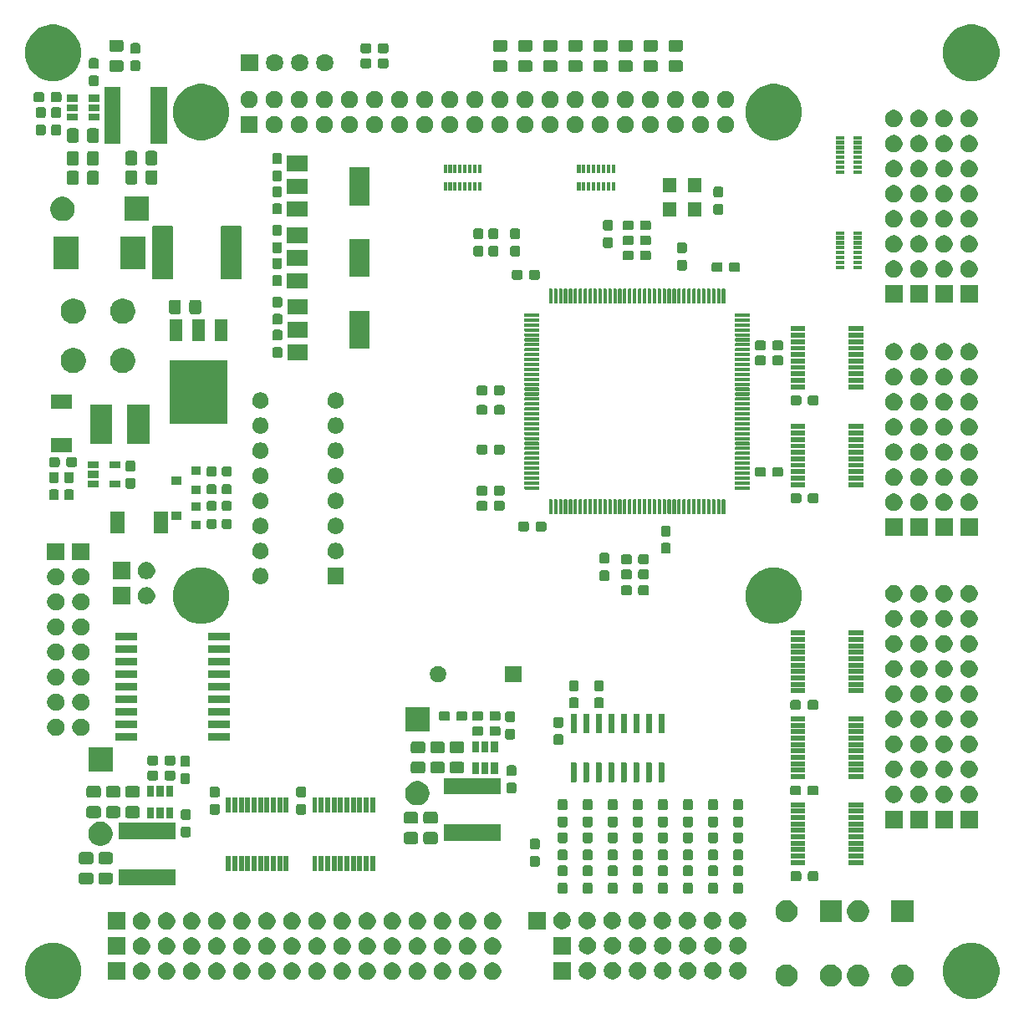
<source format=gbr>
G04 #@! TF.GenerationSoftware,KiCad,Pcbnew,5.1.5+dfsg1-2build2*
G04 #@! TF.CreationDate,2020-12-29T10:14:12-06:00*
G04 #@! TF.ProjectId,2060-ORIO2,32303630-2d4f-4524-994f-322e6b696361,rev?*
G04 #@! TF.SameCoordinates,Original*
G04 #@! TF.FileFunction,Soldermask,Top*
G04 #@! TF.FilePolarity,Negative*
%FSLAX46Y46*%
G04 Gerber Fmt 4.6, Leading zero omitted, Abs format (unit mm)*
G04 Created by KiCad (PCBNEW 5.1.5+dfsg1-2build2) date 2020-12-29 10:14:12*
%MOMM*%
%LPD*%
G04 APERTURE LIST*
%ADD10C,0.100000*%
G04 APERTURE END LIST*
D10*
G36*
X169331314Y-135759524D02*
G01*
X169849980Y-135974362D01*
X169965885Y-136051808D01*
X170316769Y-136286260D01*
X170713740Y-136683231D01*
X170806301Y-136821759D01*
X171025638Y-137150020D01*
X171240476Y-137668686D01*
X171350000Y-138219299D01*
X171350000Y-138780701D01*
X171240476Y-139331314D01*
X171025638Y-139849980D01*
X171025637Y-139849981D01*
X170713740Y-140316769D01*
X170316769Y-140713740D01*
X169965885Y-140948192D01*
X169849980Y-141025638D01*
X169331314Y-141240476D01*
X168780701Y-141350000D01*
X168219299Y-141350000D01*
X167668686Y-141240476D01*
X167150020Y-141025638D01*
X167034115Y-140948192D01*
X166683231Y-140713740D01*
X166286260Y-140316769D01*
X165974363Y-139849981D01*
X165974362Y-139849980D01*
X165759524Y-139331314D01*
X165650000Y-138780701D01*
X165650000Y-138219299D01*
X165759524Y-137668686D01*
X165974362Y-137150020D01*
X166193699Y-136821759D01*
X166286260Y-136683231D01*
X166683231Y-136286260D01*
X167034115Y-136051807D01*
X167150020Y-135974362D01*
X167668686Y-135759524D01*
X168219299Y-135650000D01*
X168780701Y-135650000D01*
X169331314Y-135759524D01*
G37*
G36*
X76331314Y-135759524D02*
G01*
X76849980Y-135974362D01*
X76965885Y-136051808D01*
X77316769Y-136286260D01*
X77713740Y-136683231D01*
X77806301Y-136821759D01*
X78025638Y-137150020D01*
X78240476Y-137668686D01*
X78350000Y-138219299D01*
X78350000Y-138780701D01*
X78240476Y-139331314D01*
X78025638Y-139849980D01*
X78025637Y-139849981D01*
X77713740Y-140316769D01*
X77316769Y-140713740D01*
X76965885Y-140948192D01*
X76849980Y-141025638D01*
X76331314Y-141240476D01*
X75780701Y-141350000D01*
X75219299Y-141350000D01*
X74668686Y-141240476D01*
X74150020Y-141025638D01*
X74034115Y-140948192D01*
X73683231Y-140713740D01*
X73286260Y-140316769D01*
X72974363Y-139849981D01*
X72974362Y-139849980D01*
X72759524Y-139331314D01*
X72650000Y-138780701D01*
X72650000Y-138219299D01*
X72759524Y-137668686D01*
X72974362Y-137150020D01*
X73193699Y-136821759D01*
X73286260Y-136683231D01*
X73683231Y-136286260D01*
X74034115Y-136051807D01*
X74150020Y-135974362D01*
X74668686Y-135759524D01*
X75219299Y-135650000D01*
X75780701Y-135650000D01*
X76331314Y-135759524D01*
G37*
G36*
X161877267Y-137867248D02*
G01*
X162082076Y-137952083D01*
X162266398Y-138075243D01*
X162423157Y-138232002D01*
X162546317Y-138416324D01*
X162631152Y-138621133D01*
X162674400Y-138838557D01*
X162674400Y-139060243D01*
X162631152Y-139277667D01*
X162546317Y-139482476D01*
X162423157Y-139666798D01*
X162266398Y-139823557D01*
X162082076Y-139946717D01*
X161877267Y-140031552D01*
X161659843Y-140074800D01*
X161438157Y-140074800D01*
X161220733Y-140031552D01*
X161015924Y-139946717D01*
X160831602Y-139823557D01*
X160674843Y-139666798D01*
X160551683Y-139482476D01*
X160466848Y-139277667D01*
X160423600Y-139060243D01*
X160423600Y-138838557D01*
X160466848Y-138621133D01*
X160551683Y-138416324D01*
X160674843Y-138232002D01*
X160831602Y-138075243D01*
X161015924Y-137952083D01*
X161220733Y-137867248D01*
X161438157Y-137824000D01*
X161659843Y-137824000D01*
X161877267Y-137867248D01*
G37*
G36*
X150112867Y-137867248D02*
G01*
X150317676Y-137952083D01*
X150501998Y-138075243D01*
X150658757Y-138232002D01*
X150781917Y-138416324D01*
X150866752Y-138621133D01*
X150910000Y-138838557D01*
X150910000Y-139060243D01*
X150866752Y-139277667D01*
X150781917Y-139482476D01*
X150658757Y-139666798D01*
X150501998Y-139823557D01*
X150317676Y-139946717D01*
X150112867Y-140031552D01*
X149895443Y-140074800D01*
X149673757Y-140074800D01*
X149456333Y-140031552D01*
X149251524Y-139946717D01*
X149067202Y-139823557D01*
X148910443Y-139666798D01*
X148787283Y-139482476D01*
X148702448Y-139277667D01*
X148659200Y-139060243D01*
X148659200Y-138838557D01*
X148702448Y-138621133D01*
X148787283Y-138416324D01*
X148910443Y-138232002D01*
X149067202Y-138075243D01*
X149251524Y-137952083D01*
X149456333Y-137867248D01*
X149673757Y-137824000D01*
X149895443Y-137824000D01*
X150112867Y-137867248D01*
G37*
G36*
X154612867Y-137867248D02*
G01*
X154817676Y-137952083D01*
X155001998Y-138075243D01*
X155158757Y-138232002D01*
X155281917Y-138416324D01*
X155366752Y-138621133D01*
X155410000Y-138838557D01*
X155410000Y-139060243D01*
X155366752Y-139277667D01*
X155281917Y-139482476D01*
X155158757Y-139666798D01*
X155001998Y-139823557D01*
X154817676Y-139946717D01*
X154612867Y-140031552D01*
X154395443Y-140074800D01*
X154173757Y-140074800D01*
X153956333Y-140031552D01*
X153751524Y-139946717D01*
X153567202Y-139823557D01*
X153410443Y-139666798D01*
X153287283Y-139482476D01*
X153202448Y-139277667D01*
X153159200Y-139060243D01*
X153159200Y-138838557D01*
X153202448Y-138621133D01*
X153287283Y-138416324D01*
X153410443Y-138232002D01*
X153567202Y-138075243D01*
X153751524Y-137952083D01*
X153956333Y-137867248D01*
X154173757Y-137824000D01*
X154395443Y-137824000D01*
X154612867Y-137867248D01*
G37*
G36*
X157377267Y-137867248D02*
G01*
X157582076Y-137952083D01*
X157766398Y-138075243D01*
X157923157Y-138232002D01*
X158046317Y-138416324D01*
X158131152Y-138621133D01*
X158174400Y-138838557D01*
X158174400Y-139060243D01*
X158131152Y-139277667D01*
X158046317Y-139482476D01*
X157923157Y-139666798D01*
X157766398Y-139823557D01*
X157582076Y-139946717D01*
X157377267Y-140031552D01*
X157159843Y-140074800D01*
X156938157Y-140074800D01*
X156720733Y-140031552D01*
X156515924Y-139946717D01*
X156331602Y-139823557D01*
X156174843Y-139666798D01*
X156051683Y-139482476D01*
X155966848Y-139277667D01*
X155923600Y-139060243D01*
X155923600Y-138838557D01*
X155966848Y-138621133D01*
X156051683Y-138416324D01*
X156174843Y-138232002D01*
X156331602Y-138075243D01*
X156515924Y-137952083D01*
X156720733Y-137867248D01*
X156938157Y-137824000D01*
X157159843Y-137824000D01*
X157377267Y-137867248D01*
G37*
G36*
X107575345Y-137678241D02*
G01*
X107734658Y-137744230D01*
X107878035Y-137840032D01*
X107999968Y-137961965D01*
X108095770Y-138105342D01*
X108095770Y-138105343D01*
X108161759Y-138264655D01*
X108195400Y-138433780D01*
X108195400Y-138606220D01*
X108171864Y-138724545D01*
X108161759Y-138775345D01*
X108095770Y-138934658D01*
X107999968Y-139078035D01*
X107878035Y-139199968D01*
X107734658Y-139295770D01*
X107648846Y-139331314D01*
X107575345Y-139361759D01*
X107406220Y-139395400D01*
X107233780Y-139395400D01*
X107064655Y-139361759D01*
X106991154Y-139331314D01*
X106905342Y-139295770D01*
X106761965Y-139199968D01*
X106640032Y-139078035D01*
X106544230Y-138934658D01*
X106478241Y-138775345D01*
X106468136Y-138724545D01*
X106444600Y-138606220D01*
X106444600Y-138433780D01*
X106478241Y-138264655D01*
X106544230Y-138105343D01*
X106544230Y-138105342D01*
X106640032Y-137961965D01*
X106761965Y-137840032D01*
X106905342Y-137744230D01*
X107064655Y-137678241D01*
X107233780Y-137644600D01*
X107406220Y-137644600D01*
X107575345Y-137678241D01*
G37*
G36*
X110115345Y-137678241D02*
G01*
X110274658Y-137744230D01*
X110418035Y-137840032D01*
X110539968Y-137961965D01*
X110635770Y-138105342D01*
X110635770Y-138105343D01*
X110701759Y-138264655D01*
X110735400Y-138433780D01*
X110735400Y-138606220D01*
X110711864Y-138724545D01*
X110701759Y-138775345D01*
X110635770Y-138934658D01*
X110539968Y-139078035D01*
X110418035Y-139199968D01*
X110274658Y-139295770D01*
X110188846Y-139331314D01*
X110115345Y-139361759D01*
X109946220Y-139395400D01*
X109773780Y-139395400D01*
X109604655Y-139361759D01*
X109531154Y-139331314D01*
X109445342Y-139295770D01*
X109301965Y-139199968D01*
X109180032Y-139078035D01*
X109084230Y-138934658D01*
X109018241Y-138775345D01*
X109008136Y-138724545D01*
X108984600Y-138606220D01*
X108984600Y-138433780D01*
X109018241Y-138264655D01*
X109084230Y-138105343D01*
X109084230Y-138105342D01*
X109180032Y-137961965D01*
X109301965Y-137840032D01*
X109445342Y-137744230D01*
X109604655Y-137678241D01*
X109773780Y-137644600D01*
X109946220Y-137644600D01*
X110115345Y-137678241D01*
G37*
G36*
X105035345Y-137678241D02*
G01*
X105194658Y-137744230D01*
X105338035Y-137840032D01*
X105459968Y-137961965D01*
X105555770Y-138105342D01*
X105555770Y-138105343D01*
X105621759Y-138264655D01*
X105655400Y-138433780D01*
X105655400Y-138606220D01*
X105631864Y-138724545D01*
X105621759Y-138775345D01*
X105555770Y-138934658D01*
X105459968Y-139078035D01*
X105338035Y-139199968D01*
X105194658Y-139295770D01*
X105108846Y-139331314D01*
X105035345Y-139361759D01*
X104866220Y-139395400D01*
X104693780Y-139395400D01*
X104524655Y-139361759D01*
X104451154Y-139331314D01*
X104365342Y-139295770D01*
X104221965Y-139199968D01*
X104100032Y-139078035D01*
X104004230Y-138934658D01*
X103938241Y-138775345D01*
X103928136Y-138724545D01*
X103904600Y-138606220D01*
X103904600Y-138433780D01*
X103938241Y-138264655D01*
X104004230Y-138105343D01*
X104004230Y-138105342D01*
X104100032Y-137961965D01*
X104221965Y-137840032D01*
X104365342Y-137744230D01*
X104524655Y-137678241D01*
X104693780Y-137644600D01*
X104866220Y-137644600D01*
X105035345Y-137678241D01*
G37*
G36*
X102495345Y-137678241D02*
G01*
X102654658Y-137744230D01*
X102798035Y-137840032D01*
X102919968Y-137961965D01*
X103015770Y-138105342D01*
X103015770Y-138105343D01*
X103081759Y-138264655D01*
X103115400Y-138433780D01*
X103115400Y-138606220D01*
X103091864Y-138724545D01*
X103081759Y-138775345D01*
X103015770Y-138934658D01*
X102919968Y-139078035D01*
X102798035Y-139199968D01*
X102654658Y-139295770D01*
X102568846Y-139331314D01*
X102495345Y-139361759D01*
X102326220Y-139395400D01*
X102153780Y-139395400D01*
X101984655Y-139361759D01*
X101911154Y-139331314D01*
X101825342Y-139295770D01*
X101681965Y-139199968D01*
X101560032Y-139078035D01*
X101464230Y-138934658D01*
X101398241Y-138775345D01*
X101388136Y-138724545D01*
X101364600Y-138606220D01*
X101364600Y-138433780D01*
X101398241Y-138264655D01*
X101464230Y-138105343D01*
X101464230Y-138105342D01*
X101560032Y-137961965D01*
X101681965Y-137840032D01*
X101825342Y-137744230D01*
X101984655Y-137678241D01*
X102153780Y-137644600D01*
X102326220Y-137644600D01*
X102495345Y-137678241D01*
G37*
G36*
X99955345Y-137678241D02*
G01*
X100114658Y-137744230D01*
X100258035Y-137840032D01*
X100379968Y-137961965D01*
X100475770Y-138105342D01*
X100475770Y-138105343D01*
X100541759Y-138264655D01*
X100575400Y-138433780D01*
X100575400Y-138606220D01*
X100551864Y-138724545D01*
X100541759Y-138775345D01*
X100475770Y-138934658D01*
X100379968Y-139078035D01*
X100258035Y-139199968D01*
X100114658Y-139295770D01*
X100028846Y-139331314D01*
X99955345Y-139361759D01*
X99786220Y-139395400D01*
X99613780Y-139395400D01*
X99444655Y-139361759D01*
X99371154Y-139331314D01*
X99285342Y-139295770D01*
X99141965Y-139199968D01*
X99020032Y-139078035D01*
X98924230Y-138934658D01*
X98858241Y-138775345D01*
X98848136Y-138724545D01*
X98824600Y-138606220D01*
X98824600Y-138433780D01*
X98858241Y-138264655D01*
X98924230Y-138105343D01*
X98924230Y-138105342D01*
X99020032Y-137961965D01*
X99141965Y-137840032D01*
X99285342Y-137744230D01*
X99444655Y-137678241D01*
X99613780Y-137644600D01*
X99786220Y-137644600D01*
X99955345Y-137678241D01*
G37*
G36*
X97415345Y-137678241D02*
G01*
X97574658Y-137744230D01*
X97718035Y-137840032D01*
X97839968Y-137961965D01*
X97935770Y-138105342D01*
X97935770Y-138105343D01*
X98001759Y-138264655D01*
X98035400Y-138433780D01*
X98035400Y-138606220D01*
X98011864Y-138724545D01*
X98001759Y-138775345D01*
X97935770Y-138934658D01*
X97839968Y-139078035D01*
X97718035Y-139199968D01*
X97574658Y-139295770D01*
X97488846Y-139331314D01*
X97415345Y-139361759D01*
X97246220Y-139395400D01*
X97073780Y-139395400D01*
X96904655Y-139361759D01*
X96831154Y-139331314D01*
X96745342Y-139295770D01*
X96601965Y-139199968D01*
X96480032Y-139078035D01*
X96384230Y-138934658D01*
X96318241Y-138775345D01*
X96308136Y-138724545D01*
X96284600Y-138606220D01*
X96284600Y-138433780D01*
X96318241Y-138264655D01*
X96384230Y-138105343D01*
X96384230Y-138105342D01*
X96480032Y-137961965D01*
X96601965Y-137840032D01*
X96745342Y-137744230D01*
X96904655Y-137678241D01*
X97073780Y-137644600D01*
X97246220Y-137644600D01*
X97415345Y-137678241D01*
G37*
G36*
X94875345Y-137678241D02*
G01*
X95034658Y-137744230D01*
X95178035Y-137840032D01*
X95299968Y-137961965D01*
X95395770Y-138105342D01*
X95395770Y-138105343D01*
X95461759Y-138264655D01*
X95495400Y-138433780D01*
X95495400Y-138606220D01*
X95471864Y-138724545D01*
X95461759Y-138775345D01*
X95395770Y-138934658D01*
X95299968Y-139078035D01*
X95178035Y-139199968D01*
X95034658Y-139295770D01*
X94948846Y-139331314D01*
X94875345Y-139361759D01*
X94706220Y-139395400D01*
X94533780Y-139395400D01*
X94364655Y-139361759D01*
X94291154Y-139331314D01*
X94205342Y-139295770D01*
X94061965Y-139199968D01*
X93940032Y-139078035D01*
X93844230Y-138934658D01*
X93778241Y-138775345D01*
X93768136Y-138724545D01*
X93744600Y-138606220D01*
X93744600Y-138433780D01*
X93778241Y-138264655D01*
X93844230Y-138105343D01*
X93844230Y-138105342D01*
X93940032Y-137961965D01*
X94061965Y-137840032D01*
X94205342Y-137744230D01*
X94364655Y-137678241D01*
X94533780Y-137644600D01*
X94706220Y-137644600D01*
X94875345Y-137678241D01*
G37*
G36*
X92335345Y-137678241D02*
G01*
X92494658Y-137744230D01*
X92638035Y-137840032D01*
X92759968Y-137961965D01*
X92855770Y-138105342D01*
X92855770Y-138105343D01*
X92921759Y-138264655D01*
X92955400Y-138433780D01*
X92955400Y-138606220D01*
X92931864Y-138724545D01*
X92921759Y-138775345D01*
X92855770Y-138934658D01*
X92759968Y-139078035D01*
X92638035Y-139199968D01*
X92494658Y-139295770D01*
X92408846Y-139331314D01*
X92335345Y-139361759D01*
X92166220Y-139395400D01*
X91993780Y-139395400D01*
X91824655Y-139361759D01*
X91751154Y-139331314D01*
X91665342Y-139295770D01*
X91521965Y-139199968D01*
X91400032Y-139078035D01*
X91304230Y-138934658D01*
X91238241Y-138775345D01*
X91228136Y-138724545D01*
X91204600Y-138606220D01*
X91204600Y-138433780D01*
X91238241Y-138264655D01*
X91304230Y-138105343D01*
X91304230Y-138105342D01*
X91400032Y-137961965D01*
X91521965Y-137840032D01*
X91665342Y-137744230D01*
X91824655Y-137678241D01*
X91993780Y-137644600D01*
X92166220Y-137644600D01*
X92335345Y-137678241D01*
G37*
G36*
X112655345Y-137678241D02*
G01*
X112814658Y-137744230D01*
X112958035Y-137840032D01*
X113079968Y-137961965D01*
X113175770Y-138105342D01*
X113175770Y-138105343D01*
X113241759Y-138264655D01*
X113275400Y-138433780D01*
X113275400Y-138606220D01*
X113251864Y-138724545D01*
X113241759Y-138775345D01*
X113175770Y-138934658D01*
X113079968Y-139078035D01*
X112958035Y-139199968D01*
X112814658Y-139295770D01*
X112728846Y-139331314D01*
X112655345Y-139361759D01*
X112486220Y-139395400D01*
X112313780Y-139395400D01*
X112144655Y-139361759D01*
X112071154Y-139331314D01*
X111985342Y-139295770D01*
X111841965Y-139199968D01*
X111720032Y-139078035D01*
X111624230Y-138934658D01*
X111558241Y-138775345D01*
X111548136Y-138724545D01*
X111524600Y-138606220D01*
X111524600Y-138433780D01*
X111558241Y-138264655D01*
X111624230Y-138105343D01*
X111624230Y-138105342D01*
X111720032Y-137961965D01*
X111841965Y-137840032D01*
X111985342Y-137744230D01*
X112144655Y-137678241D01*
X112313780Y-137644600D01*
X112486220Y-137644600D01*
X112655345Y-137678241D01*
G37*
G36*
X84715345Y-137678241D02*
G01*
X84874658Y-137744230D01*
X85018035Y-137840032D01*
X85139968Y-137961965D01*
X85235770Y-138105342D01*
X85235770Y-138105343D01*
X85301759Y-138264655D01*
X85335400Y-138433780D01*
X85335400Y-138606220D01*
X85311864Y-138724545D01*
X85301759Y-138775345D01*
X85235770Y-138934658D01*
X85139968Y-139078035D01*
X85018035Y-139199968D01*
X84874658Y-139295770D01*
X84788846Y-139331314D01*
X84715345Y-139361759D01*
X84546220Y-139395400D01*
X84373780Y-139395400D01*
X84204655Y-139361759D01*
X84131154Y-139331314D01*
X84045342Y-139295770D01*
X83901965Y-139199968D01*
X83780032Y-139078035D01*
X83684230Y-138934658D01*
X83618241Y-138775345D01*
X83608136Y-138724545D01*
X83584600Y-138606220D01*
X83584600Y-138433780D01*
X83618241Y-138264655D01*
X83684230Y-138105343D01*
X83684230Y-138105342D01*
X83780032Y-137961965D01*
X83901965Y-137840032D01*
X84045342Y-137744230D01*
X84204655Y-137678241D01*
X84373780Y-137644600D01*
X84546220Y-137644600D01*
X84715345Y-137678241D01*
G37*
G36*
X82795400Y-139395400D02*
G01*
X81044600Y-139395400D01*
X81044600Y-137644600D01*
X82795400Y-137644600D01*
X82795400Y-139395400D01*
G37*
G36*
X115195345Y-137678241D02*
G01*
X115354658Y-137744230D01*
X115498035Y-137840032D01*
X115619968Y-137961965D01*
X115715770Y-138105342D01*
X115715770Y-138105343D01*
X115781759Y-138264655D01*
X115815400Y-138433780D01*
X115815400Y-138606220D01*
X115791864Y-138724545D01*
X115781759Y-138775345D01*
X115715770Y-138934658D01*
X115619968Y-139078035D01*
X115498035Y-139199968D01*
X115354658Y-139295770D01*
X115268846Y-139331314D01*
X115195345Y-139361759D01*
X115026220Y-139395400D01*
X114853780Y-139395400D01*
X114684655Y-139361759D01*
X114611154Y-139331314D01*
X114525342Y-139295770D01*
X114381965Y-139199968D01*
X114260032Y-139078035D01*
X114164230Y-138934658D01*
X114098241Y-138775345D01*
X114088136Y-138724545D01*
X114064600Y-138606220D01*
X114064600Y-138433780D01*
X114098241Y-138264655D01*
X114164230Y-138105343D01*
X114164230Y-138105342D01*
X114260032Y-137961965D01*
X114381965Y-137840032D01*
X114525342Y-137744230D01*
X114684655Y-137678241D01*
X114853780Y-137644600D01*
X115026220Y-137644600D01*
X115195345Y-137678241D01*
G37*
G36*
X117735345Y-137678241D02*
G01*
X117894658Y-137744230D01*
X118038035Y-137840032D01*
X118159968Y-137961965D01*
X118255770Y-138105342D01*
X118255770Y-138105343D01*
X118321759Y-138264655D01*
X118355400Y-138433780D01*
X118355400Y-138606220D01*
X118331864Y-138724545D01*
X118321759Y-138775345D01*
X118255770Y-138934658D01*
X118159968Y-139078035D01*
X118038035Y-139199968D01*
X117894658Y-139295770D01*
X117808846Y-139331314D01*
X117735345Y-139361759D01*
X117566220Y-139395400D01*
X117393780Y-139395400D01*
X117224655Y-139361759D01*
X117151154Y-139331314D01*
X117065342Y-139295770D01*
X116921965Y-139199968D01*
X116800032Y-139078035D01*
X116704230Y-138934658D01*
X116638241Y-138775345D01*
X116628136Y-138724545D01*
X116604600Y-138606220D01*
X116604600Y-138433780D01*
X116638241Y-138264655D01*
X116704230Y-138105343D01*
X116704230Y-138105342D01*
X116800032Y-137961965D01*
X116921965Y-137840032D01*
X117065342Y-137744230D01*
X117224655Y-137678241D01*
X117393780Y-137644600D01*
X117566220Y-137644600D01*
X117735345Y-137678241D01*
G37*
G36*
X87255345Y-137678241D02*
G01*
X87414658Y-137744230D01*
X87558035Y-137840032D01*
X87679968Y-137961965D01*
X87775770Y-138105342D01*
X87775770Y-138105343D01*
X87841759Y-138264655D01*
X87875400Y-138433780D01*
X87875400Y-138606220D01*
X87851864Y-138724545D01*
X87841759Y-138775345D01*
X87775770Y-138934658D01*
X87679968Y-139078035D01*
X87558035Y-139199968D01*
X87414658Y-139295770D01*
X87328846Y-139331314D01*
X87255345Y-139361759D01*
X87086220Y-139395400D01*
X86913780Y-139395400D01*
X86744655Y-139361759D01*
X86671154Y-139331314D01*
X86585342Y-139295770D01*
X86441965Y-139199968D01*
X86320032Y-139078035D01*
X86224230Y-138934658D01*
X86158241Y-138775345D01*
X86148136Y-138724545D01*
X86124600Y-138606220D01*
X86124600Y-138433780D01*
X86158241Y-138264655D01*
X86224230Y-138105343D01*
X86224230Y-138105342D01*
X86320032Y-137961965D01*
X86441965Y-137840032D01*
X86585342Y-137744230D01*
X86744655Y-137678241D01*
X86913780Y-137644600D01*
X87086220Y-137644600D01*
X87255345Y-137678241D01*
G37*
G36*
X120275345Y-137678241D02*
G01*
X120434658Y-137744230D01*
X120578035Y-137840032D01*
X120699968Y-137961965D01*
X120795770Y-138105342D01*
X120795770Y-138105343D01*
X120861759Y-138264655D01*
X120895400Y-138433780D01*
X120895400Y-138606220D01*
X120871864Y-138724545D01*
X120861759Y-138775345D01*
X120795770Y-138934658D01*
X120699968Y-139078035D01*
X120578035Y-139199968D01*
X120434658Y-139295770D01*
X120348846Y-139331314D01*
X120275345Y-139361759D01*
X120106220Y-139395400D01*
X119933780Y-139395400D01*
X119764655Y-139361759D01*
X119691154Y-139331314D01*
X119605342Y-139295770D01*
X119461965Y-139199968D01*
X119340032Y-139078035D01*
X119244230Y-138934658D01*
X119178241Y-138775345D01*
X119168136Y-138724545D01*
X119144600Y-138606220D01*
X119144600Y-138433780D01*
X119178241Y-138264655D01*
X119244230Y-138105343D01*
X119244230Y-138105342D01*
X119340032Y-137961965D01*
X119461965Y-137840032D01*
X119605342Y-137744230D01*
X119764655Y-137678241D01*
X119933780Y-137644600D01*
X120106220Y-137644600D01*
X120275345Y-137678241D01*
G37*
G36*
X89795345Y-137678241D02*
G01*
X89954658Y-137744230D01*
X90098035Y-137840032D01*
X90219968Y-137961965D01*
X90315770Y-138105342D01*
X90315770Y-138105343D01*
X90381759Y-138264655D01*
X90415400Y-138433780D01*
X90415400Y-138606220D01*
X90391864Y-138724545D01*
X90381759Y-138775345D01*
X90315770Y-138934658D01*
X90219968Y-139078035D01*
X90098035Y-139199968D01*
X89954658Y-139295770D01*
X89868846Y-139331314D01*
X89795345Y-139361759D01*
X89626220Y-139395400D01*
X89453780Y-139395400D01*
X89284655Y-139361759D01*
X89211154Y-139331314D01*
X89125342Y-139295770D01*
X88981965Y-139199968D01*
X88860032Y-139078035D01*
X88764230Y-138934658D01*
X88698241Y-138775345D01*
X88688136Y-138724545D01*
X88664600Y-138606220D01*
X88664600Y-138433780D01*
X88698241Y-138264655D01*
X88764230Y-138105343D01*
X88764230Y-138105342D01*
X88860032Y-137961965D01*
X88981965Y-137840032D01*
X89125342Y-137744230D01*
X89284655Y-137678241D01*
X89453780Y-137644600D01*
X89626220Y-137644600D01*
X89795345Y-137678241D01*
G37*
G36*
X137496545Y-137627441D02*
G01*
X137655858Y-137693430D01*
X137799235Y-137789232D01*
X137921168Y-137911165D01*
X138016970Y-138054542D01*
X138082959Y-138213855D01*
X138116600Y-138382981D01*
X138116600Y-138555419D01*
X138082959Y-138724545D01*
X138016970Y-138883858D01*
X137921168Y-139027235D01*
X137799235Y-139149168D01*
X137655858Y-139244970D01*
X137533215Y-139295770D01*
X137496545Y-139310959D01*
X137327420Y-139344600D01*
X137154980Y-139344600D01*
X136985855Y-139310959D01*
X136949185Y-139295770D01*
X136826542Y-139244970D01*
X136683165Y-139149168D01*
X136561232Y-139027235D01*
X136465430Y-138883858D01*
X136399441Y-138724545D01*
X136365800Y-138555419D01*
X136365800Y-138382981D01*
X136399441Y-138213855D01*
X136465430Y-138054542D01*
X136561232Y-137911165D01*
X136683165Y-137789232D01*
X136826542Y-137693430D01*
X136985855Y-137627441D01*
X137154980Y-137593800D01*
X137327420Y-137593800D01*
X137496545Y-137627441D01*
G37*
G36*
X145116545Y-137627441D02*
G01*
X145275858Y-137693430D01*
X145419235Y-137789232D01*
X145541168Y-137911165D01*
X145636970Y-138054542D01*
X145702959Y-138213855D01*
X145736600Y-138382981D01*
X145736600Y-138555419D01*
X145702959Y-138724545D01*
X145636970Y-138883858D01*
X145541168Y-139027235D01*
X145419235Y-139149168D01*
X145275858Y-139244970D01*
X145153215Y-139295770D01*
X145116545Y-139310959D01*
X144947420Y-139344600D01*
X144774980Y-139344600D01*
X144605855Y-139310959D01*
X144569185Y-139295770D01*
X144446542Y-139244970D01*
X144303165Y-139149168D01*
X144181232Y-139027235D01*
X144085430Y-138883858D01*
X144019441Y-138724545D01*
X143985800Y-138555419D01*
X143985800Y-138382981D01*
X144019441Y-138213855D01*
X144085430Y-138054542D01*
X144181232Y-137911165D01*
X144303165Y-137789232D01*
X144446542Y-137693430D01*
X144605855Y-137627441D01*
X144774980Y-137593800D01*
X144947420Y-137593800D01*
X145116545Y-137627441D01*
G37*
G36*
X142576545Y-137627441D02*
G01*
X142735858Y-137693430D01*
X142879235Y-137789232D01*
X143001168Y-137911165D01*
X143096970Y-138054542D01*
X143162959Y-138213855D01*
X143196600Y-138382981D01*
X143196600Y-138555419D01*
X143162959Y-138724545D01*
X143096970Y-138883858D01*
X143001168Y-139027235D01*
X142879235Y-139149168D01*
X142735858Y-139244970D01*
X142613215Y-139295770D01*
X142576545Y-139310959D01*
X142407420Y-139344600D01*
X142234980Y-139344600D01*
X142065855Y-139310959D01*
X142029185Y-139295770D01*
X141906542Y-139244970D01*
X141763165Y-139149168D01*
X141641232Y-139027235D01*
X141545430Y-138883858D01*
X141479441Y-138724545D01*
X141445800Y-138555419D01*
X141445800Y-138382981D01*
X141479441Y-138213855D01*
X141545430Y-138054542D01*
X141641232Y-137911165D01*
X141763165Y-137789232D01*
X141906542Y-137693430D01*
X142065855Y-137627441D01*
X142234980Y-137593800D01*
X142407420Y-137593800D01*
X142576545Y-137627441D01*
G37*
G36*
X140036545Y-137627441D02*
G01*
X140195858Y-137693430D01*
X140339235Y-137789232D01*
X140461168Y-137911165D01*
X140556970Y-138054542D01*
X140622959Y-138213855D01*
X140656600Y-138382981D01*
X140656600Y-138555419D01*
X140622959Y-138724545D01*
X140556970Y-138883858D01*
X140461168Y-139027235D01*
X140339235Y-139149168D01*
X140195858Y-139244970D01*
X140073215Y-139295770D01*
X140036545Y-139310959D01*
X139867420Y-139344600D01*
X139694980Y-139344600D01*
X139525855Y-139310959D01*
X139489185Y-139295770D01*
X139366542Y-139244970D01*
X139223165Y-139149168D01*
X139101232Y-139027235D01*
X139005430Y-138883858D01*
X138939441Y-138724545D01*
X138905800Y-138555419D01*
X138905800Y-138382981D01*
X138939441Y-138213855D01*
X139005430Y-138054542D01*
X139101232Y-137911165D01*
X139223165Y-137789232D01*
X139366542Y-137693430D01*
X139525855Y-137627441D01*
X139694980Y-137593800D01*
X139867420Y-137593800D01*
X140036545Y-137627441D01*
G37*
G36*
X134956545Y-137627441D02*
G01*
X135115858Y-137693430D01*
X135259235Y-137789232D01*
X135381168Y-137911165D01*
X135476970Y-138054542D01*
X135542959Y-138213855D01*
X135576600Y-138382981D01*
X135576600Y-138555419D01*
X135542959Y-138724545D01*
X135476970Y-138883858D01*
X135381168Y-139027235D01*
X135259235Y-139149168D01*
X135115858Y-139244970D01*
X134993215Y-139295770D01*
X134956545Y-139310959D01*
X134787420Y-139344600D01*
X134614980Y-139344600D01*
X134445855Y-139310959D01*
X134409185Y-139295770D01*
X134286542Y-139244970D01*
X134143165Y-139149168D01*
X134021232Y-139027235D01*
X133925430Y-138883858D01*
X133859441Y-138724545D01*
X133825800Y-138555419D01*
X133825800Y-138382981D01*
X133859441Y-138213855D01*
X133925430Y-138054542D01*
X134021232Y-137911165D01*
X134143165Y-137789232D01*
X134286542Y-137693430D01*
X134445855Y-137627441D01*
X134614980Y-137593800D01*
X134787420Y-137593800D01*
X134956545Y-137627441D01*
G37*
G36*
X132416545Y-137627441D02*
G01*
X132575858Y-137693430D01*
X132719235Y-137789232D01*
X132841168Y-137911165D01*
X132936970Y-138054542D01*
X133002959Y-138213855D01*
X133036600Y-138382981D01*
X133036600Y-138555419D01*
X133002959Y-138724545D01*
X132936970Y-138883858D01*
X132841168Y-139027235D01*
X132719235Y-139149168D01*
X132575858Y-139244970D01*
X132453215Y-139295770D01*
X132416545Y-139310959D01*
X132247420Y-139344600D01*
X132074980Y-139344600D01*
X131905855Y-139310959D01*
X131869185Y-139295770D01*
X131746542Y-139244970D01*
X131603165Y-139149168D01*
X131481232Y-139027235D01*
X131385430Y-138883858D01*
X131319441Y-138724545D01*
X131285800Y-138555419D01*
X131285800Y-138382981D01*
X131319441Y-138213855D01*
X131385430Y-138054542D01*
X131481232Y-137911165D01*
X131603165Y-137789232D01*
X131746542Y-137693430D01*
X131905855Y-137627441D01*
X132074980Y-137593800D01*
X132247420Y-137593800D01*
X132416545Y-137627441D01*
G37*
G36*
X129876545Y-137627441D02*
G01*
X130035858Y-137693430D01*
X130179235Y-137789232D01*
X130301168Y-137911165D01*
X130396970Y-138054542D01*
X130462959Y-138213855D01*
X130496600Y-138382981D01*
X130496600Y-138555419D01*
X130462959Y-138724545D01*
X130396970Y-138883858D01*
X130301168Y-139027235D01*
X130179235Y-139149168D01*
X130035858Y-139244970D01*
X129913215Y-139295770D01*
X129876545Y-139310959D01*
X129707420Y-139344600D01*
X129534980Y-139344600D01*
X129365855Y-139310959D01*
X129329185Y-139295770D01*
X129206542Y-139244970D01*
X129063165Y-139149168D01*
X128941232Y-139027235D01*
X128845430Y-138883858D01*
X128779441Y-138724545D01*
X128745800Y-138555419D01*
X128745800Y-138382981D01*
X128779441Y-138213855D01*
X128845430Y-138054542D01*
X128941232Y-137911165D01*
X129063165Y-137789232D01*
X129206542Y-137693430D01*
X129365855Y-137627441D01*
X129534980Y-137593800D01*
X129707420Y-137593800D01*
X129876545Y-137627441D01*
G37*
G36*
X127956600Y-139344600D02*
G01*
X126205800Y-139344600D01*
X126205800Y-137593800D01*
X127956600Y-137593800D01*
X127956600Y-139344600D01*
G37*
G36*
X110115345Y-135138241D02*
G01*
X110274658Y-135204230D01*
X110418035Y-135300032D01*
X110539968Y-135421965D01*
X110635770Y-135565342D01*
X110701759Y-135724655D01*
X110735400Y-135893781D01*
X110735400Y-136066219D01*
X110701759Y-136235345D01*
X110635770Y-136394658D01*
X110539968Y-136538035D01*
X110418035Y-136659968D01*
X110274658Y-136755770D01*
X110156771Y-136804600D01*
X110115345Y-136821759D01*
X109946220Y-136855400D01*
X109773780Y-136855400D01*
X109604655Y-136821759D01*
X109563229Y-136804600D01*
X109445342Y-136755770D01*
X109301965Y-136659968D01*
X109180032Y-136538035D01*
X109084230Y-136394658D01*
X109018241Y-136235345D01*
X108984600Y-136066219D01*
X108984600Y-135893781D01*
X109018241Y-135724655D01*
X109084230Y-135565342D01*
X109180032Y-135421965D01*
X109301965Y-135300032D01*
X109445342Y-135204230D01*
X109604655Y-135138241D01*
X109773780Y-135104600D01*
X109946220Y-135104600D01*
X110115345Y-135138241D01*
G37*
G36*
X84715345Y-135138241D02*
G01*
X84874658Y-135204230D01*
X85018035Y-135300032D01*
X85139968Y-135421965D01*
X85235770Y-135565342D01*
X85301759Y-135724655D01*
X85335400Y-135893781D01*
X85335400Y-136066219D01*
X85301759Y-136235345D01*
X85235770Y-136394658D01*
X85139968Y-136538035D01*
X85018035Y-136659968D01*
X84874658Y-136755770D01*
X84756771Y-136804600D01*
X84715345Y-136821759D01*
X84546220Y-136855400D01*
X84373780Y-136855400D01*
X84204655Y-136821759D01*
X84163229Y-136804600D01*
X84045342Y-136755770D01*
X83901965Y-136659968D01*
X83780032Y-136538035D01*
X83684230Y-136394658D01*
X83618241Y-136235345D01*
X83584600Y-136066219D01*
X83584600Y-135893781D01*
X83618241Y-135724655D01*
X83684230Y-135565342D01*
X83780032Y-135421965D01*
X83901965Y-135300032D01*
X84045342Y-135204230D01*
X84204655Y-135138241D01*
X84373780Y-135104600D01*
X84546220Y-135104600D01*
X84715345Y-135138241D01*
G37*
G36*
X82795400Y-136855400D02*
G01*
X81044600Y-136855400D01*
X81044600Y-135104600D01*
X82795400Y-135104600D01*
X82795400Y-136855400D01*
G37*
G36*
X105035345Y-135138241D02*
G01*
X105194658Y-135204230D01*
X105338035Y-135300032D01*
X105459968Y-135421965D01*
X105555770Y-135565342D01*
X105621759Y-135724655D01*
X105655400Y-135893781D01*
X105655400Y-136066219D01*
X105621759Y-136235345D01*
X105555770Y-136394658D01*
X105459968Y-136538035D01*
X105338035Y-136659968D01*
X105194658Y-136755770D01*
X105076771Y-136804600D01*
X105035345Y-136821759D01*
X104866220Y-136855400D01*
X104693780Y-136855400D01*
X104524655Y-136821759D01*
X104483229Y-136804600D01*
X104365342Y-136755770D01*
X104221965Y-136659968D01*
X104100032Y-136538035D01*
X104004230Y-136394658D01*
X103938241Y-136235345D01*
X103904600Y-136066219D01*
X103904600Y-135893781D01*
X103938241Y-135724655D01*
X104004230Y-135565342D01*
X104100032Y-135421965D01*
X104221965Y-135300032D01*
X104365342Y-135204230D01*
X104524655Y-135138241D01*
X104693780Y-135104600D01*
X104866220Y-135104600D01*
X105035345Y-135138241D01*
G37*
G36*
X102495345Y-135138241D02*
G01*
X102654658Y-135204230D01*
X102798035Y-135300032D01*
X102919968Y-135421965D01*
X103015770Y-135565342D01*
X103081759Y-135724655D01*
X103115400Y-135893781D01*
X103115400Y-136066219D01*
X103081759Y-136235345D01*
X103015770Y-136394658D01*
X102919968Y-136538035D01*
X102798035Y-136659968D01*
X102654658Y-136755770D01*
X102536771Y-136804600D01*
X102495345Y-136821759D01*
X102326220Y-136855400D01*
X102153780Y-136855400D01*
X101984655Y-136821759D01*
X101943229Y-136804600D01*
X101825342Y-136755770D01*
X101681965Y-136659968D01*
X101560032Y-136538035D01*
X101464230Y-136394658D01*
X101398241Y-136235345D01*
X101364600Y-136066219D01*
X101364600Y-135893781D01*
X101398241Y-135724655D01*
X101464230Y-135565342D01*
X101560032Y-135421965D01*
X101681965Y-135300032D01*
X101825342Y-135204230D01*
X101984655Y-135138241D01*
X102153780Y-135104600D01*
X102326220Y-135104600D01*
X102495345Y-135138241D01*
G37*
G36*
X99955345Y-135138241D02*
G01*
X100114658Y-135204230D01*
X100258035Y-135300032D01*
X100379968Y-135421965D01*
X100475770Y-135565342D01*
X100541759Y-135724655D01*
X100575400Y-135893781D01*
X100575400Y-136066219D01*
X100541759Y-136235345D01*
X100475770Y-136394658D01*
X100379968Y-136538035D01*
X100258035Y-136659968D01*
X100114658Y-136755770D01*
X99996771Y-136804600D01*
X99955345Y-136821759D01*
X99786220Y-136855400D01*
X99613780Y-136855400D01*
X99444655Y-136821759D01*
X99403229Y-136804600D01*
X99285342Y-136755770D01*
X99141965Y-136659968D01*
X99020032Y-136538035D01*
X98924230Y-136394658D01*
X98858241Y-136235345D01*
X98824600Y-136066219D01*
X98824600Y-135893781D01*
X98858241Y-135724655D01*
X98924230Y-135565342D01*
X99020032Y-135421965D01*
X99141965Y-135300032D01*
X99285342Y-135204230D01*
X99444655Y-135138241D01*
X99613780Y-135104600D01*
X99786220Y-135104600D01*
X99955345Y-135138241D01*
G37*
G36*
X94875345Y-135138241D02*
G01*
X95034658Y-135204230D01*
X95178035Y-135300032D01*
X95299968Y-135421965D01*
X95395770Y-135565342D01*
X95461759Y-135724655D01*
X95495400Y-135893781D01*
X95495400Y-136066219D01*
X95461759Y-136235345D01*
X95395770Y-136394658D01*
X95299968Y-136538035D01*
X95178035Y-136659968D01*
X95034658Y-136755770D01*
X94916771Y-136804600D01*
X94875345Y-136821759D01*
X94706220Y-136855400D01*
X94533780Y-136855400D01*
X94364655Y-136821759D01*
X94323229Y-136804600D01*
X94205342Y-136755770D01*
X94061965Y-136659968D01*
X93940032Y-136538035D01*
X93844230Y-136394658D01*
X93778241Y-136235345D01*
X93744600Y-136066219D01*
X93744600Y-135893781D01*
X93778241Y-135724655D01*
X93844230Y-135565342D01*
X93940032Y-135421965D01*
X94061965Y-135300032D01*
X94205342Y-135204230D01*
X94364655Y-135138241D01*
X94533780Y-135104600D01*
X94706220Y-135104600D01*
X94875345Y-135138241D01*
G37*
G36*
X92335345Y-135138241D02*
G01*
X92494658Y-135204230D01*
X92638035Y-135300032D01*
X92759968Y-135421965D01*
X92855770Y-135565342D01*
X92921759Y-135724655D01*
X92955400Y-135893781D01*
X92955400Y-136066219D01*
X92921759Y-136235345D01*
X92855770Y-136394658D01*
X92759968Y-136538035D01*
X92638035Y-136659968D01*
X92494658Y-136755770D01*
X92376771Y-136804600D01*
X92335345Y-136821759D01*
X92166220Y-136855400D01*
X91993780Y-136855400D01*
X91824655Y-136821759D01*
X91783229Y-136804600D01*
X91665342Y-136755770D01*
X91521965Y-136659968D01*
X91400032Y-136538035D01*
X91304230Y-136394658D01*
X91238241Y-136235345D01*
X91204600Y-136066219D01*
X91204600Y-135893781D01*
X91238241Y-135724655D01*
X91304230Y-135565342D01*
X91400032Y-135421965D01*
X91521965Y-135300032D01*
X91665342Y-135204230D01*
X91824655Y-135138241D01*
X91993780Y-135104600D01*
X92166220Y-135104600D01*
X92335345Y-135138241D01*
G37*
G36*
X87255345Y-135138241D02*
G01*
X87414658Y-135204230D01*
X87558035Y-135300032D01*
X87679968Y-135421965D01*
X87775770Y-135565342D01*
X87841759Y-135724655D01*
X87875400Y-135893781D01*
X87875400Y-136066219D01*
X87841759Y-136235345D01*
X87775770Y-136394658D01*
X87679968Y-136538035D01*
X87558035Y-136659968D01*
X87414658Y-136755770D01*
X87296771Y-136804600D01*
X87255345Y-136821759D01*
X87086220Y-136855400D01*
X86913780Y-136855400D01*
X86744655Y-136821759D01*
X86703229Y-136804600D01*
X86585342Y-136755770D01*
X86441965Y-136659968D01*
X86320032Y-136538035D01*
X86224230Y-136394658D01*
X86158241Y-136235345D01*
X86124600Y-136066219D01*
X86124600Y-135893781D01*
X86158241Y-135724655D01*
X86224230Y-135565342D01*
X86320032Y-135421965D01*
X86441965Y-135300032D01*
X86585342Y-135204230D01*
X86744655Y-135138241D01*
X86913780Y-135104600D01*
X87086220Y-135104600D01*
X87255345Y-135138241D01*
G37*
G36*
X120275345Y-135138241D02*
G01*
X120434658Y-135204230D01*
X120578035Y-135300032D01*
X120699968Y-135421965D01*
X120795770Y-135565342D01*
X120861759Y-135724655D01*
X120895400Y-135893781D01*
X120895400Y-136066219D01*
X120861759Y-136235345D01*
X120795770Y-136394658D01*
X120699968Y-136538035D01*
X120578035Y-136659968D01*
X120434658Y-136755770D01*
X120316771Y-136804600D01*
X120275345Y-136821759D01*
X120106220Y-136855400D01*
X119933780Y-136855400D01*
X119764655Y-136821759D01*
X119723229Y-136804600D01*
X119605342Y-136755770D01*
X119461965Y-136659968D01*
X119340032Y-136538035D01*
X119244230Y-136394658D01*
X119178241Y-136235345D01*
X119144600Y-136066219D01*
X119144600Y-135893781D01*
X119178241Y-135724655D01*
X119244230Y-135565342D01*
X119340032Y-135421965D01*
X119461965Y-135300032D01*
X119605342Y-135204230D01*
X119764655Y-135138241D01*
X119933780Y-135104600D01*
X120106220Y-135104600D01*
X120275345Y-135138241D01*
G37*
G36*
X117735345Y-135138241D02*
G01*
X117894658Y-135204230D01*
X118038035Y-135300032D01*
X118159968Y-135421965D01*
X118255770Y-135565342D01*
X118321759Y-135724655D01*
X118355400Y-135893781D01*
X118355400Y-136066219D01*
X118321759Y-136235345D01*
X118255770Y-136394658D01*
X118159968Y-136538035D01*
X118038035Y-136659968D01*
X117894658Y-136755770D01*
X117776771Y-136804600D01*
X117735345Y-136821759D01*
X117566220Y-136855400D01*
X117393780Y-136855400D01*
X117224655Y-136821759D01*
X117183229Y-136804600D01*
X117065342Y-136755770D01*
X116921965Y-136659968D01*
X116800032Y-136538035D01*
X116704230Y-136394658D01*
X116638241Y-136235345D01*
X116604600Y-136066219D01*
X116604600Y-135893781D01*
X116638241Y-135724655D01*
X116704230Y-135565342D01*
X116800032Y-135421965D01*
X116921965Y-135300032D01*
X117065342Y-135204230D01*
X117224655Y-135138241D01*
X117393780Y-135104600D01*
X117566220Y-135104600D01*
X117735345Y-135138241D01*
G37*
G36*
X115195345Y-135138241D02*
G01*
X115354658Y-135204230D01*
X115498035Y-135300032D01*
X115619968Y-135421965D01*
X115715770Y-135565342D01*
X115781759Y-135724655D01*
X115815400Y-135893781D01*
X115815400Y-136066219D01*
X115781759Y-136235345D01*
X115715770Y-136394658D01*
X115619968Y-136538035D01*
X115498035Y-136659968D01*
X115354658Y-136755770D01*
X115236771Y-136804600D01*
X115195345Y-136821759D01*
X115026220Y-136855400D01*
X114853780Y-136855400D01*
X114684655Y-136821759D01*
X114643229Y-136804600D01*
X114525342Y-136755770D01*
X114381965Y-136659968D01*
X114260032Y-136538035D01*
X114164230Y-136394658D01*
X114098241Y-136235345D01*
X114064600Y-136066219D01*
X114064600Y-135893781D01*
X114098241Y-135724655D01*
X114164230Y-135565342D01*
X114260032Y-135421965D01*
X114381965Y-135300032D01*
X114525342Y-135204230D01*
X114684655Y-135138241D01*
X114853780Y-135104600D01*
X115026220Y-135104600D01*
X115195345Y-135138241D01*
G37*
G36*
X112655345Y-135138241D02*
G01*
X112814658Y-135204230D01*
X112958035Y-135300032D01*
X113079968Y-135421965D01*
X113175770Y-135565342D01*
X113241759Y-135724655D01*
X113275400Y-135893781D01*
X113275400Y-136066219D01*
X113241759Y-136235345D01*
X113175770Y-136394658D01*
X113079968Y-136538035D01*
X112958035Y-136659968D01*
X112814658Y-136755770D01*
X112696771Y-136804600D01*
X112655345Y-136821759D01*
X112486220Y-136855400D01*
X112313780Y-136855400D01*
X112144655Y-136821759D01*
X112103229Y-136804600D01*
X111985342Y-136755770D01*
X111841965Y-136659968D01*
X111720032Y-136538035D01*
X111624230Y-136394658D01*
X111558241Y-136235345D01*
X111524600Y-136066219D01*
X111524600Y-135893781D01*
X111558241Y-135724655D01*
X111624230Y-135565342D01*
X111720032Y-135421965D01*
X111841965Y-135300032D01*
X111985342Y-135204230D01*
X112144655Y-135138241D01*
X112313780Y-135104600D01*
X112486220Y-135104600D01*
X112655345Y-135138241D01*
G37*
G36*
X97415345Y-135138241D02*
G01*
X97574658Y-135204230D01*
X97718035Y-135300032D01*
X97839968Y-135421965D01*
X97935770Y-135565342D01*
X98001759Y-135724655D01*
X98035400Y-135893781D01*
X98035400Y-136066219D01*
X98001759Y-136235345D01*
X97935770Y-136394658D01*
X97839968Y-136538035D01*
X97718035Y-136659968D01*
X97574658Y-136755770D01*
X97456771Y-136804600D01*
X97415345Y-136821759D01*
X97246220Y-136855400D01*
X97073780Y-136855400D01*
X96904655Y-136821759D01*
X96863229Y-136804600D01*
X96745342Y-136755770D01*
X96601965Y-136659968D01*
X96480032Y-136538035D01*
X96384230Y-136394658D01*
X96318241Y-136235345D01*
X96284600Y-136066219D01*
X96284600Y-135893781D01*
X96318241Y-135724655D01*
X96384230Y-135565342D01*
X96480032Y-135421965D01*
X96601965Y-135300032D01*
X96745342Y-135204230D01*
X96904655Y-135138241D01*
X97073780Y-135104600D01*
X97246220Y-135104600D01*
X97415345Y-135138241D01*
G37*
G36*
X107575345Y-135138241D02*
G01*
X107734658Y-135204230D01*
X107878035Y-135300032D01*
X107999968Y-135421965D01*
X108095770Y-135565342D01*
X108161759Y-135724655D01*
X108195400Y-135893781D01*
X108195400Y-136066219D01*
X108161759Y-136235345D01*
X108095770Y-136394658D01*
X107999968Y-136538035D01*
X107878035Y-136659968D01*
X107734658Y-136755770D01*
X107616771Y-136804600D01*
X107575345Y-136821759D01*
X107406220Y-136855400D01*
X107233780Y-136855400D01*
X107064655Y-136821759D01*
X107023229Y-136804600D01*
X106905342Y-136755770D01*
X106761965Y-136659968D01*
X106640032Y-136538035D01*
X106544230Y-136394658D01*
X106478241Y-136235345D01*
X106444600Y-136066219D01*
X106444600Y-135893781D01*
X106478241Y-135724655D01*
X106544230Y-135565342D01*
X106640032Y-135421965D01*
X106761965Y-135300032D01*
X106905342Y-135204230D01*
X107064655Y-135138241D01*
X107233780Y-135104600D01*
X107406220Y-135104600D01*
X107575345Y-135138241D01*
G37*
G36*
X89795345Y-135138241D02*
G01*
X89954658Y-135204230D01*
X90098035Y-135300032D01*
X90219968Y-135421965D01*
X90315770Y-135565342D01*
X90381759Y-135724655D01*
X90415400Y-135893781D01*
X90415400Y-136066219D01*
X90381759Y-136235345D01*
X90315770Y-136394658D01*
X90219968Y-136538035D01*
X90098035Y-136659968D01*
X89954658Y-136755770D01*
X89836771Y-136804600D01*
X89795345Y-136821759D01*
X89626220Y-136855400D01*
X89453780Y-136855400D01*
X89284655Y-136821759D01*
X89243229Y-136804600D01*
X89125342Y-136755770D01*
X88981965Y-136659968D01*
X88860032Y-136538035D01*
X88764230Y-136394658D01*
X88698241Y-136235345D01*
X88664600Y-136066219D01*
X88664600Y-135893781D01*
X88698241Y-135724655D01*
X88764230Y-135565342D01*
X88860032Y-135421965D01*
X88981965Y-135300032D01*
X89125342Y-135204230D01*
X89284655Y-135138241D01*
X89453780Y-135104600D01*
X89626220Y-135104600D01*
X89795345Y-135138241D01*
G37*
G36*
X132416545Y-135087441D02*
G01*
X132575858Y-135153430D01*
X132719235Y-135249232D01*
X132841168Y-135371165D01*
X132936970Y-135514542D01*
X132936970Y-135514543D01*
X133002959Y-135673855D01*
X133020000Y-135759524D01*
X133036600Y-135842981D01*
X133036600Y-136015419D01*
X133002959Y-136184545D01*
X132936970Y-136343858D01*
X132841168Y-136487235D01*
X132719235Y-136609168D01*
X132575858Y-136704970D01*
X132453215Y-136755770D01*
X132416545Y-136770959D01*
X132247420Y-136804600D01*
X132074980Y-136804600D01*
X131905855Y-136770959D01*
X131869185Y-136755770D01*
X131746542Y-136704970D01*
X131603165Y-136609168D01*
X131481232Y-136487235D01*
X131385430Y-136343858D01*
X131319441Y-136184545D01*
X131285800Y-136015419D01*
X131285800Y-135842981D01*
X131302401Y-135759524D01*
X131319441Y-135673855D01*
X131385430Y-135514543D01*
X131385430Y-135514542D01*
X131481232Y-135371165D01*
X131603165Y-135249232D01*
X131746542Y-135153430D01*
X131905855Y-135087441D01*
X132074980Y-135053800D01*
X132247420Y-135053800D01*
X132416545Y-135087441D01*
G37*
G36*
X145116545Y-135087441D02*
G01*
X145275858Y-135153430D01*
X145419235Y-135249232D01*
X145541168Y-135371165D01*
X145636970Y-135514542D01*
X145636970Y-135514543D01*
X145702959Y-135673855D01*
X145720000Y-135759524D01*
X145736600Y-135842981D01*
X145736600Y-136015419D01*
X145702959Y-136184545D01*
X145636970Y-136343858D01*
X145541168Y-136487235D01*
X145419235Y-136609168D01*
X145275858Y-136704970D01*
X145153215Y-136755770D01*
X145116545Y-136770959D01*
X144947420Y-136804600D01*
X144774980Y-136804600D01*
X144605855Y-136770959D01*
X144569185Y-136755770D01*
X144446542Y-136704970D01*
X144303165Y-136609168D01*
X144181232Y-136487235D01*
X144085430Y-136343858D01*
X144019441Y-136184545D01*
X143985800Y-136015419D01*
X143985800Y-135842981D01*
X144002401Y-135759524D01*
X144019441Y-135673855D01*
X144085430Y-135514543D01*
X144085430Y-135514542D01*
X144181232Y-135371165D01*
X144303165Y-135249232D01*
X144446542Y-135153430D01*
X144605855Y-135087441D01*
X144774980Y-135053800D01*
X144947420Y-135053800D01*
X145116545Y-135087441D01*
G37*
G36*
X127956600Y-136804600D02*
G01*
X126205800Y-136804600D01*
X126205800Y-135053800D01*
X127956600Y-135053800D01*
X127956600Y-136804600D01*
G37*
G36*
X129876545Y-135087441D02*
G01*
X130035858Y-135153430D01*
X130179235Y-135249232D01*
X130301168Y-135371165D01*
X130396970Y-135514542D01*
X130396970Y-135514543D01*
X130462959Y-135673855D01*
X130480000Y-135759524D01*
X130496600Y-135842981D01*
X130496600Y-136015419D01*
X130462959Y-136184545D01*
X130396970Y-136343858D01*
X130301168Y-136487235D01*
X130179235Y-136609168D01*
X130035858Y-136704970D01*
X129913215Y-136755770D01*
X129876545Y-136770959D01*
X129707420Y-136804600D01*
X129534980Y-136804600D01*
X129365855Y-136770959D01*
X129329185Y-136755770D01*
X129206542Y-136704970D01*
X129063165Y-136609168D01*
X128941232Y-136487235D01*
X128845430Y-136343858D01*
X128779441Y-136184545D01*
X128745800Y-136015419D01*
X128745800Y-135842981D01*
X128762401Y-135759524D01*
X128779441Y-135673855D01*
X128845430Y-135514543D01*
X128845430Y-135514542D01*
X128941232Y-135371165D01*
X129063165Y-135249232D01*
X129206542Y-135153430D01*
X129365855Y-135087441D01*
X129534980Y-135053800D01*
X129707420Y-135053800D01*
X129876545Y-135087441D01*
G37*
G36*
X134956545Y-135087441D02*
G01*
X135115858Y-135153430D01*
X135259235Y-135249232D01*
X135381168Y-135371165D01*
X135476970Y-135514542D01*
X135476970Y-135514543D01*
X135542959Y-135673855D01*
X135560000Y-135759524D01*
X135576600Y-135842981D01*
X135576600Y-136015419D01*
X135542959Y-136184545D01*
X135476970Y-136343858D01*
X135381168Y-136487235D01*
X135259235Y-136609168D01*
X135115858Y-136704970D01*
X134993215Y-136755770D01*
X134956545Y-136770959D01*
X134787420Y-136804600D01*
X134614980Y-136804600D01*
X134445855Y-136770959D01*
X134409185Y-136755770D01*
X134286542Y-136704970D01*
X134143165Y-136609168D01*
X134021232Y-136487235D01*
X133925430Y-136343858D01*
X133859441Y-136184545D01*
X133825800Y-136015419D01*
X133825800Y-135842981D01*
X133842401Y-135759524D01*
X133859441Y-135673855D01*
X133925430Y-135514543D01*
X133925430Y-135514542D01*
X134021232Y-135371165D01*
X134143165Y-135249232D01*
X134286542Y-135153430D01*
X134445855Y-135087441D01*
X134614980Y-135053800D01*
X134787420Y-135053800D01*
X134956545Y-135087441D01*
G37*
G36*
X137496545Y-135087441D02*
G01*
X137655858Y-135153430D01*
X137799235Y-135249232D01*
X137921168Y-135371165D01*
X138016970Y-135514542D01*
X138016970Y-135514543D01*
X138082959Y-135673855D01*
X138100000Y-135759524D01*
X138116600Y-135842981D01*
X138116600Y-136015419D01*
X138082959Y-136184545D01*
X138016970Y-136343858D01*
X137921168Y-136487235D01*
X137799235Y-136609168D01*
X137655858Y-136704970D01*
X137533215Y-136755770D01*
X137496545Y-136770959D01*
X137327420Y-136804600D01*
X137154980Y-136804600D01*
X136985855Y-136770959D01*
X136949185Y-136755770D01*
X136826542Y-136704970D01*
X136683165Y-136609168D01*
X136561232Y-136487235D01*
X136465430Y-136343858D01*
X136399441Y-136184545D01*
X136365800Y-136015419D01*
X136365800Y-135842981D01*
X136382401Y-135759524D01*
X136399441Y-135673855D01*
X136465430Y-135514543D01*
X136465430Y-135514542D01*
X136561232Y-135371165D01*
X136683165Y-135249232D01*
X136826542Y-135153430D01*
X136985855Y-135087441D01*
X137154980Y-135053800D01*
X137327420Y-135053800D01*
X137496545Y-135087441D01*
G37*
G36*
X142576545Y-135087441D02*
G01*
X142735858Y-135153430D01*
X142879235Y-135249232D01*
X143001168Y-135371165D01*
X143096970Y-135514542D01*
X143096970Y-135514543D01*
X143162959Y-135673855D01*
X143180000Y-135759524D01*
X143196600Y-135842981D01*
X143196600Y-136015419D01*
X143162959Y-136184545D01*
X143096970Y-136343858D01*
X143001168Y-136487235D01*
X142879235Y-136609168D01*
X142735858Y-136704970D01*
X142613215Y-136755770D01*
X142576545Y-136770959D01*
X142407420Y-136804600D01*
X142234980Y-136804600D01*
X142065855Y-136770959D01*
X142029185Y-136755770D01*
X141906542Y-136704970D01*
X141763165Y-136609168D01*
X141641232Y-136487235D01*
X141545430Y-136343858D01*
X141479441Y-136184545D01*
X141445800Y-136015419D01*
X141445800Y-135842981D01*
X141462401Y-135759524D01*
X141479441Y-135673855D01*
X141545430Y-135514543D01*
X141545430Y-135514542D01*
X141641232Y-135371165D01*
X141763165Y-135249232D01*
X141906542Y-135153430D01*
X142065855Y-135087441D01*
X142234980Y-135053800D01*
X142407420Y-135053800D01*
X142576545Y-135087441D01*
G37*
G36*
X140036545Y-135087441D02*
G01*
X140195858Y-135153430D01*
X140339235Y-135249232D01*
X140461168Y-135371165D01*
X140556970Y-135514542D01*
X140556970Y-135514543D01*
X140622959Y-135673855D01*
X140640000Y-135759524D01*
X140656600Y-135842981D01*
X140656600Y-136015419D01*
X140622959Y-136184545D01*
X140556970Y-136343858D01*
X140461168Y-136487235D01*
X140339235Y-136609168D01*
X140195858Y-136704970D01*
X140073215Y-136755770D01*
X140036545Y-136770959D01*
X139867420Y-136804600D01*
X139694980Y-136804600D01*
X139525855Y-136770959D01*
X139489185Y-136755770D01*
X139366542Y-136704970D01*
X139223165Y-136609168D01*
X139101232Y-136487235D01*
X139005430Y-136343858D01*
X138939441Y-136184545D01*
X138905800Y-136015419D01*
X138905800Y-135842981D01*
X138922401Y-135759524D01*
X138939441Y-135673855D01*
X139005430Y-135514543D01*
X139005430Y-135514542D01*
X139101232Y-135371165D01*
X139223165Y-135249232D01*
X139366542Y-135153430D01*
X139525855Y-135087441D01*
X139694980Y-135053800D01*
X139867420Y-135053800D01*
X140036545Y-135087441D01*
G37*
G36*
X97415345Y-132598241D02*
G01*
X97574658Y-132664230D01*
X97718035Y-132760032D01*
X97839968Y-132881965D01*
X97935770Y-133025342D01*
X97935770Y-133025343D01*
X98001759Y-133184655D01*
X98035400Y-133353780D01*
X98035400Y-133526220D01*
X98034339Y-133531552D01*
X98001759Y-133695345D01*
X97935770Y-133854658D01*
X97839968Y-133998035D01*
X97718035Y-134119968D01*
X97574658Y-134215770D01*
X97456771Y-134264600D01*
X97415345Y-134281759D01*
X97246220Y-134315400D01*
X97073780Y-134315400D01*
X96904655Y-134281759D01*
X96863229Y-134264600D01*
X96745342Y-134215770D01*
X96601965Y-134119968D01*
X96480032Y-133998035D01*
X96384230Y-133854658D01*
X96318241Y-133695345D01*
X96285661Y-133531552D01*
X96284600Y-133526220D01*
X96284600Y-133353780D01*
X96318241Y-133184655D01*
X96384230Y-133025343D01*
X96384230Y-133025342D01*
X96480032Y-132881965D01*
X96601965Y-132760032D01*
X96745342Y-132664230D01*
X96904655Y-132598241D01*
X97073780Y-132564600D01*
X97246220Y-132564600D01*
X97415345Y-132598241D01*
G37*
G36*
X82795400Y-134315400D02*
G01*
X81044600Y-134315400D01*
X81044600Y-132564600D01*
X82795400Y-132564600D01*
X82795400Y-134315400D01*
G37*
G36*
X84715345Y-132598241D02*
G01*
X84874658Y-132664230D01*
X85018035Y-132760032D01*
X85139968Y-132881965D01*
X85235770Y-133025342D01*
X85235770Y-133025343D01*
X85301759Y-133184655D01*
X85335400Y-133353780D01*
X85335400Y-133526220D01*
X85334339Y-133531552D01*
X85301759Y-133695345D01*
X85235770Y-133854658D01*
X85139968Y-133998035D01*
X85018035Y-134119968D01*
X84874658Y-134215770D01*
X84756771Y-134264600D01*
X84715345Y-134281759D01*
X84546220Y-134315400D01*
X84373780Y-134315400D01*
X84204655Y-134281759D01*
X84163229Y-134264600D01*
X84045342Y-134215770D01*
X83901965Y-134119968D01*
X83780032Y-133998035D01*
X83684230Y-133854658D01*
X83618241Y-133695345D01*
X83585661Y-133531552D01*
X83584600Y-133526220D01*
X83584600Y-133353780D01*
X83618241Y-133184655D01*
X83684230Y-133025343D01*
X83684230Y-133025342D01*
X83780032Y-132881965D01*
X83901965Y-132760032D01*
X84045342Y-132664230D01*
X84204655Y-132598241D01*
X84373780Y-132564600D01*
X84546220Y-132564600D01*
X84715345Y-132598241D01*
G37*
G36*
X120275345Y-132598241D02*
G01*
X120434658Y-132664230D01*
X120578035Y-132760032D01*
X120699968Y-132881965D01*
X120795770Y-133025342D01*
X120795770Y-133025343D01*
X120861759Y-133184655D01*
X120895400Y-133353780D01*
X120895400Y-133526220D01*
X120894339Y-133531552D01*
X120861759Y-133695345D01*
X120795770Y-133854658D01*
X120699968Y-133998035D01*
X120578035Y-134119968D01*
X120434658Y-134215770D01*
X120316771Y-134264600D01*
X120275345Y-134281759D01*
X120106220Y-134315400D01*
X119933780Y-134315400D01*
X119764655Y-134281759D01*
X119723229Y-134264600D01*
X119605342Y-134215770D01*
X119461965Y-134119968D01*
X119340032Y-133998035D01*
X119244230Y-133854658D01*
X119178241Y-133695345D01*
X119145661Y-133531552D01*
X119144600Y-133526220D01*
X119144600Y-133353780D01*
X119178241Y-133184655D01*
X119244230Y-133025343D01*
X119244230Y-133025342D01*
X119340032Y-132881965D01*
X119461965Y-132760032D01*
X119605342Y-132664230D01*
X119764655Y-132598241D01*
X119933780Y-132564600D01*
X120106220Y-132564600D01*
X120275345Y-132598241D01*
G37*
G36*
X115195345Y-132598241D02*
G01*
X115354658Y-132664230D01*
X115498035Y-132760032D01*
X115619968Y-132881965D01*
X115715770Y-133025342D01*
X115715770Y-133025343D01*
X115781759Y-133184655D01*
X115815400Y-133353780D01*
X115815400Y-133526220D01*
X115814339Y-133531552D01*
X115781759Y-133695345D01*
X115715770Y-133854658D01*
X115619968Y-133998035D01*
X115498035Y-134119968D01*
X115354658Y-134215770D01*
X115236771Y-134264600D01*
X115195345Y-134281759D01*
X115026220Y-134315400D01*
X114853780Y-134315400D01*
X114684655Y-134281759D01*
X114643229Y-134264600D01*
X114525342Y-134215770D01*
X114381965Y-134119968D01*
X114260032Y-133998035D01*
X114164230Y-133854658D01*
X114098241Y-133695345D01*
X114065661Y-133531552D01*
X114064600Y-133526220D01*
X114064600Y-133353780D01*
X114098241Y-133184655D01*
X114164230Y-133025343D01*
X114164230Y-133025342D01*
X114260032Y-132881965D01*
X114381965Y-132760032D01*
X114525342Y-132664230D01*
X114684655Y-132598241D01*
X114853780Y-132564600D01*
X115026220Y-132564600D01*
X115195345Y-132598241D01*
G37*
G36*
X112655345Y-132598241D02*
G01*
X112814658Y-132664230D01*
X112958035Y-132760032D01*
X113079968Y-132881965D01*
X113175770Y-133025342D01*
X113175770Y-133025343D01*
X113241759Y-133184655D01*
X113275400Y-133353780D01*
X113275400Y-133526220D01*
X113274339Y-133531552D01*
X113241759Y-133695345D01*
X113175770Y-133854658D01*
X113079968Y-133998035D01*
X112958035Y-134119968D01*
X112814658Y-134215770D01*
X112696771Y-134264600D01*
X112655345Y-134281759D01*
X112486220Y-134315400D01*
X112313780Y-134315400D01*
X112144655Y-134281759D01*
X112103229Y-134264600D01*
X111985342Y-134215770D01*
X111841965Y-134119968D01*
X111720032Y-133998035D01*
X111624230Y-133854658D01*
X111558241Y-133695345D01*
X111525661Y-133531552D01*
X111524600Y-133526220D01*
X111524600Y-133353780D01*
X111558241Y-133184655D01*
X111624230Y-133025343D01*
X111624230Y-133025342D01*
X111720032Y-132881965D01*
X111841965Y-132760032D01*
X111985342Y-132664230D01*
X112144655Y-132598241D01*
X112313780Y-132564600D01*
X112486220Y-132564600D01*
X112655345Y-132598241D01*
G37*
G36*
X110115345Y-132598241D02*
G01*
X110274658Y-132664230D01*
X110418035Y-132760032D01*
X110539968Y-132881965D01*
X110635770Y-133025342D01*
X110635770Y-133025343D01*
X110701759Y-133184655D01*
X110735400Y-133353780D01*
X110735400Y-133526220D01*
X110734339Y-133531552D01*
X110701759Y-133695345D01*
X110635770Y-133854658D01*
X110539968Y-133998035D01*
X110418035Y-134119968D01*
X110274658Y-134215770D01*
X110156771Y-134264600D01*
X110115345Y-134281759D01*
X109946220Y-134315400D01*
X109773780Y-134315400D01*
X109604655Y-134281759D01*
X109563229Y-134264600D01*
X109445342Y-134215770D01*
X109301965Y-134119968D01*
X109180032Y-133998035D01*
X109084230Y-133854658D01*
X109018241Y-133695345D01*
X108985661Y-133531552D01*
X108984600Y-133526220D01*
X108984600Y-133353780D01*
X109018241Y-133184655D01*
X109084230Y-133025343D01*
X109084230Y-133025342D01*
X109180032Y-132881965D01*
X109301965Y-132760032D01*
X109445342Y-132664230D01*
X109604655Y-132598241D01*
X109773780Y-132564600D01*
X109946220Y-132564600D01*
X110115345Y-132598241D01*
G37*
G36*
X107575345Y-132598241D02*
G01*
X107734658Y-132664230D01*
X107878035Y-132760032D01*
X107999968Y-132881965D01*
X108095770Y-133025342D01*
X108095770Y-133025343D01*
X108161759Y-133184655D01*
X108195400Y-133353780D01*
X108195400Y-133526220D01*
X108194339Y-133531552D01*
X108161759Y-133695345D01*
X108095770Y-133854658D01*
X107999968Y-133998035D01*
X107878035Y-134119968D01*
X107734658Y-134215770D01*
X107616771Y-134264600D01*
X107575345Y-134281759D01*
X107406220Y-134315400D01*
X107233780Y-134315400D01*
X107064655Y-134281759D01*
X107023229Y-134264600D01*
X106905342Y-134215770D01*
X106761965Y-134119968D01*
X106640032Y-133998035D01*
X106544230Y-133854658D01*
X106478241Y-133695345D01*
X106445661Y-133531552D01*
X106444600Y-133526220D01*
X106444600Y-133353780D01*
X106478241Y-133184655D01*
X106544230Y-133025343D01*
X106544230Y-133025342D01*
X106640032Y-132881965D01*
X106761965Y-132760032D01*
X106905342Y-132664230D01*
X107064655Y-132598241D01*
X107233780Y-132564600D01*
X107406220Y-132564600D01*
X107575345Y-132598241D01*
G37*
G36*
X92335345Y-132598241D02*
G01*
X92494658Y-132664230D01*
X92638035Y-132760032D01*
X92759968Y-132881965D01*
X92855770Y-133025342D01*
X92855770Y-133025343D01*
X92921759Y-133184655D01*
X92955400Y-133353780D01*
X92955400Y-133526220D01*
X92954339Y-133531552D01*
X92921759Y-133695345D01*
X92855770Y-133854658D01*
X92759968Y-133998035D01*
X92638035Y-134119968D01*
X92494658Y-134215770D01*
X92376771Y-134264600D01*
X92335345Y-134281759D01*
X92166220Y-134315400D01*
X91993780Y-134315400D01*
X91824655Y-134281759D01*
X91783229Y-134264600D01*
X91665342Y-134215770D01*
X91521965Y-134119968D01*
X91400032Y-133998035D01*
X91304230Y-133854658D01*
X91238241Y-133695345D01*
X91205661Y-133531552D01*
X91204600Y-133526220D01*
X91204600Y-133353780D01*
X91238241Y-133184655D01*
X91304230Y-133025343D01*
X91304230Y-133025342D01*
X91400032Y-132881965D01*
X91521965Y-132760032D01*
X91665342Y-132664230D01*
X91824655Y-132598241D01*
X91993780Y-132564600D01*
X92166220Y-132564600D01*
X92335345Y-132598241D01*
G37*
G36*
X87255345Y-132598241D02*
G01*
X87414658Y-132664230D01*
X87558035Y-132760032D01*
X87679968Y-132881965D01*
X87775770Y-133025342D01*
X87775770Y-133025343D01*
X87841759Y-133184655D01*
X87875400Y-133353780D01*
X87875400Y-133526220D01*
X87874339Y-133531552D01*
X87841759Y-133695345D01*
X87775770Y-133854658D01*
X87679968Y-133998035D01*
X87558035Y-134119968D01*
X87414658Y-134215770D01*
X87296771Y-134264600D01*
X87255345Y-134281759D01*
X87086220Y-134315400D01*
X86913780Y-134315400D01*
X86744655Y-134281759D01*
X86703229Y-134264600D01*
X86585342Y-134215770D01*
X86441965Y-134119968D01*
X86320032Y-133998035D01*
X86224230Y-133854658D01*
X86158241Y-133695345D01*
X86125661Y-133531552D01*
X86124600Y-133526220D01*
X86124600Y-133353780D01*
X86158241Y-133184655D01*
X86224230Y-133025343D01*
X86224230Y-133025342D01*
X86320032Y-132881965D01*
X86441965Y-132760032D01*
X86585342Y-132664230D01*
X86744655Y-132598241D01*
X86913780Y-132564600D01*
X87086220Y-132564600D01*
X87255345Y-132598241D01*
G37*
G36*
X94875345Y-132598241D02*
G01*
X95034658Y-132664230D01*
X95178035Y-132760032D01*
X95299968Y-132881965D01*
X95395770Y-133025342D01*
X95395770Y-133025343D01*
X95461759Y-133184655D01*
X95495400Y-133353780D01*
X95495400Y-133526220D01*
X95494339Y-133531552D01*
X95461759Y-133695345D01*
X95395770Y-133854658D01*
X95299968Y-133998035D01*
X95178035Y-134119968D01*
X95034658Y-134215770D01*
X94916771Y-134264600D01*
X94875345Y-134281759D01*
X94706220Y-134315400D01*
X94533780Y-134315400D01*
X94364655Y-134281759D01*
X94323229Y-134264600D01*
X94205342Y-134215770D01*
X94061965Y-134119968D01*
X93940032Y-133998035D01*
X93844230Y-133854658D01*
X93778241Y-133695345D01*
X93745661Y-133531552D01*
X93744600Y-133526220D01*
X93744600Y-133353780D01*
X93778241Y-133184655D01*
X93844230Y-133025343D01*
X93844230Y-133025342D01*
X93940032Y-132881965D01*
X94061965Y-132760032D01*
X94205342Y-132664230D01*
X94364655Y-132598241D01*
X94533780Y-132564600D01*
X94706220Y-132564600D01*
X94875345Y-132598241D01*
G37*
G36*
X105035345Y-132598241D02*
G01*
X105194658Y-132664230D01*
X105338035Y-132760032D01*
X105459968Y-132881965D01*
X105555770Y-133025342D01*
X105555770Y-133025343D01*
X105621759Y-133184655D01*
X105655400Y-133353780D01*
X105655400Y-133526220D01*
X105654339Y-133531552D01*
X105621759Y-133695345D01*
X105555770Y-133854658D01*
X105459968Y-133998035D01*
X105338035Y-134119968D01*
X105194658Y-134215770D01*
X105076771Y-134264600D01*
X105035345Y-134281759D01*
X104866220Y-134315400D01*
X104693780Y-134315400D01*
X104524655Y-134281759D01*
X104483229Y-134264600D01*
X104365342Y-134215770D01*
X104221965Y-134119968D01*
X104100032Y-133998035D01*
X104004230Y-133854658D01*
X103938241Y-133695345D01*
X103905661Y-133531552D01*
X103904600Y-133526220D01*
X103904600Y-133353780D01*
X103938241Y-133184655D01*
X104004230Y-133025343D01*
X104004230Y-133025342D01*
X104100032Y-132881965D01*
X104221965Y-132760032D01*
X104365342Y-132664230D01*
X104524655Y-132598241D01*
X104693780Y-132564600D01*
X104866220Y-132564600D01*
X105035345Y-132598241D01*
G37*
G36*
X99955345Y-132598241D02*
G01*
X100114658Y-132664230D01*
X100258035Y-132760032D01*
X100379968Y-132881965D01*
X100475770Y-133025342D01*
X100475770Y-133025343D01*
X100541759Y-133184655D01*
X100575400Y-133353780D01*
X100575400Y-133526220D01*
X100574339Y-133531552D01*
X100541759Y-133695345D01*
X100475770Y-133854658D01*
X100379968Y-133998035D01*
X100258035Y-134119968D01*
X100114658Y-134215770D01*
X99996771Y-134264600D01*
X99955345Y-134281759D01*
X99786220Y-134315400D01*
X99613780Y-134315400D01*
X99444655Y-134281759D01*
X99403229Y-134264600D01*
X99285342Y-134215770D01*
X99141965Y-134119968D01*
X99020032Y-133998035D01*
X98924230Y-133854658D01*
X98858241Y-133695345D01*
X98825661Y-133531552D01*
X98824600Y-133526220D01*
X98824600Y-133353780D01*
X98858241Y-133184655D01*
X98924230Y-133025343D01*
X98924230Y-133025342D01*
X99020032Y-132881965D01*
X99141965Y-132760032D01*
X99285342Y-132664230D01*
X99444655Y-132598241D01*
X99613780Y-132564600D01*
X99786220Y-132564600D01*
X99955345Y-132598241D01*
G37*
G36*
X102495345Y-132598241D02*
G01*
X102654658Y-132664230D01*
X102798035Y-132760032D01*
X102919968Y-132881965D01*
X103015770Y-133025342D01*
X103015770Y-133025343D01*
X103081759Y-133184655D01*
X103115400Y-133353780D01*
X103115400Y-133526220D01*
X103114339Y-133531552D01*
X103081759Y-133695345D01*
X103015770Y-133854658D01*
X102919968Y-133998035D01*
X102798035Y-134119968D01*
X102654658Y-134215770D01*
X102536771Y-134264600D01*
X102495345Y-134281759D01*
X102326220Y-134315400D01*
X102153780Y-134315400D01*
X101984655Y-134281759D01*
X101943229Y-134264600D01*
X101825342Y-134215770D01*
X101681965Y-134119968D01*
X101560032Y-133998035D01*
X101464230Y-133854658D01*
X101398241Y-133695345D01*
X101365661Y-133531552D01*
X101364600Y-133526220D01*
X101364600Y-133353780D01*
X101398241Y-133184655D01*
X101464230Y-133025343D01*
X101464230Y-133025342D01*
X101560032Y-132881965D01*
X101681965Y-132760032D01*
X101825342Y-132664230D01*
X101984655Y-132598241D01*
X102153780Y-132564600D01*
X102326220Y-132564600D01*
X102495345Y-132598241D01*
G37*
G36*
X117735345Y-132598241D02*
G01*
X117894658Y-132664230D01*
X118038035Y-132760032D01*
X118159968Y-132881965D01*
X118255770Y-133025342D01*
X118255770Y-133025343D01*
X118321759Y-133184655D01*
X118355400Y-133353780D01*
X118355400Y-133526220D01*
X118354339Y-133531552D01*
X118321759Y-133695345D01*
X118255770Y-133854658D01*
X118159968Y-133998035D01*
X118038035Y-134119968D01*
X117894658Y-134215770D01*
X117776771Y-134264600D01*
X117735345Y-134281759D01*
X117566220Y-134315400D01*
X117393780Y-134315400D01*
X117224655Y-134281759D01*
X117183229Y-134264600D01*
X117065342Y-134215770D01*
X116921965Y-134119968D01*
X116800032Y-133998035D01*
X116704230Y-133854658D01*
X116638241Y-133695345D01*
X116605661Y-133531552D01*
X116604600Y-133526220D01*
X116604600Y-133353780D01*
X116638241Y-133184655D01*
X116704230Y-133025343D01*
X116704230Y-133025342D01*
X116800032Y-132881965D01*
X116921965Y-132760032D01*
X117065342Y-132664230D01*
X117224655Y-132598241D01*
X117393780Y-132564600D01*
X117566220Y-132564600D01*
X117735345Y-132598241D01*
G37*
G36*
X89795345Y-132598241D02*
G01*
X89954658Y-132664230D01*
X90098035Y-132760032D01*
X90219968Y-132881965D01*
X90315770Y-133025342D01*
X90315770Y-133025343D01*
X90381759Y-133184655D01*
X90415400Y-133353780D01*
X90415400Y-133526220D01*
X90414339Y-133531552D01*
X90381759Y-133695345D01*
X90315770Y-133854658D01*
X90219968Y-133998035D01*
X90098035Y-134119968D01*
X89954658Y-134215770D01*
X89836771Y-134264600D01*
X89795345Y-134281759D01*
X89626220Y-134315400D01*
X89453780Y-134315400D01*
X89284655Y-134281759D01*
X89243229Y-134264600D01*
X89125342Y-134215770D01*
X88981965Y-134119968D01*
X88860032Y-133998035D01*
X88764230Y-133854658D01*
X88698241Y-133695345D01*
X88665661Y-133531552D01*
X88664600Y-133526220D01*
X88664600Y-133353780D01*
X88698241Y-133184655D01*
X88764230Y-133025343D01*
X88764230Y-133025342D01*
X88860032Y-132881965D01*
X88981965Y-132760032D01*
X89125342Y-132664230D01*
X89284655Y-132598241D01*
X89453780Y-132564600D01*
X89626220Y-132564600D01*
X89795345Y-132598241D01*
G37*
G36*
X134931145Y-132547441D02*
G01*
X135090458Y-132613430D01*
X135233835Y-132709232D01*
X135355768Y-132831165D01*
X135451570Y-132974542D01*
X135517559Y-133133855D01*
X135551200Y-133302981D01*
X135551200Y-133475419D01*
X135517559Y-133644545D01*
X135451570Y-133803858D01*
X135355768Y-133947235D01*
X135233835Y-134069168D01*
X135090458Y-134164970D01*
X134967815Y-134215770D01*
X134931145Y-134230959D01*
X134762020Y-134264600D01*
X134589580Y-134264600D01*
X134420455Y-134230959D01*
X134383785Y-134215770D01*
X134261142Y-134164970D01*
X134117765Y-134069168D01*
X133995832Y-133947235D01*
X133900030Y-133803858D01*
X133834041Y-133644545D01*
X133800400Y-133475419D01*
X133800400Y-133302981D01*
X133834041Y-133133855D01*
X133900030Y-132974542D01*
X133995832Y-132831165D01*
X134117765Y-132709232D01*
X134261142Y-132613430D01*
X134420455Y-132547441D01*
X134589580Y-132513800D01*
X134762020Y-132513800D01*
X134931145Y-132547441D01*
G37*
G36*
X125391200Y-134264600D02*
G01*
X123640400Y-134264600D01*
X123640400Y-132513800D01*
X125391200Y-132513800D01*
X125391200Y-134264600D01*
G37*
G36*
X127311145Y-132547441D02*
G01*
X127470458Y-132613430D01*
X127613835Y-132709232D01*
X127735768Y-132831165D01*
X127831570Y-132974542D01*
X127897559Y-133133855D01*
X127931200Y-133302981D01*
X127931200Y-133475419D01*
X127897559Y-133644545D01*
X127831570Y-133803858D01*
X127735768Y-133947235D01*
X127613835Y-134069168D01*
X127470458Y-134164970D01*
X127347815Y-134215770D01*
X127311145Y-134230959D01*
X127142020Y-134264600D01*
X126969580Y-134264600D01*
X126800455Y-134230959D01*
X126763785Y-134215770D01*
X126641142Y-134164970D01*
X126497765Y-134069168D01*
X126375832Y-133947235D01*
X126280030Y-133803858D01*
X126214041Y-133644545D01*
X126180400Y-133475419D01*
X126180400Y-133302981D01*
X126214041Y-133133855D01*
X126280030Y-132974542D01*
X126375832Y-132831165D01*
X126497765Y-132709232D01*
X126641142Y-132613430D01*
X126800455Y-132547441D01*
X126969580Y-132513800D01*
X127142020Y-132513800D01*
X127311145Y-132547441D01*
G37*
G36*
X129851145Y-132547441D02*
G01*
X130010458Y-132613430D01*
X130153835Y-132709232D01*
X130275768Y-132831165D01*
X130371570Y-132974542D01*
X130437559Y-133133855D01*
X130471200Y-133302981D01*
X130471200Y-133475419D01*
X130437559Y-133644545D01*
X130371570Y-133803858D01*
X130275768Y-133947235D01*
X130153835Y-134069168D01*
X130010458Y-134164970D01*
X129887815Y-134215770D01*
X129851145Y-134230959D01*
X129682020Y-134264600D01*
X129509580Y-134264600D01*
X129340455Y-134230959D01*
X129303785Y-134215770D01*
X129181142Y-134164970D01*
X129037765Y-134069168D01*
X128915832Y-133947235D01*
X128820030Y-133803858D01*
X128754041Y-133644545D01*
X128720400Y-133475419D01*
X128720400Y-133302981D01*
X128754041Y-133133855D01*
X128820030Y-132974542D01*
X128915832Y-132831165D01*
X129037765Y-132709232D01*
X129181142Y-132613430D01*
X129340455Y-132547441D01*
X129509580Y-132513800D01*
X129682020Y-132513800D01*
X129851145Y-132547441D01*
G37*
G36*
X132391145Y-132547441D02*
G01*
X132550458Y-132613430D01*
X132693835Y-132709232D01*
X132815768Y-132831165D01*
X132911570Y-132974542D01*
X132977559Y-133133855D01*
X133011200Y-133302981D01*
X133011200Y-133475419D01*
X132977559Y-133644545D01*
X132911570Y-133803858D01*
X132815768Y-133947235D01*
X132693835Y-134069168D01*
X132550458Y-134164970D01*
X132427815Y-134215770D01*
X132391145Y-134230959D01*
X132222020Y-134264600D01*
X132049580Y-134264600D01*
X131880455Y-134230959D01*
X131843785Y-134215770D01*
X131721142Y-134164970D01*
X131577765Y-134069168D01*
X131455832Y-133947235D01*
X131360030Y-133803858D01*
X131294041Y-133644545D01*
X131260400Y-133475419D01*
X131260400Y-133302981D01*
X131294041Y-133133855D01*
X131360030Y-132974542D01*
X131455832Y-132831165D01*
X131577765Y-132709232D01*
X131721142Y-132613430D01*
X131880455Y-132547441D01*
X132049580Y-132513800D01*
X132222020Y-132513800D01*
X132391145Y-132547441D01*
G37*
G36*
X140011145Y-132547441D02*
G01*
X140170458Y-132613430D01*
X140313835Y-132709232D01*
X140435768Y-132831165D01*
X140531570Y-132974542D01*
X140597559Y-133133855D01*
X140631200Y-133302981D01*
X140631200Y-133475419D01*
X140597559Y-133644545D01*
X140531570Y-133803858D01*
X140435768Y-133947235D01*
X140313835Y-134069168D01*
X140170458Y-134164970D01*
X140047815Y-134215770D01*
X140011145Y-134230959D01*
X139842020Y-134264600D01*
X139669580Y-134264600D01*
X139500455Y-134230959D01*
X139463785Y-134215770D01*
X139341142Y-134164970D01*
X139197765Y-134069168D01*
X139075832Y-133947235D01*
X138980030Y-133803858D01*
X138914041Y-133644545D01*
X138880400Y-133475419D01*
X138880400Y-133302981D01*
X138914041Y-133133855D01*
X138980030Y-132974542D01*
X139075832Y-132831165D01*
X139197765Y-132709232D01*
X139341142Y-132613430D01*
X139500455Y-132547441D01*
X139669580Y-132513800D01*
X139842020Y-132513800D01*
X140011145Y-132547441D01*
G37*
G36*
X142551145Y-132547441D02*
G01*
X142710458Y-132613430D01*
X142853835Y-132709232D01*
X142975768Y-132831165D01*
X143071570Y-132974542D01*
X143137559Y-133133855D01*
X143171200Y-133302981D01*
X143171200Y-133475419D01*
X143137559Y-133644545D01*
X143071570Y-133803858D01*
X142975768Y-133947235D01*
X142853835Y-134069168D01*
X142710458Y-134164970D01*
X142587815Y-134215770D01*
X142551145Y-134230959D01*
X142382020Y-134264600D01*
X142209580Y-134264600D01*
X142040455Y-134230959D01*
X142003785Y-134215770D01*
X141881142Y-134164970D01*
X141737765Y-134069168D01*
X141615832Y-133947235D01*
X141520030Y-133803858D01*
X141454041Y-133644545D01*
X141420400Y-133475419D01*
X141420400Y-133302981D01*
X141454041Y-133133855D01*
X141520030Y-132974542D01*
X141615832Y-132831165D01*
X141737765Y-132709232D01*
X141881142Y-132613430D01*
X142040455Y-132547441D01*
X142209580Y-132513800D01*
X142382020Y-132513800D01*
X142551145Y-132547441D01*
G37*
G36*
X145091145Y-132547441D02*
G01*
X145250458Y-132613430D01*
X145393835Y-132709232D01*
X145515768Y-132831165D01*
X145611570Y-132974542D01*
X145677559Y-133133855D01*
X145711200Y-133302981D01*
X145711200Y-133475419D01*
X145677559Y-133644545D01*
X145611570Y-133803858D01*
X145515768Y-133947235D01*
X145393835Y-134069168D01*
X145250458Y-134164970D01*
X145127815Y-134215770D01*
X145091145Y-134230959D01*
X144922020Y-134264600D01*
X144749580Y-134264600D01*
X144580455Y-134230959D01*
X144543785Y-134215770D01*
X144421142Y-134164970D01*
X144277765Y-134069168D01*
X144155832Y-133947235D01*
X144060030Y-133803858D01*
X143994041Y-133644545D01*
X143960400Y-133475419D01*
X143960400Y-133302981D01*
X143994041Y-133133855D01*
X144060030Y-132974542D01*
X144155832Y-132831165D01*
X144277765Y-132709232D01*
X144421142Y-132613430D01*
X144580455Y-132547441D01*
X144749580Y-132513800D01*
X144922020Y-132513800D01*
X145091145Y-132547441D01*
G37*
G36*
X137471145Y-132547441D02*
G01*
X137630458Y-132613430D01*
X137773835Y-132709232D01*
X137895768Y-132831165D01*
X137991570Y-132974542D01*
X138057559Y-133133855D01*
X138091200Y-133302981D01*
X138091200Y-133475419D01*
X138057559Y-133644545D01*
X137991570Y-133803858D01*
X137895768Y-133947235D01*
X137773835Y-134069168D01*
X137630458Y-134164970D01*
X137507815Y-134215770D01*
X137471145Y-134230959D01*
X137302020Y-134264600D01*
X137129580Y-134264600D01*
X136960455Y-134230959D01*
X136923785Y-134215770D01*
X136801142Y-134164970D01*
X136657765Y-134069168D01*
X136535832Y-133947235D01*
X136440030Y-133803858D01*
X136374041Y-133644545D01*
X136340400Y-133475419D01*
X136340400Y-133302981D01*
X136374041Y-133133855D01*
X136440030Y-132974542D01*
X136535832Y-132831165D01*
X136657765Y-132709232D01*
X136801142Y-132613430D01*
X136960455Y-132547441D01*
X137129580Y-132513800D01*
X137302020Y-132513800D01*
X137471145Y-132547441D01*
G37*
G36*
X150112867Y-131367248D02*
G01*
X150317676Y-131452083D01*
X150501998Y-131575243D01*
X150658757Y-131732002D01*
X150781917Y-131916324D01*
X150866752Y-132121133D01*
X150910000Y-132338557D01*
X150910000Y-132560243D01*
X150866752Y-132777667D01*
X150781917Y-132982476D01*
X150658757Y-133166798D01*
X150501998Y-133323557D01*
X150317676Y-133446717D01*
X150112867Y-133531552D01*
X149895443Y-133574800D01*
X149673757Y-133574800D01*
X149456333Y-133531552D01*
X149251524Y-133446717D01*
X149067202Y-133323557D01*
X148910443Y-133166798D01*
X148787283Y-132982476D01*
X148702448Y-132777667D01*
X148659200Y-132560243D01*
X148659200Y-132338557D01*
X148702448Y-132121133D01*
X148787283Y-131916324D01*
X148910443Y-131732002D01*
X149067202Y-131575243D01*
X149251524Y-131452083D01*
X149456333Y-131367248D01*
X149673757Y-131324000D01*
X149895443Y-131324000D01*
X150112867Y-131367248D01*
G37*
G36*
X157377267Y-131367248D02*
G01*
X157582076Y-131452083D01*
X157766398Y-131575243D01*
X157923157Y-131732002D01*
X158046317Y-131916324D01*
X158131152Y-132121133D01*
X158174400Y-132338557D01*
X158174400Y-132560243D01*
X158131152Y-132777667D01*
X158046317Y-132982476D01*
X157923157Y-133166798D01*
X157766398Y-133323557D01*
X157582076Y-133446717D01*
X157377267Y-133531552D01*
X157159843Y-133574800D01*
X156938157Y-133574800D01*
X156720733Y-133531552D01*
X156515924Y-133446717D01*
X156331602Y-133323557D01*
X156174843Y-133166798D01*
X156051683Y-132982476D01*
X155966848Y-132777667D01*
X155923600Y-132560243D01*
X155923600Y-132338557D01*
X155966848Y-132121133D01*
X156051683Y-131916324D01*
X156174843Y-131732002D01*
X156331602Y-131575243D01*
X156515924Y-131452083D01*
X156720733Y-131367248D01*
X156938157Y-131324000D01*
X157159843Y-131324000D01*
X157377267Y-131367248D01*
G37*
G36*
X155410000Y-133574800D02*
G01*
X153159200Y-133574800D01*
X153159200Y-131324000D01*
X155410000Y-131324000D01*
X155410000Y-133574800D01*
G37*
G36*
X162674400Y-133574800D02*
G01*
X160423600Y-133574800D01*
X160423600Y-131324000D01*
X162674400Y-131324000D01*
X162674400Y-133574800D01*
G37*
G36*
X129950713Y-129552947D02*
G01*
X129996441Y-129566818D01*
X130038592Y-129589347D01*
X130075535Y-129619665D01*
X130105853Y-129656608D01*
X130128382Y-129698759D01*
X130142253Y-129744487D01*
X130147000Y-129792676D01*
X130147000Y-130404524D01*
X130142253Y-130452713D01*
X130128382Y-130498441D01*
X130105853Y-130540592D01*
X130075535Y-130577535D01*
X130038592Y-130607853D01*
X129996441Y-130630382D01*
X129950713Y-130644253D01*
X129902524Y-130649000D01*
X129390676Y-130649000D01*
X129342487Y-130644253D01*
X129296759Y-130630382D01*
X129254608Y-130607853D01*
X129217665Y-130577535D01*
X129187347Y-130540592D01*
X129164818Y-130498441D01*
X129150947Y-130452713D01*
X129146200Y-130404524D01*
X129146200Y-129792676D01*
X129150947Y-129744487D01*
X129164818Y-129698759D01*
X129187347Y-129656608D01*
X129217665Y-129619665D01*
X129254608Y-129589347D01*
X129296759Y-129566818D01*
X129342487Y-129552947D01*
X129390676Y-129548200D01*
X129902524Y-129548200D01*
X129950713Y-129552947D01*
G37*
G36*
X145190713Y-129552947D02*
G01*
X145236441Y-129566818D01*
X145278592Y-129589347D01*
X145315535Y-129619665D01*
X145345853Y-129656608D01*
X145368382Y-129698759D01*
X145382253Y-129744487D01*
X145387000Y-129792676D01*
X145387000Y-130404524D01*
X145382253Y-130452713D01*
X145368382Y-130498441D01*
X145345853Y-130540592D01*
X145315535Y-130577535D01*
X145278592Y-130607853D01*
X145236441Y-130630382D01*
X145190713Y-130644253D01*
X145142524Y-130649000D01*
X144630676Y-130649000D01*
X144582487Y-130644253D01*
X144536759Y-130630382D01*
X144494608Y-130607853D01*
X144457665Y-130577535D01*
X144427347Y-130540592D01*
X144404818Y-130498441D01*
X144390947Y-130452713D01*
X144386200Y-130404524D01*
X144386200Y-129792676D01*
X144390947Y-129744487D01*
X144404818Y-129698759D01*
X144427347Y-129656608D01*
X144457665Y-129619665D01*
X144494608Y-129589347D01*
X144536759Y-129566818D01*
X144582487Y-129552947D01*
X144630676Y-129548200D01*
X145142524Y-129548200D01*
X145190713Y-129552947D01*
G37*
G36*
X142650713Y-129552947D02*
G01*
X142696441Y-129566818D01*
X142738592Y-129589347D01*
X142775535Y-129619665D01*
X142805853Y-129656608D01*
X142828382Y-129698759D01*
X142842253Y-129744487D01*
X142847000Y-129792676D01*
X142847000Y-130404524D01*
X142842253Y-130452713D01*
X142828382Y-130498441D01*
X142805853Y-130540592D01*
X142775535Y-130577535D01*
X142738592Y-130607853D01*
X142696441Y-130630382D01*
X142650713Y-130644253D01*
X142602524Y-130649000D01*
X142090676Y-130649000D01*
X142042487Y-130644253D01*
X141996759Y-130630382D01*
X141954608Y-130607853D01*
X141917665Y-130577535D01*
X141887347Y-130540592D01*
X141864818Y-130498441D01*
X141850947Y-130452713D01*
X141846200Y-130404524D01*
X141846200Y-129792676D01*
X141850947Y-129744487D01*
X141864818Y-129698759D01*
X141887347Y-129656608D01*
X141917665Y-129619665D01*
X141954608Y-129589347D01*
X141996759Y-129566818D01*
X142042487Y-129552947D01*
X142090676Y-129548200D01*
X142602524Y-129548200D01*
X142650713Y-129552947D01*
G37*
G36*
X140110713Y-129552947D02*
G01*
X140156441Y-129566818D01*
X140198592Y-129589347D01*
X140235535Y-129619665D01*
X140265853Y-129656608D01*
X140288382Y-129698759D01*
X140302253Y-129744487D01*
X140307000Y-129792676D01*
X140307000Y-130404524D01*
X140302253Y-130452713D01*
X140288382Y-130498441D01*
X140265853Y-130540592D01*
X140235535Y-130577535D01*
X140198592Y-130607853D01*
X140156441Y-130630382D01*
X140110713Y-130644253D01*
X140062524Y-130649000D01*
X139550676Y-130649000D01*
X139502487Y-130644253D01*
X139456759Y-130630382D01*
X139414608Y-130607853D01*
X139377665Y-130577535D01*
X139347347Y-130540592D01*
X139324818Y-130498441D01*
X139310947Y-130452713D01*
X139306200Y-130404524D01*
X139306200Y-129792676D01*
X139310947Y-129744487D01*
X139324818Y-129698759D01*
X139347347Y-129656608D01*
X139377665Y-129619665D01*
X139414608Y-129589347D01*
X139456759Y-129566818D01*
X139502487Y-129552947D01*
X139550676Y-129548200D01*
X140062524Y-129548200D01*
X140110713Y-129552947D01*
G37*
G36*
X127410713Y-129552947D02*
G01*
X127456441Y-129566818D01*
X127498592Y-129589347D01*
X127535535Y-129619665D01*
X127565853Y-129656608D01*
X127588382Y-129698759D01*
X127602253Y-129744487D01*
X127607000Y-129792676D01*
X127607000Y-130404524D01*
X127602253Y-130452713D01*
X127588382Y-130498441D01*
X127565853Y-130540592D01*
X127535535Y-130577535D01*
X127498592Y-130607853D01*
X127456441Y-130630382D01*
X127410713Y-130644253D01*
X127362524Y-130649000D01*
X126850676Y-130649000D01*
X126802487Y-130644253D01*
X126756759Y-130630382D01*
X126714608Y-130607853D01*
X126677665Y-130577535D01*
X126647347Y-130540592D01*
X126624818Y-130498441D01*
X126610947Y-130452713D01*
X126606200Y-130404524D01*
X126606200Y-129792676D01*
X126610947Y-129744487D01*
X126624818Y-129698759D01*
X126647347Y-129656608D01*
X126677665Y-129619665D01*
X126714608Y-129589347D01*
X126756759Y-129566818D01*
X126802487Y-129552947D01*
X126850676Y-129548200D01*
X127362524Y-129548200D01*
X127410713Y-129552947D01*
G37*
G36*
X135030713Y-129552947D02*
G01*
X135076441Y-129566818D01*
X135118592Y-129589347D01*
X135155535Y-129619665D01*
X135185853Y-129656608D01*
X135208382Y-129698759D01*
X135222253Y-129744487D01*
X135227000Y-129792676D01*
X135227000Y-130404524D01*
X135222253Y-130452713D01*
X135208382Y-130498441D01*
X135185853Y-130540592D01*
X135155535Y-130577535D01*
X135118592Y-130607853D01*
X135076441Y-130630382D01*
X135030713Y-130644253D01*
X134982524Y-130649000D01*
X134470676Y-130649000D01*
X134422487Y-130644253D01*
X134376759Y-130630382D01*
X134334608Y-130607853D01*
X134297665Y-130577535D01*
X134267347Y-130540592D01*
X134244818Y-130498441D01*
X134230947Y-130452713D01*
X134226200Y-130404524D01*
X134226200Y-129792676D01*
X134230947Y-129744487D01*
X134244818Y-129698759D01*
X134267347Y-129656608D01*
X134297665Y-129619665D01*
X134334608Y-129589347D01*
X134376759Y-129566818D01*
X134422487Y-129552947D01*
X134470676Y-129548200D01*
X134982524Y-129548200D01*
X135030713Y-129552947D01*
G37*
G36*
X132490713Y-129552947D02*
G01*
X132536441Y-129566818D01*
X132578592Y-129589347D01*
X132615535Y-129619665D01*
X132645853Y-129656608D01*
X132668382Y-129698759D01*
X132682253Y-129744487D01*
X132687000Y-129792676D01*
X132687000Y-130404524D01*
X132682253Y-130452713D01*
X132668382Y-130498441D01*
X132645853Y-130540592D01*
X132615535Y-130577535D01*
X132578592Y-130607853D01*
X132536441Y-130630382D01*
X132490713Y-130644253D01*
X132442524Y-130649000D01*
X131930676Y-130649000D01*
X131882487Y-130644253D01*
X131836759Y-130630382D01*
X131794608Y-130607853D01*
X131757665Y-130577535D01*
X131727347Y-130540592D01*
X131704818Y-130498441D01*
X131690947Y-130452713D01*
X131686200Y-130404524D01*
X131686200Y-129792676D01*
X131690947Y-129744487D01*
X131704818Y-129698759D01*
X131727347Y-129656608D01*
X131757665Y-129619665D01*
X131794608Y-129589347D01*
X131836759Y-129566818D01*
X131882487Y-129552947D01*
X131930676Y-129548200D01*
X132442524Y-129548200D01*
X132490713Y-129552947D01*
G37*
G36*
X137570713Y-129552947D02*
G01*
X137616441Y-129566818D01*
X137658592Y-129589347D01*
X137695535Y-129619665D01*
X137725853Y-129656608D01*
X137748382Y-129698759D01*
X137762253Y-129744487D01*
X137767000Y-129792676D01*
X137767000Y-130404524D01*
X137762253Y-130452713D01*
X137748382Y-130498441D01*
X137725853Y-130540592D01*
X137695535Y-130577535D01*
X137658592Y-130607853D01*
X137616441Y-130630382D01*
X137570713Y-130644253D01*
X137522524Y-130649000D01*
X137010676Y-130649000D01*
X136962487Y-130644253D01*
X136916759Y-130630382D01*
X136874608Y-130607853D01*
X136837665Y-130577535D01*
X136807347Y-130540592D01*
X136784818Y-130498441D01*
X136770947Y-130452713D01*
X136766200Y-130404524D01*
X136766200Y-129792676D01*
X136770947Y-129744487D01*
X136784818Y-129698759D01*
X136807347Y-129656608D01*
X136837665Y-129619665D01*
X136874608Y-129589347D01*
X136916759Y-129566818D01*
X136962487Y-129552947D01*
X137010676Y-129548200D01*
X137522524Y-129548200D01*
X137570713Y-129552947D01*
G37*
G36*
X87884600Y-129820900D02*
G01*
X82133800Y-129820900D01*
X82133800Y-128170100D01*
X87884600Y-128170100D01*
X87884600Y-129820900D01*
G37*
G36*
X81339252Y-128521039D02*
G01*
X81386859Y-128535480D01*
X81430744Y-128558937D01*
X81469201Y-128590499D01*
X81500763Y-128628956D01*
X81524220Y-128672841D01*
X81538661Y-128720448D01*
X81543600Y-128770591D01*
X81543600Y-129462409D01*
X81538661Y-129512552D01*
X81524220Y-129560159D01*
X81500763Y-129604044D01*
X81469201Y-129642501D01*
X81430744Y-129674063D01*
X81386859Y-129697520D01*
X81339252Y-129711961D01*
X81289109Y-129716900D01*
X80347291Y-129716900D01*
X80297148Y-129711961D01*
X80249541Y-129697520D01*
X80205656Y-129674063D01*
X80167199Y-129642501D01*
X80135637Y-129604044D01*
X80112180Y-129560159D01*
X80097739Y-129512552D01*
X80092800Y-129462409D01*
X80092800Y-128770591D01*
X80097739Y-128720448D01*
X80112180Y-128672841D01*
X80135637Y-128628956D01*
X80167199Y-128590499D01*
X80205656Y-128558937D01*
X80249541Y-128535480D01*
X80297148Y-128521039D01*
X80347291Y-128516100D01*
X81289109Y-128516100D01*
X81339252Y-128521039D01*
G37*
G36*
X79370752Y-128521039D02*
G01*
X79418359Y-128535480D01*
X79462244Y-128558937D01*
X79500701Y-128590499D01*
X79532263Y-128628956D01*
X79555720Y-128672841D01*
X79570161Y-128720448D01*
X79575100Y-128770591D01*
X79575100Y-129462409D01*
X79570161Y-129512552D01*
X79555720Y-129560159D01*
X79532263Y-129604044D01*
X79500701Y-129642501D01*
X79462244Y-129674063D01*
X79418359Y-129697520D01*
X79370752Y-129711961D01*
X79320609Y-129716900D01*
X78378791Y-129716900D01*
X78328648Y-129711961D01*
X78281041Y-129697520D01*
X78237156Y-129674063D01*
X78198699Y-129642501D01*
X78167137Y-129604044D01*
X78143680Y-129560159D01*
X78129239Y-129512552D01*
X78124300Y-129462409D01*
X78124300Y-128770591D01*
X78129239Y-128720448D01*
X78143680Y-128672841D01*
X78167137Y-128628956D01*
X78198699Y-128590499D01*
X78237156Y-128558937D01*
X78281041Y-128535480D01*
X78328648Y-128521039D01*
X78378791Y-128516100D01*
X79320609Y-128516100D01*
X79370752Y-128521039D01*
G37*
G36*
X152846713Y-128403347D02*
G01*
X152892441Y-128417218D01*
X152934592Y-128439747D01*
X152971535Y-128470065D01*
X153001853Y-128507008D01*
X153024382Y-128549159D01*
X153038253Y-128594887D01*
X153043000Y-128643076D01*
X153043000Y-129154924D01*
X153038253Y-129203113D01*
X153024382Y-129248841D01*
X153001853Y-129290992D01*
X152971535Y-129327935D01*
X152934592Y-129358253D01*
X152892441Y-129380782D01*
X152846713Y-129394653D01*
X152798524Y-129399400D01*
X152186676Y-129399400D01*
X152138487Y-129394653D01*
X152092759Y-129380782D01*
X152050608Y-129358253D01*
X152013665Y-129327935D01*
X151983347Y-129290992D01*
X151960818Y-129248841D01*
X151946947Y-129203113D01*
X151942200Y-129154924D01*
X151942200Y-128643076D01*
X151946947Y-128594887D01*
X151960818Y-128549159D01*
X151983347Y-128507008D01*
X152013665Y-128470065D01*
X152050608Y-128439747D01*
X152092759Y-128417218D01*
X152138487Y-128403347D01*
X152186676Y-128398600D01*
X152798524Y-128398600D01*
X152846713Y-128403347D01*
G37*
G36*
X151096713Y-128403347D02*
G01*
X151142441Y-128417218D01*
X151184592Y-128439747D01*
X151221535Y-128470065D01*
X151251853Y-128507008D01*
X151274382Y-128549159D01*
X151288253Y-128594887D01*
X151293000Y-128643076D01*
X151293000Y-129154924D01*
X151288253Y-129203113D01*
X151274382Y-129248841D01*
X151251853Y-129290992D01*
X151221535Y-129327935D01*
X151184592Y-129358253D01*
X151142441Y-129380782D01*
X151096713Y-129394653D01*
X151048524Y-129399400D01*
X150436676Y-129399400D01*
X150388487Y-129394653D01*
X150342759Y-129380782D01*
X150300608Y-129358253D01*
X150263665Y-129327935D01*
X150233347Y-129290992D01*
X150210818Y-129248841D01*
X150196947Y-129203113D01*
X150192200Y-129154924D01*
X150192200Y-128643076D01*
X150196947Y-128594887D01*
X150210818Y-128549159D01*
X150233347Y-128507008D01*
X150263665Y-128470065D01*
X150300608Y-128439747D01*
X150342759Y-128417218D01*
X150388487Y-128403347D01*
X150436676Y-128398600D01*
X151048524Y-128398600D01*
X151096713Y-128403347D01*
G37*
G36*
X137570713Y-127802947D02*
G01*
X137616441Y-127816818D01*
X137658592Y-127839347D01*
X137695535Y-127869665D01*
X137725853Y-127906608D01*
X137748382Y-127948759D01*
X137762253Y-127994487D01*
X137767000Y-128042676D01*
X137767000Y-128654524D01*
X137762253Y-128702713D01*
X137748382Y-128748441D01*
X137725853Y-128790592D01*
X137695535Y-128827535D01*
X137658592Y-128857853D01*
X137616441Y-128880382D01*
X137570713Y-128894253D01*
X137522524Y-128899000D01*
X137010676Y-128899000D01*
X136962487Y-128894253D01*
X136916759Y-128880382D01*
X136874608Y-128857853D01*
X136837665Y-128827535D01*
X136807347Y-128790592D01*
X136784818Y-128748441D01*
X136770947Y-128702713D01*
X136766200Y-128654524D01*
X136766200Y-128042676D01*
X136770947Y-127994487D01*
X136784818Y-127948759D01*
X136807347Y-127906608D01*
X136837665Y-127869665D01*
X136874608Y-127839347D01*
X136916759Y-127816818D01*
X136962487Y-127802947D01*
X137010676Y-127798200D01*
X137522524Y-127798200D01*
X137570713Y-127802947D01*
G37*
G36*
X145190713Y-127802947D02*
G01*
X145236441Y-127816818D01*
X145278592Y-127839347D01*
X145315535Y-127869665D01*
X145345853Y-127906608D01*
X145368382Y-127948759D01*
X145382253Y-127994487D01*
X145387000Y-128042676D01*
X145387000Y-128654524D01*
X145382253Y-128702713D01*
X145368382Y-128748441D01*
X145345853Y-128790592D01*
X145315535Y-128827535D01*
X145278592Y-128857853D01*
X145236441Y-128880382D01*
X145190713Y-128894253D01*
X145142524Y-128899000D01*
X144630676Y-128899000D01*
X144582487Y-128894253D01*
X144536759Y-128880382D01*
X144494608Y-128857853D01*
X144457665Y-128827535D01*
X144427347Y-128790592D01*
X144404818Y-128748441D01*
X144390947Y-128702713D01*
X144386200Y-128654524D01*
X144386200Y-128042676D01*
X144390947Y-127994487D01*
X144404818Y-127948759D01*
X144427347Y-127906608D01*
X144457665Y-127869665D01*
X144494608Y-127839347D01*
X144536759Y-127816818D01*
X144582487Y-127802947D01*
X144630676Y-127798200D01*
X145142524Y-127798200D01*
X145190713Y-127802947D01*
G37*
G36*
X127410713Y-127802947D02*
G01*
X127456441Y-127816818D01*
X127498592Y-127839347D01*
X127535535Y-127869665D01*
X127565853Y-127906608D01*
X127588382Y-127948759D01*
X127602253Y-127994487D01*
X127607000Y-128042676D01*
X127607000Y-128654524D01*
X127602253Y-128702713D01*
X127588382Y-128748441D01*
X127565853Y-128790592D01*
X127535535Y-128827535D01*
X127498592Y-128857853D01*
X127456441Y-128880382D01*
X127410713Y-128894253D01*
X127362524Y-128899000D01*
X126850676Y-128899000D01*
X126802487Y-128894253D01*
X126756759Y-128880382D01*
X126714608Y-128857853D01*
X126677665Y-128827535D01*
X126647347Y-128790592D01*
X126624818Y-128748441D01*
X126610947Y-128702713D01*
X126606200Y-128654524D01*
X126606200Y-128042676D01*
X126610947Y-127994487D01*
X126624818Y-127948759D01*
X126647347Y-127906608D01*
X126677665Y-127869665D01*
X126714608Y-127839347D01*
X126756759Y-127816818D01*
X126802487Y-127802947D01*
X126850676Y-127798200D01*
X127362524Y-127798200D01*
X127410713Y-127802947D01*
G37*
G36*
X129950713Y-127802947D02*
G01*
X129996441Y-127816818D01*
X130038592Y-127839347D01*
X130075535Y-127869665D01*
X130105853Y-127906608D01*
X130128382Y-127948759D01*
X130142253Y-127994487D01*
X130147000Y-128042676D01*
X130147000Y-128654524D01*
X130142253Y-128702713D01*
X130128382Y-128748441D01*
X130105853Y-128790592D01*
X130075535Y-128827535D01*
X130038592Y-128857853D01*
X129996441Y-128880382D01*
X129950713Y-128894253D01*
X129902524Y-128899000D01*
X129390676Y-128899000D01*
X129342487Y-128894253D01*
X129296759Y-128880382D01*
X129254608Y-128857853D01*
X129217665Y-128827535D01*
X129187347Y-128790592D01*
X129164818Y-128748441D01*
X129150947Y-128702713D01*
X129146200Y-128654524D01*
X129146200Y-128042676D01*
X129150947Y-127994487D01*
X129164818Y-127948759D01*
X129187347Y-127906608D01*
X129217665Y-127869665D01*
X129254608Y-127839347D01*
X129296759Y-127816818D01*
X129342487Y-127802947D01*
X129390676Y-127798200D01*
X129902524Y-127798200D01*
X129950713Y-127802947D01*
G37*
G36*
X140110713Y-127802947D02*
G01*
X140156441Y-127816818D01*
X140198592Y-127839347D01*
X140235535Y-127869665D01*
X140265853Y-127906608D01*
X140288382Y-127948759D01*
X140302253Y-127994487D01*
X140307000Y-128042676D01*
X140307000Y-128654524D01*
X140302253Y-128702713D01*
X140288382Y-128748441D01*
X140265853Y-128790592D01*
X140235535Y-128827535D01*
X140198592Y-128857853D01*
X140156441Y-128880382D01*
X140110713Y-128894253D01*
X140062524Y-128899000D01*
X139550676Y-128899000D01*
X139502487Y-128894253D01*
X139456759Y-128880382D01*
X139414608Y-128857853D01*
X139377665Y-128827535D01*
X139347347Y-128790592D01*
X139324818Y-128748441D01*
X139310947Y-128702713D01*
X139306200Y-128654524D01*
X139306200Y-128042676D01*
X139310947Y-127994487D01*
X139324818Y-127948759D01*
X139347347Y-127906608D01*
X139377665Y-127869665D01*
X139414608Y-127839347D01*
X139456759Y-127816818D01*
X139502487Y-127802947D01*
X139550676Y-127798200D01*
X140062524Y-127798200D01*
X140110713Y-127802947D01*
G37*
G36*
X135030713Y-127802947D02*
G01*
X135076441Y-127816818D01*
X135118592Y-127839347D01*
X135155535Y-127869665D01*
X135185853Y-127906608D01*
X135208382Y-127948759D01*
X135222253Y-127994487D01*
X135227000Y-128042676D01*
X135227000Y-128654524D01*
X135222253Y-128702713D01*
X135208382Y-128748441D01*
X135185853Y-128790592D01*
X135155535Y-128827535D01*
X135118592Y-128857853D01*
X135076441Y-128880382D01*
X135030713Y-128894253D01*
X134982524Y-128899000D01*
X134470676Y-128899000D01*
X134422487Y-128894253D01*
X134376759Y-128880382D01*
X134334608Y-128857853D01*
X134297665Y-128827535D01*
X134267347Y-128790592D01*
X134244818Y-128748441D01*
X134230947Y-128702713D01*
X134226200Y-128654524D01*
X134226200Y-128042676D01*
X134230947Y-127994487D01*
X134244818Y-127948759D01*
X134267347Y-127906608D01*
X134297665Y-127869665D01*
X134334608Y-127839347D01*
X134376759Y-127816818D01*
X134422487Y-127802947D01*
X134470676Y-127798200D01*
X134982524Y-127798200D01*
X135030713Y-127802947D01*
G37*
G36*
X142650713Y-127802947D02*
G01*
X142696441Y-127816818D01*
X142738592Y-127839347D01*
X142775535Y-127869665D01*
X142805853Y-127906608D01*
X142828382Y-127948759D01*
X142842253Y-127994487D01*
X142847000Y-128042676D01*
X142847000Y-128654524D01*
X142842253Y-128702713D01*
X142828382Y-128748441D01*
X142805853Y-128790592D01*
X142775535Y-128827535D01*
X142738592Y-128857853D01*
X142696441Y-128880382D01*
X142650713Y-128894253D01*
X142602524Y-128899000D01*
X142090676Y-128899000D01*
X142042487Y-128894253D01*
X141996759Y-128880382D01*
X141954608Y-128857853D01*
X141917665Y-128827535D01*
X141887347Y-128790592D01*
X141864818Y-128748441D01*
X141850947Y-128702713D01*
X141846200Y-128654524D01*
X141846200Y-128042676D01*
X141850947Y-127994487D01*
X141864818Y-127948759D01*
X141887347Y-127906608D01*
X141917665Y-127869665D01*
X141954608Y-127839347D01*
X141996759Y-127816818D01*
X142042487Y-127802947D01*
X142090676Y-127798200D01*
X142602524Y-127798200D01*
X142650713Y-127802947D01*
G37*
G36*
X132490713Y-127802947D02*
G01*
X132536441Y-127816818D01*
X132578592Y-127839347D01*
X132615535Y-127869665D01*
X132645853Y-127906608D01*
X132668382Y-127948759D01*
X132682253Y-127994487D01*
X132687000Y-128042676D01*
X132687000Y-128654524D01*
X132682253Y-128702713D01*
X132668382Y-128748441D01*
X132645853Y-128790592D01*
X132615535Y-128827535D01*
X132578592Y-128857853D01*
X132536441Y-128880382D01*
X132490713Y-128894253D01*
X132442524Y-128899000D01*
X131930676Y-128899000D01*
X131882487Y-128894253D01*
X131836759Y-128880382D01*
X131794608Y-128857853D01*
X131757665Y-128827535D01*
X131727347Y-128790592D01*
X131704818Y-128748441D01*
X131690947Y-128702713D01*
X131686200Y-128654524D01*
X131686200Y-128042676D01*
X131690947Y-127994487D01*
X131704818Y-127948759D01*
X131727347Y-127906608D01*
X131757665Y-127869665D01*
X131794608Y-127839347D01*
X131836759Y-127816818D01*
X131882487Y-127802947D01*
X131930676Y-127798200D01*
X132442524Y-127798200D01*
X132490713Y-127802947D01*
G37*
G36*
X98720200Y-128352000D02*
G01*
X98219400Y-128352000D01*
X98219400Y-126851200D01*
X98720200Y-126851200D01*
X98720200Y-128352000D01*
G37*
G36*
X99370200Y-128352000D02*
G01*
X98869400Y-128352000D01*
X98869400Y-126851200D01*
X99370200Y-126851200D01*
X99370200Y-128352000D01*
G37*
G36*
X98070200Y-128352000D02*
G01*
X97569400Y-128352000D01*
X97569400Y-126851200D01*
X98070200Y-126851200D01*
X98070200Y-128352000D01*
G37*
G36*
X97420200Y-128352000D02*
G01*
X96919400Y-128352000D01*
X96919400Y-126851200D01*
X97420200Y-126851200D01*
X97420200Y-128352000D01*
G37*
G36*
X96770200Y-128352000D02*
G01*
X96269400Y-128352000D01*
X96269400Y-126851200D01*
X96770200Y-126851200D01*
X96770200Y-128352000D01*
G37*
G36*
X96120200Y-128352000D02*
G01*
X95619400Y-128352000D01*
X95619400Y-126851200D01*
X96120200Y-126851200D01*
X96120200Y-128352000D01*
G37*
G36*
X95470200Y-128352000D02*
G01*
X94969400Y-128352000D01*
X94969400Y-126851200D01*
X95470200Y-126851200D01*
X95470200Y-128352000D01*
G37*
G36*
X94820200Y-128352000D02*
G01*
X94319400Y-128352000D01*
X94319400Y-126851200D01*
X94820200Y-126851200D01*
X94820200Y-128352000D01*
G37*
G36*
X94170200Y-128352000D02*
G01*
X93669400Y-128352000D01*
X93669400Y-126851200D01*
X94170200Y-126851200D01*
X94170200Y-128352000D01*
G37*
G36*
X102257800Y-128352000D02*
G01*
X101757000Y-128352000D01*
X101757000Y-126851200D01*
X102257800Y-126851200D01*
X102257800Y-128352000D01*
G37*
G36*
X107457800Y-128352000D02*
G01*
X106957000Y-128352000D01*
X106957000Y-126851200D01*
X107457800Y-126851200D01*
X107457800Y-128352000D01*
G37*
G36*
X108107800Y-128352000D02*
G01*
X107607000Y-128352000D01*
X107607000Y-126851200D01*
X108107800Y-126851200D01*
X108107800Y-128352000D01*
G37*
G36*
X102907800Y-128352000D02*
G01*
X102407000Y-128352000D01*
X102407000Y-126851200D01*
X102907800Y-126851200D01*
X102907800Y-128352000D01*
G37*
G36*
X93520200Y-128352000D02*
G01*
X93019400Y-128352000D01*
X93019400Y-126851200D01*
X93520200Y-126851200D01*
X93520200Y-128352000D01*
G37*
G36*
X103557800Y-128352000D02*
G01*
X103057000Y-128352000D01*
X103057000Y-126851200D01*
X103557800Y-126851200D01*
X103557800Y-128352000D01*
G37*
G36*
X104207800Y-128352000D02*
G01*
X103707000Y-128352000D01*
X103707000Y-126851200D01*
X104207800Y-126851200D01*
X104207800Y-128352000D01*
G37*
G36*
X105507800Y-128352000D02*
G01*
X105007000Y-128352000D01*
X105007000Y-126851200D01*
X105507800Y-126851200D01*
X105507800Y-128352000D01*
G37*
G36*
X106157800Y-128352000D02*
G01*
X105657000Y-128352000D01*
X105657000Y-126851200D01*
X106157800Y-126851200D01*
X106157800Y-128352000D01*
G37*
G36*
X106807800Y-128352000D02*
G01*
X106307000Y-128352000D01*
X106307000Y-126851200D01*
X106807800Y-126851200D01*
X106807800Y-128352000D01*
G37*
G36*
X104857800Y-128352000D02*
G01*
X104357000Y-128352000D01*
X104357000Y-126851200D01*
X104857800Y-126851200D01*
X104857800Y-128352000D01*
G37*
G36*
X124591313Y-126835147D02*
G01*
X124637041Y-126849018D01*
X124679192Y-126871547D01*
X124716135Y-126901865D01*
X124746453Y-126938808D01*
X124768982Y-126980959D01*
X124782853Y-127026687D01*
X124787600Y-127074876D01*
X124787600Y-127686724D01*
X124782853Y-127734913D01*
X124768982Y-127780641D01*
X124746453Y-127822792D01*
X124716135Y-127859735D01*
X124679192Y-127890053D01*
X124637041Y-127912582D01*
X124591313Y-127926453D01*
X124543124Y-127931200D01*
X124031276Y-127931200D01*
X123983087Y-127926453D01*
X123937359Y-127912582D01*
X123895208Y-127890053D01*
X123858265Y-127859735D01*
X123827947Y-127822792D01*
X123805418Y-127780641D01*
X123791547Y-127734913D01*
X123786800Y-127686724D01*
X123786800Y-127074876D01*
X123791547Y-127026687D01*
X123805418Y-126980959D01*
X123827947Y-126938808D01*
X123858265Y-126901865D01*
X123895208Y-126871547D01*
X123937359Y-126849018D01*
X123983087Y-126835147D01*
X124031276Y-126830400D01*
X124543124Y-126830400D01*
X124591313Y-126835147D01*
G37*
G36*
X151704000Y-127756400D02*
G01*
X150203200Y-127756400D01*
X150203200Y-127255600D01*
X151704000Y-127255600D01*
X151704000Y-127756400D01*
G37*
G36*
X157604000Y-127756400D02*
G01*
X156103200Y-127756400D01*
X156103200Y-127255600D01*
X157604000Y-127255600D01*
X157604000Y-127756400D01*
G37*
G36*
X81339252Y-126471039D02*
G01*
X81386859Y-126485480D01*
X81430744Y-126508937D01*
X81469201Y-126540499D01*
X81500763Y-126578956D01*
X81524220Y-126622841D01*
X81538661Y-126670448D01*
X81543600Y-126720591D01*
X81543600Y-127412409D01*
X81538661Y-127462552D01*
X81524220Y-127510159D01*
X81500763Y-127554044D01*
X81469201Y-127592501D01*
X81430744Y-127624063D01*
X81386859Y-127647520D01*
X81339252Y-127661961D01*
X81289109Y-127666900D01*
X80347291Y-127666900D01*
X80297148Y-127661961D01*
X80249541Y-127647520D01*
X80205656Y-127624063D01*
X80167199Y-127592501D01*
X80135637Y-127554044D01*
X80112180Y-127510159D01*
X80097739Y-127462552D01*
X80092800Y-127412409D01*
X80092800Y-126720591D01*
X80097739Y-126670448D01*
X80112180Y-126622841D01*
X80135637Y-126578956D01*
X80167199Y-126540499D01*
X80205656Y-126508937D01*
X80249541Y-126485480D01*
X80297148Y-126471039D01*
X80347291Y-126466100D01*
X81289109Y-126466100D01*
X81339252Y-126471039D01*
G37*
G36*
X79370752Y-126471039D02*
G01*
X79418359Y-126485480D01*
X79462244Y-126508937D01*
X79500701Y-126540499D01*
X79532263Y-126578956D01*
X79555720Y-126622841D01*
X79570161Y-126670448D01*
X79575100Y-126720591D01*
X79575100Y-127412409D01*
X79570161Y-127462552D01*
X79555720Y-127510159D01*
X79532263Y-127554044D01*
X79500701Y-127592501D01*
X79462244Y-127624063D01*
X79418359Y-127647520D01*
X79370752Y-127661961D01*
X79320609Y-127666900D01*
X78378791Y-127666900D01*
X78328648Y-127661961D01*
X78281041Y-127647520D01*
X78237156Y-127624063D01*
X78198699Y-127592501D01*
X78167137Y-127554044D01*
X78143680Y-127510159D01*
X78129239Y-127462552D01*
X78124300Y-127412409D01*
X78124300Y-126720591D01*
X78129239Y-126670448D01*
X78143680Y-126622841D01*
X78167137Y-126578956D01*
X78198699Y-126540499D01*
X78237156Y-126508937D01*
X78281041Y-126485480D01*
X78328648Y-126471039D01*
X78378791Y-126466100D01*
X79320609Y-126466100D01*
X79370752Y-126471039D01*
G37*
G36*
X132490713Y-126200147D02*
G01*
X132536441Y-126214018D01*
X132578592Y-126236547D01*
X132615535Y-126266865D01*
X132645853Y-126303808D01*
X132668382Y-126345959D01*
X132682253Y-126391687D01*
X132687000Y-126439876D01*
X132687000Y-127051724D01*
X132682253Y-127099913D01*
X132668382Y-127145641D01*
X132645853Y-127187792D01*
X132615535Y-127224735D01*
X132578592Y-127255053D01*
X132536441Y-127277582D01*
X132490713Y-127291453D01*
X132442524Y-127296200D01*
X131930676Y-127296200D01*
X131882487Y-127291453D01*
X131836759Y-127277582D01*
X131794608Y-127255053D01*
X131757665Y-127224735D01*
X131727347Y-127187792D01*
X131704818Y-127145641D01*
X131690947Y-127099913D01*
X131686200Y-127051724D01*
X131686200Y-126439876D01*
X131690947Y-126391687D01*
X131704818Y-126345959D01*
X131727347Y-126303808D01*
X131757665Y-126266865D01*
X131794608Y-126236547D01*
X131836759Y-126214018D01*
X131882487Y-126200147D01*
X131930676Y-126195400D01*
X132442524Y-126195400D01*
X132490713Y-126200147D01*
G37*
G36*
X127410713Y-126200147D02*
G01*
X127456441Y-126214018D01*
X127498592Y-126236547D01*
X127535535Y-126266865D01*
X127565853Y-126303808D01*
X127588382Y-126345959D01*
X127602253Y-126391687D01*
X127607000Y-126439876D01*
X127607000Y-127051724D01*
X127602253Y-127099913D01*
X127588382Y-127145641D01*
X127565853Y-127187792D01*
X127535535Y-127224735D01*
X127498592Y-127255053D01*
X127456441Y-127277582D01*
X127410713Y-127291453D01*
X127362524Y-127296200D01*
X126850676Y-127296200D01*
X126802487Y-127291453D01*
X126756759Y-127277582D01*
X126714608Y-127255053D01*
X126677665Y-127224735D01*
X126647347Y-127187792D01*
X126624818Y-127145641D01*
X126610947Y-127099913D01*
X126606200Y-127051724D01*
X126606200Y-126439876D01*
X126610947Y-126391687D01*
X126624818Y-126345959D01*
X126647347Y-126303808D01*
X126677665Y-126266865D01*
X126714608Y-126236547D01*
X126756759Y-126214018D01*
X126802487Y-126200147D01*
X126850676Y-126195400D01*
X127362524Y-126195400D01*
X127410713Y-126200147D01*
G37*
G36*
X135030713Y-126200147D02*
G01*
X135076441Y-126214018D01*
X135118592Y-126236547D01*
X135155535Y-126266865D01*
X135185853Y-126303808D01*
X135208382Y-126345959D01*
X135222253Y-126391687D01*
X135227000Y-126439876D01*
X135227000Y-127051724D01*
X135222253Y-127099913D01*
X135208382Y-127145641D01*
X135185853Y-127187792D01*
X135155535Y-127224735D01*
X135118592Y-127255053D01*
X135076441Y-127277582D01*
X135030713Y-127291453D01*
X134982524Y-127296200D01*
X134470676Y-127296200D01*
X134422487Y-127291453D01*
X134376759Y-127277582D01*
X134334608Y-127255053D01*
X134297665Y-127224735D01*
X134267347Y-127187792D01*
X134244818Y-127145641D01*
X134230947Y-127099913D01*
X134226200Y-127051724D01*
X134226200Y-126439876D01*
X134230947Y-126391687D01*
X134244818Y-126345959D01*
X134267347Y-126303808D01*
X134297665Y-126266865D01*
X134334608Y-126236547D01*
X134376759Y-126214018D01*
X134422487Y-126200147D01*
X134470676Y-126195400D01*
X134982524Y-126195400D01*
X135030713Y-126200147D01*
G37*
G36*
X145190713Y-126200147D02*
G01*
X145236441Y-126214018D01*
X145278592Y-126236547D01*
X145315535Y-126266865D01*
X145345853Y-126303808D01*
X145368382Y-126345959D01*
X145382253Y-126391687D01*
X145387000Y-126439876D01*
X145387000Y-127051724D01*
X145382253Y-127099913D01*
X145368382Y-127145641D01*
X145345853Y-127187792D01*
X145315535Y-127224735D01*
X145278592Y-127255053D01*
X145236441Y-127277582D01*
X145190713Y-127291453D01*
X145142524Y-127296200D01*
X144630676Y-127296200D01*
X144582487Y-127291453D01*
X144536759Y-127277582D01*
X144494608Y-127255053D01*
X144457665Y-127224735D01*
X144427347Y-127187792D01*
X144404818Y-127145641D01*
X144390947Y-127099913D01*
X144386200Y-127051724D01*
X144386200Y-126439876D01*
X144390947Y-126391687D01*
X144404818Y-126345959D01*
X144427347Y-126303808D01*
X144457665Y-126266865D01*
X144494608Y-126236547D01*
X144536759Y-126214018D01*
X144582487Y-126200147D01*
X144630676Y-126195400D01*
X145142524Y-126195400D01*
X145190713Y-126200147D01*
G37*
G36*
X140110713Y-126200147D02*
G01*
X140156441Y-126214018D01*
X140198592Y-126236547D01*
X140235535Y-126266865D01*
X140265853Y-126303808D01*
X140288382Y-126345959D01*
X140302253Y-126391687D01*
X140307000Y-126439876D01*
X140307000Y-127051724D01*
X140302253Y-127099913D01*
X140288382Y-127145641D01*
X140265853Y-127187792D01*
X140235535Y-127224735D01*
X140198592Y-127255053D01*
X140156441Y-127277582D01*
X140110713Y-127291453D01*
X140062524Y-127296200D01*
X139550676Y-127296200D01*
X139502487Y-127291453D01*
X139456759Y-127277582D01*
X139414608Y-127255053D01*
X139377665Y-127224735D01*
X139347347Y-127187792D01*
X139324818Y-127145641D01*
X139310947Y-127099913D01*
X139306200Y-127051724D01*
X139306200Y-126439876D01*
X139310947Y-126391687D01*
X139324818Y-126345959D01*
X139347347Y-126303808D01*
X139377665Y-126266865D01*
X139414608Y-126236547D01*
X139456759Y-126214018D01*
X139502487Y-126200147D01*
X139550676Y-126195400D01*
X140062524Y-126195400D01*
X140110713Y-126200147D01*
G37*
G36*
X137570713Y-126200147D02*
G01*
X137616441Y-126214018D01*
X137658592Y-126236547D01*
X137695535Y-126266865D01*
X137725853Y-126303808D01*
X137748382Y-126345959D01*
X137762253Y-126391687D01*
X137767000Y-126439876D01*
X137767000Y-127051724D01*
X137762253Y-127099913D01*
X137748382Y-127145641D01*
X137725853Y-127187792D01*
X137695535Y-127224735D01*
X137658592Y-127255053D01*
X137616441Y-127277582D01*
X137570713Y-127291453D01*
X137522524Y-127296200D01*
X137010676Y-127296200D01*
X136962487Y-127291453D01*
X136916759Y-127277582D01*
X136874608Y-127255053D01*
X136837665Y-127224735D01*
X136807347Y-127187792D01*
X136784818Y-127145641D01*
X136770947Y-127099913D01*
X136766200Y-127051724D01*
X136766200Y-126439876D01*
X136770947Y-126391687D01*
X136784818Y-126345959D01*
X136807347Y-126303808D01*
X136837665Y-126266865D01*
X136874608Y-126236547D01*
X136916759Y-126214018D01*
X136962487Y-126200147D01*
X137010676Y-126195400D01*
X137522524Y-126195400D01*
X137570713Y-126200147D01*
G37*
G36*
X129950713Y-126200147D02*
G01*
X129996441Y-126214018D01*
X130038592Y-126236547D01*
X130075535Y-126266865D01*
X130105853Y-126303808D01*
X130128382Y-126345959D01*
X130142253Y-126391687D01*
X130147000Y-126439876D01*
X130147000Y-127051724D01*
X130142253Y-127099913D01*
X130128382Y-127145641D01*
X130105853Y-127187792D01*
X130075535Y-127224735D01*
X130038592Y-127255053D01*
X129996441Y-127277582D01*
X129950713Y-127291453D01*
X129902524Y-127296200D01*
X129390676Y-127296200D01*
X129342487Y-127291453D01*
X129296759Y-127277582D01*
X129254608Y-127255053D01*
X129217665Y-127224735D01*
X129187347Y-127187792D01*
X129164818Y-127145641D01*
X129150947Y-127099913D01*
X129146200Y-127051724D01*
X129146200Y-126439876D01*
X129150947Y-126391687D01*
X129164818Y-126345959D01*
X129187347Y-126303808D01*
X129217665Y-126266865D01*
X129254608Y-126236547D01*
X129296759Y-126214018D01*
X129342487Y-126200147D01*
X129390676Y-126195400D01*
X129902524Y-126195400D01*
X129950713Y-126200147D01*
G37*
G36*
X142650713Y-126200147D02*
G01*
X142696441Y-126214018D01*
X142738592Y-126236547D01*
X142775535Y-126266865D01*
X142805853Y-126303808D01*
X142828382Y-126345959D01*
X142842253Y-126391687D01*
X142847000Y-126439876D01*
X142847000Y-127051724D01*
X142842253Y-127099913D01*
X142828382Y-127145641D01*
X142805853Y-127187792D01*
X142775535Y-127224735D01*
X142738592Y-127255053D01*
X142696441Y-127277582D01*
X142650713Y-127291453D01*
X142602524Y-127296200D01*
X142090676Y-127296200D01*
X142042487Y-127291453D01*
X141996759Y-127277582D01*
X141954608Y-127255053D01*
X141917665Y-127224735D01*
X141887347Y-127187792D01*
X141864818Y-127145641D01*
X141850947Y-127099913D01*
X141846200Y-127051724D01*
X141846200Y-126439876D01*
X141850947Y-126391687D01*
X141864818Y-126345959D01*
X141887347Y-126303808D01*
X141917665Y-126266865D01*
X141954608Y-126236547D01*
X141996759Y-126214018D01*
X142042487Y-126200147D01*
X142090676Y-126195400D01*
X142602524Y-126195400D01*
X142650713Y-126200147D01*
G37*
G36*
X157604000Y-127106400D02*
G01*
X156103200Y-127106400D01*
X156103200Y-126605600D01*
X157604000Y-126605600D01*
X157604000Y-127106400D01*
G37*
G36*
X151704000Y-127106400D02*
G01*
X150203200Y-127106400D01*
X150203200Y-126605600D01*
X151704000Y-126605600D01*
X151704000Y-127106400D01*
G37*
G36*
X151704000Y-126456400D02*
G01*
X150203200Y-126456400D01*
X150203200Y-125955600D01*
X151704000Y-125955600D01*
X151704000Y-126456400D01*
G37*
G36*
X157604000Y-126456400D02*
G01*
X156103200Y-126456400D01*
X156103200Y-125955600D01*
X157604000Y-125955600D01*
X157604000Y-126456400D01*
G37*
G36*
X124591313Y-125085147D02*
G01*
X124637041Y-125099018D01*
X124679192Y-125121547D01*
X124716135Y-125151865D01*
X124746453Y-125188808D01*
X124768982Y-125230959D01*
X124782853Y-125276687D01*
X124787600Y-125324876D01*
X124787600Y-125936724D01*
X124782853Y-125984913D01*
X124768982Y-126030641D01*
X124746453Y-126072792D01*
X124716135Y-126109735D01*
X124679192Y-126140053D01*
X124637041Y-126162582D01*
X124591313Y-126176453D01*
X124543124Y-126181200D01*
X124031276Y-126181200D01*
X123983087Y-126176453D01*
X123937359Y-126162582D01*
X123895208Y-126140053D01*
X123858265Y-126109735D01*
X123827947Y-126072792D01*
X123805418Y-126030641D01*
X123791547Y-125984913D01*
X123786800Y-125936724D01*
X123786800Y-125324876D01*
X123791547Y-125276687D01*
X123805418Y-125230959D01*
X123827947Y-125188808D01*
X123858265Y-125151865D01*
X123895208Y-125121547D01*
X123937359Y-125099018D01*
X123983087Y-125085147D01*
X124031276Y-125080400D01*
X124543124Y-125080400D01*
X124591313Y-125085147D01*
G37*
G36*
X80651836Y-123421691D02*
G01*
X80874844Y-123514064D01*
X81075544Y-123648167D01*
X81246233Y-123818856D01*
X81380336Y-124019556D01*
X81472709Y-124242564D01*
X81519800Y-124479308D01*
X81519800Y-124720692D01*
X81472709Y-124957436D01*
X81380336Y-125180444D01*
X81246233Y-125381144D01*
X81075544Y-125551833D01*
X80874844Y-125685936D01*
X80651836Y-125778309D01*
X80415092Y-125825400D01*
X80173708Y-125825400D01*
X79936964Y-125778309D01*
X79713956Y-125685936D01*
X79513256Y-125551833D01*
X79342567Y-125381144D01*
X79208464Y-125180444D01*
X79116091Y-124957436D01*
X79069000Y-124720692D01*
X79069000Y-124479308D01*
X79116091Y-124242564D01*
X79208464Y-124019556D01*
X79342567Y-123818856D01*
X79513256Y-123648167D01*
X79713956Y-123514064D01*
X79936964Y-123421691D01*
X80173708Y-123374600D01*
X80415092Y-123374600D01*
X80651836Y-123421691D01*
G37*
G36*
X157604000Y-125806400D02*
G01*
X156103200Y-125806400D01*
X156103200Y-125305600D01*
X157604000Y-125305600D01*
X157604000Y-125806400D01*
G37*
G36*
X151704000Y-125806400D02*
G01*
X150203200Y-125806400D01*
X150203200Y-125305600D01*
X151704000Y-125305600D01*
X151704000Y-125806400D01*
G37*
G36*
X114254552Y-124438039D02*
G01*
X114302159Y-124452480D01*
X114346044Y-124475937D01*
X114384501Y-124507499D01*
X114416063Y-124545956D01*
X114439520Y-124589841D01*
X114453961Y-124637448D01*
X114458900Y-124687591D01*
X114458900Y-125379409D01*
X114453961Y-125429552D01*
X114439520Y-125477159D01*
X114416063Y-125521044D01*
X114384501Y-125559501D01*
X114346044Y-125591063D01*
X114302159Y-125614520D01*
X114254552Y-125628961D01*
X114204409Y-125633900D01*
X113262591Y-125633900D01*
X113212448Y-125628961D01*
X113164841Y-125614520D01*
X113120956Y-125591063D01*
X113082499Y-125559501D01*
X113050937Y-125521044D01*
X113027480Y-125477159D01*
X113013039Y-125429552D01*
X113008100Y-125379409D01*
X113008100Y-124687591D01*
X113013039Y-124637448D01*
X113027480Y-124589841D01*
X113050937Y-124545956D01*
X113082499Y-124507499D01*
X113120956Y-124475937D01*
X113164841Y-124452480D01*
X113212448Y-124438039D01*
X113262591Y-124433100D01*
X114204409Y-124433100D01*
X114254552Y-124438039D01*
G37*
G36*
X112286052Y-124438039D02*
G01*
X112333659Y-124452480D01*
X112377544Y-124475937D01*
X112416001Y-124507499D01*
X112447563Y-124545956D01*
X112471020Y-124589841D01*
X112485461Y-124637448D01*
X112490400Y-124687591D01*
X112490400Y-125379409D01*
X112485461Y-125429552D01*
X112471020Y-125477159D01*
X112447563Y-125521044D01*
X112416001Y-125559501D01*
X112377544Y-125591063D01*
X112333659Y-125614520D01*
X112286052Y-125628961D01*
X112235909Y-125633900D01*
X111294091Y-125633900D01*
X111243948Y-125628961D01*
X111196341Y-125614520D01*
X111152456Y-125591063D01*
X111113999Y-125559501D01*
X111082437Y-125521044D01*
X111058980Y-125477159D01*
X111044539Y-125429552D01*
X111039600Y-125379409D01*
X111039600Y-124687591D01*
X111044539Y-124637448D01*
X111058980Y-124589841D01*
X111082437Y-124545956D01*
X111113999Y-124507499D01*
X111152456Y-124475937D01*
X111196341Y-124452480D01*
X111243948Y-124438039D01*
X111294091Y-124433100D01*
X112235909Y-124433100D01*
X112286052Y-124438039D01*
G37*
G36*
X129950713Y-124450147D02*
G01*
X129996441Y-124464018D01*
X130038592Y-124486547D01*
X130075535Y-124516865D01*
X130105853Y-124553808D01*
X130128382Y-124595959D01*
X130142253Y-124641687D01*
X130147000Y-124689876D01*
X130147000Y-125301724D01*
X130142253Y-125349913D01*
X130128382Y-125395641D01*
X130105853Y-125437792D01*
X130075535Y-125474735D01*
X130038592Y-125505053D01*
X129996441Y-125527582D01*
X129950713Y-125541453D01*
X129902524Y-125546200D01*
X129390676Y-125546200D01*
X129342487Y-125541453D01*
X129296759Y-125527582D01*
X129254608Y-125505053D01*
X129217665Y-125474735D01*
X129187347Y-125437792D01*
X129164818Y-125395641D01*
X129150947Y-125349913D01*
X129146200Y-125301724D01*
X129146200Y-124689876D01*
X129150947Y-124641687D01*
X129164818Y-124595959D01*
X129187347Y-124553808D01*
X129217665Y-124516865D01*
X129254608Y-124486547D01*
X129296759Y-124464018D01*
X129342487Y-124450147D01*
X129390676Y-124445400D01*
X129902524Y-124445400D01*
X129950713Y-124450147D01*
G37*
G36*
X132490713Y-124450147D02*
G01*
X132536441Y-124464018D01*
X132578592Y-124486547D01*
X132615535Y-124516865D01*
X132645853Y-124553808D01*
X132668382Y-124595959D01*
X132682253Y-124641687D01*
X132687000Y-124689876D01*
X132687000Y-125301724D01*
X132682253Y-125349913D01*
X132668382Y-125395641D01*
X132645853Y-125437792D01*
X132615535Y-125474735D01*
X132578592Y-125505053D01*
X132536441Y-125527582D01*
X132490713Y-125541453D01*
X132442524Y-125546200D01*
X131930676Y-125546200D01*
X131882487Y-125541453D01*
X131836759Y-125527582D01*
X131794608Y-125505053D01*
X131757665Y-125474735D01*
X131727347Y-125437792D01*
X131704818Y-125395641D01*
X131690947Y-125349913D01*
X131686200Y-125301724D01*
X131686200Y-124689876D01*
X131690947Y-124641687D01*
X131704818Y-124595959D01*
X131727347Y-124553808D01*
X131757665Y-124516865D01*
X131794608Y-124486547D01*
X131836759Y-124464018D01*
X131882487Y-124450147D01*
X131930676Y-124445400D01*
X132442524Y-124445400D01*
X132490713Y-124450147D01*
G37*
G36*
X137570713Y-124450147D02*
G01*
X137616441Y-124464018D01*
X137658592Y-124486547D01*
X137695535Y-124516865D01*
X137725853Y-124553808D01*
X137748382Y-124595959D01*
X137762253Y-124641687D01*
X137767000Y-124689876D01*
X137767000Y-125301724D01*
X137762253Y-125349913D01*
X137748382Y-125395641D01*
X137725853Y-125437792D01*
X137695535Y-125474735D01*
X137658592Y-125505053D01*
X137616441Y-125527582D01*
X137570713Y-125541453D01*
X137522524Y-125546200D01*
X137010676Y-125546200D01*
X136962487Y-125541453D01*
X136916759Y-125527582D01*
X136874608Y-125505053D01*
X136837665Y-125474735D01*
X136807347Y-125437792D01*
X136784818Y-125395641D01*
X136770947Y-125349913D01*
X136766200Y-125301724D01*
X136766200Y-124689876D01*
X136770947Y-124641687D01*
X136784818Y-124595959D01*
X136807347Y-124553808D01*
X136837665Y-124516865D01*
X136874608Y-124486547D01*
X136916759Y-124464018D01*
X136962487Y-124450147D01*
X137010676Y-124445400D01*
X137522524Y-124445400D01*
X137570713Y-124450147D01*
G37*
G36*
X140110713Y-124450147D02*
G01*
X140156441Y-124464018D01*
X140198592Y-124486547D01*
X140235535Y-124516865D01*
X140265853Y-124553808D01*
X140288382Y-124595959D01*
X140302253Y-124641687D01*
X140307000Y-124689876D01*
X140307000Y-125301724D01*
X140302253Y-125349913D01*
X140288382Y-125395641D01*
X140265853Y-125437792D01*
X140235535Y-125474735D01*
X140198592Y-125505053D01*
X140156441Y-125527582D01*
X140110713Y-125541453D01*
X140062524Y-125546200D01*
X139550676Y-125546200D01*
X139502487Y-125541453D01*
X139456759Y-125527582D01*
X139414608Y-125505053D01*
X139377665Y-125474735D01*
X139347347Y-125437792D01*
X139324818Y-125395641D01*
X139310947Y-125349913D01*
X139306200Y-125301724D01*
X139306200Y-124689876D01*
X139310947Y-124641687D01*
X139324818Y-124595959D01*
X139347347Y-124553808D01*
X139377665Y-124516865D01*
X139414608Y-124486547D01*
X139456759Y-124464018D01*
X139502487Y-124450147D01*
X139550676Y-124445400D01*
X140062524Y-124445400D01*
X140110713Y-124450147D01*
G37*
G36*
X145190713Y-124450147D02*
G01*
X145236441Y-124464018D01*
X145278592Y-124486547D01*
X145315535Y-124516865D01*
X145345853Y-124553808D01*
X145368382Y-124595959D01*
X145382253Y-124641687D01*
X145387000Y-124689876D01*
X145387000Y-125301724D01*
X145382253Y-125349913D01*
X145368382Y-125395641D01*
X145345853Y-125437792D01*
X145315535Y-125474735D01*
X145278592Y-125505053D01*
X145236441Y-125527582D01*
X145190713Y-125541453D01*
X145142524Y-125546200D01*
X144630676Y-125546200D01*
X144582487Y-125541453D01*
X144536759Y-125527582D01*
X144494608Y-125505053D01*
X144457665Y-125474735D01*
X144427347Y-125437792D01*
X144404818Y-125395641D01*
X144390947Y-125349913D01*
X144386200Y-125301724D01*
X144386200Y-124689876D01*
X144390947Y-124641687D01*
X144404818Y-124595959D01*
X144427347Y-124553808D01*
X144457665Y-124516865D01*
X144494608Y-124486547D01*
X144536759Y-124464018D01*
X144582487Y-124450147D01*
X144630676Y-124445400D01*
X145142524Y-124445400D01*
X145190713Y-124450147D01*
G37*
G36*
X135030713Y-124450147D02*
G01*
X135076441Y-124464018D01*
X135118592Y-124486547D01*
X135155535Y-124516865D01*
X135185853Y-124553808D01*
X135208382Y-124595959D01*
X135222253Y-124641687D01*
X135227000Y-124689876D01*
X135227000Y-125301724D01*
X135222253Y-125349913D01*
X135208382Y-125395641D01*
X135185853Y-125437792D01*
X135155535Y-125474735D01*
X135118592Y-125505053D01*
X135076441Y-125527582D01*
X135030713Y-125541453D01*
X134982524Y-125546200D01*
X134470676Y-125546200D01*
X134422487Y-125541453D01*
X134376759Y-125527582D01*
X134334608Y-125505053D01*
X134297665Y-125474735D01*
X134267347Y-125437792D01*
X134244818Y-125395641D01*
X134230947Y-125349913D01*
X134226200Y-125301724D01*
X134226200Y-124689876D01*
X134230947Y-124641687D01*
X134244818Y-124595959D01*
X134267347Y-124553808D01*
X134297665Y-124516865D01*
X134334608Y-124486547D01*
X134376759Y-124464018D01*
X134422487Y-124450147D01*
X134470676Y-124445400D01*
X134982524Y-124445400D01*
X135030713Y-124450147D01*
G37*
G36*
X127410713Y-124450147D02*
G01*
X127456441Y-124464018D01*
X127498592Y-124486547D01*
X127535535Y-124516865D01*
X127565853Y-124553808D01*
X127588382Y-124595959D01*
X127602253Y-124641687D01*
X127607000Y-124689876D01*
X127607000Y-125301724D01*
X127602253Y-125349913D01*
X127588382Y-125395641D01*
X127565853Y-125437792D01*
X127535535Y-125474735D01*
X127498592Y-125505053D01*
X127456441Y-125527582D01*
X127410713Y-125541453D01*
X127362524Y-125546200D01*
X126850676Y-125546200D01*
X126802487Y-125541453D01*
X126756759Y-125527582D01*
X126714608Y-125505053D01*
X126677665Y-125474735D01*
X126647347Y-125437792D01*
X126624818Y-125395641D01*
X126610947Y-125349913D01*
X126606200Y-125301724D01*
X126606200Y-124689876D01*
X126610947Y-124641687D01*
X126624818Y-124595959D01*
X126647347Y-124553808D01*
X126677665Y-124516865D01*
X126714608Y-124486547D01*
X126756759Y-124464018D01*
X126802487Y-124450147D01*
X126850676Y-124445400D01*
X127362524Y-124445400D01*
X127410713Y-124450147D01*
G37*
G36*
X142650713Y-124450147D02*
G01*
X142696441Y-124464018D01*
X142738592Y-124486547D01*
X142775535Y-124516865D01*
X142805853Y-124553808D01*
X142828382Y-124595959D01*
X142842253Y-124641687D01*
X142847000Y-124689876D01*
X142847000Y-125301724D01*
X142842253Y-125349913D01*
X142828382Y-125395641D01*
X142805853Y-125437792D01*
X142775535Y-125474735D01*
X142738592Y-125505053D01*
X142696441Y-125527582D01*
X142650713Y-125541453D01*
X142602524Y-125546200D01*
X142090676Y-125546200D01*
X142042487Y-125541453D01*
X141996759Y-125527582D01*
X141954608Y-125505053D01*
X141917665Y-125474735D01*
X141887347Y-125437792D01*
X141864818Y-125395641D01*
X141850947Y-125349913D01*
X141846200Y-125301724D01*
X141846200Y-124689876D01*
X141850947Y-124641687D01*
X141864818Y-124595959D01*
X141887347Y-124553808D01*
X141917665Y-124516865D01*
X141954608Y-124486547D01*
X141996759Y-124464018D01*
X142042487Y-124450147D01*
X142090676Y-124445400D01*
X142602524Y-124445400D01*
X142650713Y-124450147D01*
G37*
G36*
X120863400Y-125312400D02*
G01*
X115112600Y-125312400D01*
X115112600Y-123661600D01*
X120863400Y-123661600D01*
X120863400Y-125312400D01*
G37*
G36*
X157604000Y-125156400D02*
G01*
X156103200Y-125156400D01*
X156103200Y-124655600D01*
X157604000Y-124655600D01*
X157604000Y-125156400D01*
G37*
G36*
X151704000Y-125156400D02*
G01*
X150203200Y-125156400D01*
X150203200Y-124655600D01*
X151704000Y-124655600D01*
X151704000Y-125156400D01*
G37*
G36*
X87884600Y-125120900D02*
G01*
X82133800Y-125120900D01*
X82133800Y-123470100D01*
X87884600Y-123470100D01*
X87884600Y-125120900D01*
G37*
G36*
X89250313Y-123863347D02*
G01*
X89296041Y-123877218D01*
X89338192Y-123899747D01*
X89375135Y-123930065D01*
X89405453Y-123967008D01*
X89427982Y-124009159D01*
X89441853Y-124054887D01*
X89446600Y-124103076D01*
X89446600Y-124714924D01*
X89441853Y-124763113D01*
X89427982Y-124808841D01*
X89405453Y-124850992D01*
X89375135Y-124887935D01*
X89338192Y-124918253D01*
X89296041Y-124940782D01*
X89250313Y-124954653D01*
X89202124Y-124959400D01*
X88690276Y-124959400D01*
X88642087Y-124954653D01*
X88596359Y-124940782D01*
X88554208Y-124918253D01*
X88517265Y-124887935D01*
X88486947Y-124850992D01*
X88464418Y-124808841D01*
X88450547Y-124763113D01*
X88445800Y-124714924D01*
X88445800Y-124103076D01*
X88450547Y-124054887D01*
X88464418Y-124009159D01*
X88486947Y-123967008D01*
X88517265Y-123930065D01*
X88554208Y-123899747D01*
X88596359Y-123877218D01*
X88642087Y-123863347D01*
X88690276Y-123858600D01*
X89202124Y-123858600D01*
X89250313Y-123863347D01*
G37*
G36*
X157604000Y-124506400D02*
G01*
X156103200Y-124506400D01*
X156103200Y-124005600D01*
X157604000Y-124005600D01*
X157604000Y-124506400D01*
G37*
G36*
X151704000Y-124506400D02*
G01*
X150203200Y-124506400D01*
X150203200Y-124005600D01*
X151704000Y-124005600D01*
X151704000Y-124506400D01*
G37*
G36*
X164075400Y-124028400D02*
G01*
X162324600Y-124028400D01*
X162324600Y-122277600D01*
X164075400Y-122277600D01*
X164075400Y-124028400D01*
G37*
G36*
X166615400Y-124028400D02*
G01*
X164864600Y-124028400D01*
X164864600Y-122277600D01*
X166615400Y-122277600D01*
X166615400Y-124028400D01*
G37*
G36*
X161535400Y-124028400D02*
G01*
X159784600Y-124028400D01*
X159784600Y-122277600D01*
X161535400Y-122277600D01*
X161535400Y-124028400D01*
G37*
G36*
X169155400Y-124028400D02*
G01*
X167404600Y-124028400D01*
X167404600Y-122277600D01*
X169155400Y-122277600D01*
X169155400Y-124028400D01*
G37*
G36*
X129950713Y-122847347D02*
G01*
X129996441Y-122861218D01*
X130038592Y-122883747D01*
X130075535Y-122914065D01*
X130105853Y-122951008D01*
X130128382Y-122993159D01*
X130142253Y-123038887D01*
X130147000Y-123087076D01*
X130147000Y-123698924D01*
X130142253Y-123747113D01*
X130128382Y-123792841D01*
X130105853Y-123834992D01*
X130075535Y-123871935D01*
X130038592Y-123902253D01*
X129996441Y-123924782D01*
X129950713Y-123938653D01*
X129902524Y-123943400D01*
X129390676Y-123943400D01*
X129342487Y-123938653D01*
X129296759Y-123924782D01*
X129254608Y-123902253D01*
X129217665Y-123871935D01*
X129187347Y-123834992D01*
X129164818Y-123792841D01*
X129150947Y-123747113D01*
X129146200Y-123698924D01*
X129146200Y-123087076D01*
X129150947Y-123038887D01*
X129164818Y-122993159D01*
X129187347Y-122951008D01*
X129217665Y-122914065D01*
X129254608Y-122883747D01*
X129296759Y-122861218D01*
X129342487Y-122847347D01*
X129390676Y-122842600D01*
X129902524Y-122842600D01*
X129950713Y-122847347D01*
G37*
G36*
X142650713Y-122847347D02*
G01*
X142696441Y-122861218D01*
X142738592Y-122883747D01*
X142775535Y-122914065D01*
X142805853Y-122951008D01*
X142828382Y-122993159D01*
X142842253Y-123038887D01*
X142847000Y-123087076D01*
X142847000Y-123698924D01*
X142842253Y-123747113D01*
X142828382Y-123792841D01*
X142805853Y-123834992D01*
X142775535Y-123871935D01*
X142738592Y-123902253D01*
X142696441Y-123924782D01*
X142650713Y-123938653D01*
X142602524Y-123943400D01*
X142090676Y-123943400D01*
X142042487Y-123938653D01*
X141996759Y-123924782D01*
X141954608Y-123902253D01*
X141917665Y-123871935D01*
X141887347Y-123834992D01*
X141864818Y-123792841D01*
X141850947Y-123747113D01*
X141846200Y-123698924D01*
X141846200Y-123087076D01*
X141850947Y-123038887D01*
X141864818Y-122993159D01*
X141887347Y-122951008D01*
X141917665Y-122914065D01*
X141954608Y-122883747D01*
X141996759Y-122861218D01*
X142042487Y-122847347D01*
X142090676Y-122842600D01*
X142602524Y-122842600D01*
X142650713Y-122847347D01*
G37*
G36*
X145190713Y-122847347D02*
G01*
X145236441Y-122861218D01*
X145278592Y-122883747D01*
X145315535Y-122914065D01*
X145345853Y-122951008D01*
X145368382Y-122993159D01*
X145382253Y-123038887D01*
X145387000Y-123087076D01*
X145387000Y-123698924D01*
X145382253Y-123747113D01*
X145368382Y-123792841D01*
X145345853Y-123834992D01*
X145315535Y-123871935D01*
X145278592Y-123902253D01*
X145236441Y-123924782D01*
X145190713Y-123938653D01*
X145142524Y-123943400D01*
X144630676Y-123943400D01*
X144582487Y-123938653D01*
X144536759Y-123924782D01*
X144494608Y-123902253D01*
X144457665Y-123871935D01*
X144427347Y-123834992D01*
X144404818Y-123792841D01*
X144390947Y-123747113D01*
X144386200Y-123698924D01*
X144386200Y-123087076D01*
X144390947Y-123038887D01*
X144404818Y-122993159D01*
X144427347Y-122951008D01*
X144457665Y-122914065D01*
X144494608Y-122883747D01*
X144536759Y-122861218D01*
X144582487Y-122847347D01*
X144630676Y-122842600D01*
X145142524Y-122842600D01*
X145190713Y-122847347D01*
G37*
G36*
X140110713Y-122847347D02*
G01*
X140156441Y-122861218D01*
X140198592Y-122883747D01*
X140235535Y-122914065D01*
X140265853Y-122951008D01*
X140288382Y-122993159D01*
X140302253Y-123038887D01*
X140307000Y-123087076D01*
X140307000Y-123698924D01*
X140302253Y-123747113D01*
X140288382Y-123792841D01*
X140265853Y-123834992D01*
X140235535Y-123871935D01*
X140198592Y-123902253D01*
X140156441Y-123924782D01*
X140110713Y-123938653D01*
X140062524Y-123943400D01*
X139550676Y-123943400D01*
X139502487Y-123938653D01*
X139456759Y-123924782D01*
X139414608Y-123902253D01*
X139377665Y-123871935D01*
X139347347Y-123834992D01*
X139324818Y-123792841D01*
X139310947Y-123747113D01*
X139306200Y-123698924D01*
X139306200Y-123087076D01*
X139310947Y-123038887D01*
X139324818Y-122993159D01*
X139347347Y-122951008D01*
X139377665Y-122914065D01*
X139414608Y-122883747D01*
X139456759Y-122861218D01*
X139502487Y-122847347D01*
X139550676Y-122842600D01*
X140062524Y-122842600D01*
X140110713Y-122847347D01*
G37*
G36*
X127410713Y-122847347D02*
G01*
X127456441Y-122861218D01*
X127498592Y-122883747D01*
X127535535Y-122914065D01*
X127565853Y-122951008D01*
X127588382Y-122993159D01*
X127602253Y-123038887D01*
X127607000Y-123087076D01*
X127607000Y-123698924D01*
X127602253Y-123747113D01*
X127588382Y-123792841D01*
X127565853Y-123834992D01*
X127535535Y-123871935D01*
X127498592Y-123902253D01*
X127456441Y-123924782D01*
X127410713Y-123938653D01*
X127362524Y-123943400D01*
X126850676Y-123943400D01*
X126802487Y-123938653D01*
X126756759Y-123924782D01*
X126714608Y-123902253D01*
X126677665Y-123871935D01*
X126647347Y-123834992D01*
X126624818Y-123792841D01*
X126610947Y-123747113D01*
X126606200Y-123698924D01*
X126606200Y-123087076D01*
X126610947Y-123038887D01*
X126624818Y-122993159D01*
X126647347Y-122951008D01*
X126677665Y-122914065D01*
X126714608Y-122883747D01*
X126756759Y-122861218D01*
X126802487Y-122847347D01*
X126850676Y-122842600D01*
X127362524Y-122842600D01*
X127410713Y-122847347D01*
G37*
G36*
X137570713Y-122847347D02*
G01*
X137616441Y-122861218D01*
X137658592Y-122883747D01*
X137695535Y-122914065D01*
X137725853Y-122951008D01*
X137748382Y-122993159D01*
X137762253Y-123038887D01*
X137767000Y-123087076D01*
X137767000Y-123698924D01*
X137762253Y-123747113D01*
X137748382Y-123792841D01*
X137725853Y-123834992D01*
X137695535Y-123871935D01*
X137658592Y-123902253D01*
X137616441Y-123924782D01*
X137570713Y-123938653D01*
X137522524Y-123943400D01*
X137010676Y-123943400D01*
X136962487Y-123938653D01*
X136916759Y-123924782D01*
X136874608Y-123902253D01*
X136837665Y-123871935D01*
X136807347Y-123834992D01*
X136784818Y-123792841D01*
X136770947Y-123747113D01*
X136766200Y-123698924D01*
X136766200Y-123087076D01*
X136770947Y-123038887D01*
X136784818Y-122993159D01*
X136807347Y-122951008D01*
X136837665Y-122914065D01*
X136874608Y-122883747D01*
X136916759Y-122861218D01*
X136962487Y-122847347D01*
X137010676Y-122842600D01*
X137522524Y-122842600D01*
X137570713Y-122847347D01*
G37*
G36*
X135030713Y-122847347D02*
G01*
X135076441Y-122861218D01*
X135118592Y-122883747D01*
X135155535Y-122914065D01*
X135185853Y-122951008D01*
X135208382Y-122993159D01*
X135222253Y-123038887D01*
X135227000Y-123087076D01*
X135227000Y-123698924D01*
X135222253Y-123747113D01*
X135208382Y-123792841D01*
X135185853Y-123834992D01*
X135155535Y-123871935D01*
X135118592Y-123902253D01*
X135076441Y-123924782D01*
X135030713Y-123938653D01*
X134982524Y-123943400D01*
X134470676Y-123943400D01*
X134422487Y-123938653D01*
X134376759Y-123924782D01*
X134334608Y-123902253D01*
X134297665Y-123871935D01*
X134267347Y-123834992D01*
X134244818Y-123792841D01*
X134230947Y-123747113D01*
X134226200Y-123698924D01*
X134226200Y-123087076D01*
X134230947Y-123038887D01*
X134244818Y-122993159D01*
X134267347Y-122951008D01*
X134297665Y-122914065D01*
X134334608Y-122883747D01*
X134376759Y-122861218D01*
X134422487Y-122847347D01*
X134470676Y-122842600D01*
X134982524Y-122842600D01*
X135030713Y-122847347D01*
G37*
G36*
X132490713Y-122847347D02*
G01*
X132536441Y-122861218D01*
X132578592Y-122883747D01*
X132615535Y-122914065D01*
X132645853Y-122951008D01*
X132668382Y-122993159D01*
X132682253Y-123038887D01*
X132687000Y-123087076D01*
X132687000Y-123698924D01*
X132682253Y-123747113D01*
X132668382Y-123792841D01*
X132645853Y-123834992D01*
X132615535Y-123871935D01*
X132578592Y-123902253D01*
X132536441Y-123924782D01*
X132490713Y-123938653D01*
X132442524Y-123943400D01*
X131930676Y-123943400D01*
X131882487Y-123938653D01*
X131836759Y-123924782D01*
X131794608Y-123902253D01*
X131757665Y-123871935D01*
X131727347Y-123834992D01*
X131704818Y-123792841D01*
X131690947Y-123747113D01*
X131686200Y-123698924D01*
X131686200Y-123087076D01*
X131690947Y-123038887D01*
X131704818Y-122993159D01*
X131727347Y-122951008D01*
X131757665Y-122914065D01*
X131794608Y-122883747D01*
X131836759Y-122861218D01*
X131882487Y-122847347D01*
X131930676Y-122842600D01*
X132442524Y-122842600D01*
X132490713Y-122847347D01*
G37*
G36*
X157604000Y-123856400D02*
G01*
X156103200Y-123856400D01*
X156103200Y-123355600D01*
X157604000Y-123355600D01*
X157604000Y-123856400D01*
G37*
G36*
X151704000Y-123856400D02*
G01*
X150203200Y-123856400D01*
X150203200Y-123355600D01*
X151704000Y-123355600D01*
X151704000Y-123856400D01*
G37*
G36*
X114254552Y-122388039D02*
G01*
X114302159Y-122402480D01*
X114346044Y-122425937D01*
X114384501Y-122457499D01*
X114416063Y-122495956D01*
X114439520Y-122539841D01*
X114453961Y-122587448D01*
X114458900Y-122637591D01*
X114458900Y-123329409D01*
X114453961Y-123379552D01*
X114439520Y-123427159D01*
X114416063Y-123471044D01*
X114384501Y-123509501D01*
X114346044Y-123541063D01*
X114302159Y-123564520D01*
X114254552Y-123578961D01*
X114204409Y-123583900D01*
X113262591Y-123583900D01*
X113212448Y-123578961D01*
X113164841Y-123564520D01*
X113120956Y-123541063D01*
X113082499Y-123509501D01*
X113050937Y-123471044D01*
X113027480Y-123427159D01*
X113013039Y-123379552D01*
X113008100Y-123329409D01*
X113008100Y-122637591D01*
X113013039Y-122587448D01*
X113027480Y-122539841D01*
X113050937Y-122495956D01*
X113082499Y-122457499D01*
X113120956Y-122425937D01*
X113164841Y-122402480D01*
X113212448Y-122388039D01*
X113262591Y-122383100D01*
X114204409Y-122383100D01*
X114254552Y-122388039D01*
G37*
G36*
X112286052Y-122388039D02*
G01*
X112333659Y-122402480D01*
X112377544Y-122425937D01*
X112416001Y-122457499D01*
X112447563Y-122495956D01*
X112471020Y-122539841D01*
X112485461Y-122587448D01*
X112490400Y-122637591D01*
X112490400Y-123329409D01*
X112485461Y-123379552D01*
X112471020Y-123427159D01*
X112447563Y-123471044D01*
X112416001Y-123509501D01*
X112377544Y-123541063D01*
X112333659Y-123564520D01*
X112286052Y-123578961D01*
X112235909Y-123583900D01*
X111294091Y-123583900D01*
X111243948Y-123578961D01*
X111196341Y-123564520D01*
X111152456Y-123541063D01*
X111113999Y-123509501D01*
X111082437Y-123471044D01*
X111058980Y-123427159D01*
X111044539Y-123379552D01*
X111039600Y-123329409D01*
X111039600Y-122637591D01*
X111044539Y-122587448D01*
X111058980Y-122539841D01*
X111082437Y-122495956D01*
X111113999Y-122457499D01*
X111152456Y-122425937D01*
X111196341Y-122402480D01*
X111243948Y-122388039D01*
X111294091Y-122383100D01*
X112235909Y-122383100D01*
X112286052Y-122388039D01*
G37*
G36*
X89250313Y-122113347D02*
G01*
X89296041Y-122127218D01*
X89338192Y-122149747D01*
X89375135Y-122180065D01*
X89405453Y-122217008D01*
X89427982Y-122259159D01*
X89441853Y-122304887D01*
X89446600Y-122353076D01*
X89446600Y-122964924D01*
X89441853Y-123013113D01*
X89427982Y-123058841D01*
X89405453Y-123100992D01*
X89375135Y-123137935D01*
X89338192Y-123168253D01*
X89296041Y-123190782D01*
X89250313Y-123204653D01*
X89202124Y-123209400D01*
X88690276Y-123209400D01*
X88642087Y-123204653D01*
X88596359Y-123190782D01*
X88554208Y-123168253D01*
X88517265Y-123137935D01*
X88486947Y-123100992D01*
X88464418Y-123058841D01*
X88450547Y-123013113D01*
X88445800Y-122964924D01*
X88445800Y-122353076D01*
X88450547Y-122304887D01*
X88464418Y-122259159D01*
X88486947Y-122217008D01*
X88517265Y-122180065D01*
X88554208Y-122149747D01*
X88596359Y-122127218D01*
X88642087Y-122113347D01*
X88690276Y-122108600D01*
X89202124Y-122108600D01*
X89250313Y-122113347D01*
G37*
G36*
X151704000Y-123206400D02*
G01*
X150203200Y-123206400D01*
X150203200Y-122705600D01*
X151704000Y-122705600D01*
X151704000Y-123206400D01*
G37*
G36*
X157604000Y-123206400D02*
G01*
X156103200Y-123206400D01*
X156103200Y-122705600D01*
X157604000Y-122705600D01*
X157604000Y-123206400D01*
G37*
G36*
X85743100Y-123030400D02*
G01*
X85042300Y-123030400D01*
X85042300Y-121919600D01*
X85743100Y-121919600D01*
X85743100Y-123030400D01*
G37*
G36*
X87643100Y-123030400D02*
G01*
X86942300Y-123030400D01*
X86942300Y-121919600D01*
X87643100Y-121919600D01*
X87643100Y-123030400D01*
G37*
G36*
X86693100Y-123030400D02*
G01*
X85992300Y-123030400D01*
X85992300Y-121919600D01*
X86693100Y-121919600D01*
X86693100Y-123030400D01*
G37*
G36*
X82101252Y-121804539D02*
G01*
X82148859Y-121818980D01*
X82192744Y-121842437D01*
X82231201Y-121873999D01*
X82262763Y-121912456D01*
X82286220Y-121956341D01*
X82300661Y-122003948D01*
X82305600Y-122054091D01*
X82305600Y-122745909D01*
X82300661Y-122796052D01*
X82286220Y-122843659D01*
X82262763Y-122887544D01*
X82231201Y-122926001D01*
X82192744Y-122957563D01*
X82148859Y-122981020D01*
X82101252Y-122995461D01*
X82051109Y-123000400D01*
X81109291Y-123000400D01*
X81059148Y-122995461D01*
X81011541Y-122981020D01*
X80967656Y-122957563D01*
X80929199Y-122926001D01*
X80897637Y-122887544D01*
X80874180Y-122843659D01*
X80859739Y-122796052D01*
X80854800Y-122745909D01*
X80854800Y-122054091D01*
X80859739Y-122003948D01*
X80874180Y-121956341D01*
X80897637Y-121912456D01*
X80929199Y-121873999D01*
X80967656Y-121842437D01*
X81011541Y-121818980D01*
X81059148Y-121804539D01*
X81109291Y-121799600D01*
X82051109Y-121799600D01*
X82101252Y-121804539D01*
G37*
G36*
X84069752Y-121804539D02*
G01*
X84117359Y-121818980D01*
X84161244Y-121842437D01*
X84199701Y-121873999D01*
X84231263Y-121912456D01*
X84254720Y-121956341D01*
X84269161Y-122003948D01*
X84274100Y-122054091D01*
X84274100Y-122745909D01*
X84269161Y-122796052D01*
X84254720Y-122843659D01*
X84231263Y-122887544D01*
X84199701Y-122926001D01*
X84161244Y-122957563D01*
X84117359Y-122981020D01*
X84069752Y-122995461D01*
X84019609Y-123000400D01*
X83077791Y-123000400D01*
X83027648Y-122995461D01*
X82980041Y-122981020D01*
X82936156Y-122957563D01*
X82897699Y-122926001D01*
X82866137Y-122887544D01*
X82842680Y-122843659D01*
X82828239Y-122796052D01*
X82823300Y-122745909D01*
X82823300Y-122054091D01*
X82828239Y-122003948D01*
X82842680Y-121956341D01*
X82866137Y-121912456D01*
X82897699Y-121873999D01*
X82936156Y-121842437D01*
X82980041Y-121818980D01*
X83027648Y-121804539D01*
X83077791Y-121799600D01*
X84019609Y-121799600D01*
X84069752Y-121804539D01*
G37*
G36*
X80132752Y-121804539D02*
G01*
X80180359Y-121818980D01*
X80224244Y-121842437D01*
X80262701Y-121873999D01*
X80294263Y-121912456D01*
X80317720Y-121956341D01*
X80332161Y-122003948D01*
X80337100Y-122054091D01*
X80337100Y-122745909D01*
X80332161Y-122796052D01*
X80317720Y-122843659D01*
X80294263Y-122887544D01*
X80262701Y-122926001D01*
X80224244Y-122957563D01*
X80180359Y-122981020D01*
X80132752Y-122995461D01*
X80082609Y-123000400D01*
X79140791Y-123000400D01*
X79090648Y-122995461D01*
X79043041Y-122981020D01*
X78999156Y-122957563D01*
X78960699Y-122926001D01*
X78929137Y-122887544D01*
X78905680Y-122843659D01*
X78891239Y-122796052D01*
X78886300Y-122745909D01*
X78886300Y-122054091D01*
X78891239Y-122003948D01*
X78905680Y-121956341D01*
X78929137Y-121912456D01*
X78960699Y-121873999D01*
X78999156Y-121842437D01*
X79043041Y-121818980D01*
X79090648Y-121804539D01*
X79140791Y-121799600D01*
X80082609Y-121799600D01*
X80132752Y-121804539D01*
G37*
G36*
X100931213Y-121577347D02*
G01*
X100976941Y-121591218D01*
X101019092Y-121613747D01*
X101056035Y-121644065D01*
X101086353Y-121681008D01*
X101108882Y-121723159D01*
X101122753Y-121768887D01*
X101127500Y-121817076D01*
X101127500Y-122428924D01*
X101122753Y-122477113D01*
X101108882Y-122522841D01*
X101086353Y-122564992D01*
X101056035Y-122601935D01*
X101019092Y-122632253D01*
X100976941Y-122654782D01*
X100931213Y-122668653D01*
X100883024Y-122673400D01*
X100371176Y-122673400D01*
X100322987Y-122668653D01*
X100277259Y-122654782D01*
X100235108Y-122632253D01*
X100198165Y-122601935D01*
X100167847Y-122564992D01*
X100145318Y-122522841D01*
X100131447Y-122477113D01*
X100126700Y-122428924D01*
X100126700Y-121817076D01*
X100131447Y-121768887D01*
X100145318Y-121723159D01*
X100167847Y-121681008D01*
X100198165Y-121644065D01*
X100235108Y-121613747D01*
X100277259Y-121591218D01*
X100322987Y-121577347D01*
X100371176Y-121572600D01*
X100883024Y-121572600D01*
X100931213Y-121577347D01*
G37*
G36*
X92180913Y-121577347D02*
G01*
X92226641Y-121591218D01*
X92268792Y-121613747D01*
X92305735Y-121644065D01*
X92336053Y-121681008D01*
X92358582Y-121723159D01*
X92372453Y-121768887D01*
X92377200Y-121817076D01*
X92377200Y-122428924D01*
X92372453Y-122477113D01*
X92358582Y-122522841D01*
X92336053Y-122564992D01*
X92305735Y-122601935D01*
X92268792Y-122632253D01*
X92226641Y-122654782D01*
X92180913Y-122668653D01*
X92132724Y-122673400D01*
X91620876Y-122673400D01*
X91572687Y-122668653D01*
X91526959Y-122654782D01*
X91484808Y-122632253D01*
X91447865Y-122601935D01*
X91417547Y-122564992D01*
X91395018Y-122522841D01*
X91381147Y-122477113D01*
X91376400Y-122428924D01*
X91376400Y-121817076D01*
X91381147Y-121768887D01*
X91395018Y-121723159D01*
X91417547Y-121681008D01*
X91447865Y-121644065D01*
X91484808Y-121613747D01*
X91526959Y-121591218D01*
X91572687Y-121577347D01*
X91620876Y-121572600D01*
X92132724Y-121572600D01*
X92180913Y-121577347D01*
G37*
G36*
X151704000Y-122556400D02*
G01*
X150203200Y-122556400D01*
X150203200Y-122055600D01*
X151704000Y-122055600D01*
X151704000Y-122556400D01*
G37*
G36*
X157604000Y-122556400D02*
G01*
X156103200Y-122556400D01*
X156103200Y-122055600D01*
X157604000Y-122055600D01*
X157604000Y-122556400D01*
G37*
G36*
X106807800Y-122452000D02*
G01*
X106307000Y-122452000D01*
X106307000Y-120951200D01*
X106807800Y-120951200D01*
X106807800Y-122452000D01*
G37*
G36*
X108107800Y-122452000D02*
G01*
X107607000Y-122452000D01*
X107607000Y-120951200D01*
X108107800Y-120951200D01*
X108107800Y-122452000D01*
G37*
G36*
X106157800Y-122452000D02*
G01*
X105657000Y-122452000D01*
X105657000Y-120951200D01*
X106157800Y-120951200D01*
X106157800Y-122452000D01*
G37*
G36*
X105507800Y-122452000D02*
G01*
X105007000Y-122452000D01*
X105007000Y-120951200D01*
X105507800Y-120951200D01*
X105507800Y-122452000D01*
G37*
G36*
X104857800Y-122452000D02*
G01*
X104357000Y-122452000D01*
X104357000Y-120951200D01*
X104857800Y-120951200D01*
X104857800Y-122452000D01*
G37*
G36*
X104207800Y-122452000D02*
G01*
X103707000Y-122452000D01*
X103707000Y-120951200D01*
X104207800Y-120951200D01*
X104207800Y-122452000D01*
G37*
G36*
X103557800Y-122452000D02*
G01*
X103057000Y-122452000D01*
X103057000Y-120951200D01*
X103557800Y-120951200D01*
X103557800Y-122452000D01*
G37*
G36*
X102907800Y-122452000D02*
G01*
X102407000Y-122452000D01*
X102407000Y-120951200D01*
X102907800Y-120951200D01*
X102907800Y-122452000D01*
G37*
G36*
X102257800Y-122452000D02*
G01*
X101757000Y-122452000D01*
X101757000Y-120951200D01*
X102257800Y-120951200D01*
X102257800Y-122452000D01*
G37*
G36*
X99370200Y-122452000D02*
G01*
X98869400Y-122452000D01*
X98869400Y-120951200D01*
X99370200Y-120951200D01*
X99370200Y-122452000D01*
G37*
G36*
X98720200Y-122452000D02*
G01*
X98219400Y-122452000D01*
X98219400Y-120951200D01*
X98720200Y-120951200D01*
X98720200Y-122452000D01*
G37*
G36*
X98070200Y-122452000D02*
G01*
X97569400Y-122452000D01*
X97569400Y-120951200D01*
X98070200Y-120951200D01*
X98070200Y-122452000D01*
G37*
G36*
X96770200Y-122452000D02*
G01*
X96269400Y-122452000D01*
X96269400Y-120951200D01*
X96770200Y-120951200D01*
X96770200Y-122452000D01*
G37*
G36*
X93520200Y-122452000D02*
G01*
X93019400Y-122452000D01*
X93019400Y-120951200D01*
X93520200Y-120951200D01*
X93520200Y-122452000D01*
G37*
G36*
X94170200Y-122452000D02*
G01*
X93669400Y-122452000D01*
X93669400Y-120951200D01*
X94170200Y-120951200D01*
X94170200Y-122452000D01*
G37*
G36*
X94820200Y-122452000D02*
G01*
X94319400Y-122452000D01*
X94319400Y-120951200D01*
X94820200Y-120951200D01*
X94820200Y-122452000D01*
G37*
G36*
X95470200Y-122452000D02*
G01*
X94969400Y-122452000D01*
X94969400Y-120951200D01*
X95470200Y-120951200D01*
X95470200Y-122452000D01*
G37*
G36*
X96120200Y-122452000D02*
G01*
X95619400Y-122452000D01*
X95619400Y-120951200D01*
X96120200Y-120951200D01*
X96120200Y-122452000D01*
G37*
G36*
X97420200Y-122452000D02*
G01*
X96919400Y-122452000D01*
X96919400Y-120951200D01*
X97420200Y-120951200D01*
X97420200Y-122452000D01*
G37*
G36*
X107457800Y-122452000D02*
G01*
X106957000Y-122452000D01*
X106957000Y-120951200D01*
X107457800Y-120951200D01*
X107457800Y-122452000D01*
G37*
G36*
X129950713Y-121097347D02*
G01*
X129996441Y-121111218D01*
X130038592Y-121133747D01*
X130075535Y-121164065D01*
X130105853Y-121201008D01*
X130128382Y-121243159D01*
X130142253Y-121288887D01*
X130147000Y-121337076D01*
X130147000Y-121948924D01*
X130142253Y-121997113D01*
X130128382Y-122042841D01*
X130105853Y-122084992D01*
X130075535Y-122121935D01*
X130038592Y-122152253D01*
X129996441Y-122174782D01*
X129950713Y-122188653D01*
X129902524Y-122193400D01*
X129390676Y-122193400D01*
X129342487Y-122188653D01*
X129296759Y-122174782D01*
X129254608Y-122152253D01*
X129217665Y-122121935D01*
X129187347Y-122084992D01*
X129164818Y-122042841D01*
X129150947Y-121997113D01*
X129146200Y-121948924D01*
X129146200Y-121337076D01*
X129150947Y-121288887D01*
X129164818Y-121243159D01*
X129187347Y-121201008D01*
X129217665Y-121164065D01*
X129254608Y-121133747D01*
X129296759Y-121111218D01*
X129342487Y-121097347D01*
X129390676Y-121092600D01*
X129902524Y-121092600D01*
X129950713Y-121097347D01*
G37*
G36*
X127410713Y-121097347D02*
G01*
X127456441Y-121111218D01*
X127498592Y-121133747D01*
X127535535Y-121164065D01*
X127565853Y-121201008D01*
X127588382Y-121243159D01*
X127602253Y-121288887D01*
X127607000Y-121337076D01*
X127607000Y-121948924D01*
X127602253Y-121997113D01*
X127588382Y-122042841D01*
X127565853Y-122084992D01*
X127535535Y-122121935D01*
X127498592Y-122152253D01*
X127456441Y-122174782D01*
X127410713Y-122188653D01*
X127362524Y-122193400D01*
X126850676Y-122193400D01*
X126802487Y-122188653D01*
X126756759Y-122174782D01*
X126714608Y-122152253D01*
X126677665Y-122121935D01*
X126647347Y-122084992D01*
X126624818Y-122042841D01*
X126610947Y-121997113D01*
X126606200Y-121948924D01*
X126606200Y-121337076D01*
X126610947Y-121288887D01*
X126624818Y-121243159D01*
X126647347Y-121201008D01*
X126677665Y-121164065D01*
X126714608Y-121133747D01*
X126756759Y-121111218D01*
X126802487Y-121097347D01*
X126850676Y-121092600D01*
X127362524Y-121092600D01*
X127410713Y-121097347D01*
G37*
G36*
X145190713Y-121097347D02*
G01*
X145236441Y-121111218D01*
X145278592Y-121133747D01*
X145315535Y-121164065D01*
X145345853Y-121201008D01*
X145368382Y-121243159D01*
X145382253Y-121288887D01*
X145387000Y-121337076D01*
X145387000Y-121948924D01*
X145382253Y-121997113D01*
X145368382Y-122042841D01*
X145345853Y-122084992D01*
X145315535Y-122121935D01*
X145278592Y-122152253D01*
X145236441Y-122174782D01*
X145190713Y-122188653D01*
X145142524Y-122193400D01*
X144630676Y-122193400D01*
X144582487Y-122188653D01*
X144536759Y-122174782D01*
X144494608Y-122152253D01*
X144457665Y-122121935D01*
X144427347Y-122084992D01*
X144404818Y-122042841D01*
X144390947Y-121997113D01*
X144386200Y-121948924D01*
X144386200Y-121337076D01*
X144390947Y-121288887D01*
X144404818Y-121243159D01*
X144427347Y-121201008D01*
X144457665Y-121164065D01*
X144494608Y-121133747D01*
X144536759Y-121111218D01*
X144582487Y-121097347D01*
X144630676Y-121092600D01*
X145142524Y-121092600D01*
X145190713Y-121097347D01*
G37*
G36*
X142650713Y-121097347D02*
G01*
X142696441Y-121111218D01*
X142738592Y-121133747D01*
X142775535Y-121164065D01*
X142805853Y-121201008D01*
X142828382Y-121243159D01*
X142842253Y-121288887D01*
X142847000Y-121337076D01*
X142847000Y-121948924D01*
X142842253Y-121997113D01*
X142828382Y-122042841D01*
X142805853Y-122084992D01*
X142775535Y-122121935D01*
X142738592Y-122152253D01*
X142696441Y-122174782D01*
X142650713Y-122188653D01*
X142602524Y-122193400D01*
X142090676Y-122193400D01*
X142042487Y-122188653D01*
X141996759Y-122174782D01*
X141954608Y-122152253D01*
X141917665Y-122121935D01*
X141887347Y-122084992D01*
X141864818Y-122042841D01*
X141850947Y-121997113D01*
X141846200Y-121948924D01*
X141846200Y-121337076D01*
X141850947Y-121288887D01*
X141864818Y-121243159D01*
X141887347Y-121201008D01*
X141917665Y-121164065D01*
X141954608Y-121133747D01*
X141996759Y-121111218D01*
X142042487Y-121097347D01*
X142090676Y-121092600D01*
X142602524Y-121092600D01*
X142650713Y-121097347D01*
G37*
G36*
X137570713Y-121097347D02*
G01*
X137616441Y-121111218D01*
X137658592Y-121133747D01*
X137695535Y-121164065D01*
X137725853Y-121201008D01*
X137748382Y-121243159D01*
X137762253Y-121288887D01*
X137767000Y-121337076D01*
X137767000Y-121948924D01*
X137762253Y-121997113D01*
X137748382Y-122042841D01*
X137725853Y-122084992D01*
X137695535Y-122121935D01*
X137658592Y-122152253D01*
X137616441Y-122174782D01*
X137570713Y-122188653D01*
X137522524Y-122193400D01*
X137010676Y-122193400D01*
X136962487Y-122188653D01*
X136916759Y-122174782D01*
X136874608Y-122152253D01*
X136837665Y-122121935D01*
X136807347Y-122084992D01*
X136784818Y-122042841D01*
X136770947Y-121997113D01*
X136766200Y-121948924D01*
X136766200Y-121337076D01*
X136770947Y-121288887D01*
X136784818Y-121243159D01*
X136807347Y-121201008D01*
X136837665Y-121164065D01*
X136874608Y-121133747D01*
X136916759Y-121111218D01*
X136962487Y-121097347D01*
X137010676Y-121092600D01*
X137522524Y-121092600D01*
X137570713Y-121097347D01*
G37*
G36*
X132490713Y-121097347D02*
G01*
X132536441Y-121111218D01*
X132578592Y-121133747D01*
X132615535Y-121164065D01*
X132645853Y-121201008D01*
X132668382Y-121243159D01*
X132682253Y-121288887D01*
X132687000Y-121337076D01*
X132687000Y-121948924D01*
X132682253Y-121997113D01*
X132668382Y-122042841D01*
X132645853Y-122084992D01*
X132615535Y-122121935D01*
X132578592Y-122152253D01*
X132536441Y-122174782D01*
X132490713Y-122188653D01*
X132442524Y-122193400D01*
X131930676Y-122193400D01*
X131882487Y-122188653D01*
X131836759Y-122174782D01*
X131794608Y-122152253D01*
X131757665Y-122121935D01*
X131727347Y-122084992D01*
X131704818Y-122042841D01*
X131690947Y-121997113D01*
X131686200Y-121948924D01*
X131686200Y-121337076D01*
X131690947Y-121288887D01*
X131704818Y-121243159D01*
X131727347Y-121201008D01*
X131757665Y-121164065D01*
X131794608Y-121133747D01*
X131836759Y-121111218D01*
X131882487Y-121097347D01*
X131930676Y-121092600D01*
X132442524Y-121092600D01*
X132490713Y-121097347D01*
G37*
G36*
X135030713Y-121097347D02*
G01*
X135076441Y-121111218D01*
X135118592Y-121133747D01*
X135155535Y-121164065D01*
X135185853Y-121201008D01*
X135208382Y-121243159D01*
X135222253Y-121288887D01*
X135227000Y-121337076D01*
X135227000Y-121948924D01*
X135222253Y-121997113D01*
X135208382Y-122042841D01*
X135185853Y-122084992D01*
X135155535Y-122121935D01*
X135118592Y-122152253D01*
X135076441Y-122174782D01*
X135030713Y-122188653D01*
X134982524Y-122193400D01*
X134470676Y-122193400D01*
X134422487Y-122188653D01*
X134376759Y-122174782D01*
X134334608Y-122152253D01*
X134297665Y-122121935D01*
X134267347Y-122084992D01*
X134244818Y-122042841D01*
X134230947Y-121997113D01*
X134226200Y-121948924D01*
X134226200Y-121337076D01*
X134230947Y-121288887D01*
X134244818Y-121243159D01*
X134267347Y-121201008D01*
X134297665Y-121164065D01*
X134334608Y-121133747D01*
X134376759Y-121111218D01*
X134422487Y-121097347D01*
X134470676Y-121092600D01*
X134982524Y-121092600D01*
X135030713Y-121097347D01*
G37*
G36*
X140110713Y-121097347D02*
G01*
X140156441Y-121111218D01*
X140198592Y-121133747D01*
X140235535Y-121164065D01*
X140265853Y-121201008D01*
X140288382Y-121243159D01*
X140302253Y-121288887D01*
X140307000Y-121337076D01*
X140307000Y-121948924D01*
X140302253Y-121997113D01*
X140288382Y-122042841D01*
X140265853Y-122084992D01*
X140235535Y-122121935D01*
X140198592Y-122152253D01*
X140156441Y-122174782D01*
X140110713Y-122188653D01*
X140062524Y-122193400D01*
X139550676Y-122193400D01*
X139502487Y-122188653D01*
X139456759Y-122174782D01*
X139414608Y-122152253D01*
X139377665Y-122121935D01*
X139347347Y-122084992D01*
X139324818Y-122042841D01*
X139310947Y-121997113D01*
X139306200Y-121948924D01*
X139306200Y-121337076D01*
X139310947Y-121288887D01*
X139324818Y-121243159D01*
X139347347Y-121201008D01*
X139377665Y-121164065D01*
X139414608Y-121133747D01*
X139456759Y-121111218D01*
X139502487Y-121097347D01*
X139550676Y-121092600D01*
X140062524Y-121092600D01*
X140110713Y-121097347D01*
G37*
G36*
X157604000Y-121906400D02*
G01*
X156103200Y-121906400D01*
X156103200Y-121405600D01*
X157604000Y-121405600D01*
X157604000Y-121906400D01*
G37*
G36*
X151704000Y-121906400D02*
G01*
X150203200Y-121906400D01*
X150203200Y-121405600D01*
X151704000Y-121405600D01*
X151704000Y-121906400D01*
G37*
G36*
X112757436Y-119321691D02*
G01*
X112980444Y-119414064D01*
X113181144Y-119548167D01*
X113351833Y-119718856D01*
X113485936Y-119919556D01*
X113578309Y-120142564D01*
X113625400Y-120379308D01*
X113625400Y-120620692D01*
X113578309Y-120857436D01*
X113485936Y-121080444D01*
X113351833Y-121281144D01*
X113181144Y-121451833D01*
X112980444Y-121585936D01*
X112757436Y-121678309D01*
X112520692Y-121725400D01*
X112279308Y-121725400D01*
X112042564Y-121678309D01*
X111819556Y-121585936D01*
X111618856Y-121451833D01*
X111448167Y-121281144D01*
X111314064Y-121080444D01*
X111221691Y-120857436D01*
X111174600Y-120620692D01*
X111174600Y-120379308D01*
X111221691Y-120142564D01*
X111314064Y-119919556D01*
X111448167Y-119718856D01*
X111618856Y-119548167D01*
X111819556Y-119414064D01*
X112042564Y-119321691D01*
X112279308Y-119274600D01*
X112520692Y-119274600D01*
X112757436Y-119321691D01*
G37*
G36*
X163340344Y-119748366D02*
G01*
X163455345Y-119771241D01*
X163614658Y-119837230D01*
X163758035Y-119933032D01*
X163879968Y-120054965D01*
X163975770Y-120198342D01*
X163975770Y-120198343D01*
X164041759Y-120357655D01*
X164075400Y-120526780D01*
X164075400Y-120699220D01*
X164049307Y-120830400D01*
X164041759Y-120868345D01*
X163975770Y-121027658D01*
X163879968Y-121171035D01*
X163758035Y-121292968D01*
X163614658Y-121388770D01*
X163574026Y-121405600D01*
X163455345Y-121454759D01*
X163286220Y-121488400D01*
X163113780Y-121488400D01*
X162944655Y-121454759D01*
X162825974Y-121405600D01*
X162785342Y-121388770D01*
X162641965Y-121292968D01*
X162520032Y-121171035D01*
X162424230Y-121027658D01*
X162358241Y-120868345D01*
X162350693Y-120830400D01*
X162324600Y-120699220D01*
X162324600Y-120526780D01*
X162358241Y-120357655D01*
X162424230Y-120198343D01*
X162424230Y-120198342D01*
X162520032Y-120054965D01*
X162641965Y-119933032D01*
X162785342Y-119837230D01*
X162944655Y-119771241D01*
X163059656Y-119748366D01*
X163113780Y-119737600D01*
X163286220Y-119737600D01*
X163340344Y-119748366D01*
G37*
G36*
X168420344Y-119748366D02*
G01*
X168535345Y-119771241D01*
X168694658Y-119837230D01*
X168838035Y-119933032D01*
X168959968Y-120054965D01*
X169055770Y-120198342D01*
X169055770Y-120198343D01*
X169121759Y-120357655D01*
X169155400Y-120526780D01*
X169155400Y-120699220D01*
X169129307Y-120830400D01*
X169121759Y-120868345D01*
X169055770Y-121027658D01*
X168959968Y-121171035D01*
X168838035Y-121292968D01*
X168694658Y-121388770D01*
X168654026Y-121405600D01*
X168535345Y-121454759D01*
X168366220Y-121488400D01*
X168193780Y-121488400D01*
X168024655Y-121454759D01*
X167905974Y-121405600D01*
X167865342Y-121388770D01*
X167721965Y-121292968D01*
X167600032Y-121171035D01*
X167504230Y-121027658D01*
X167438241Y-120868345D01*
X167430693Y-120830400D01*
X167404600Y-120699220D01*
X167404600Y-120526780D01*
X167438241Y-120357655D01*
X167504230Y-120198343D01*
X167504230Y-120198342D01*
X167600032Y-120054965D01*
X167721965Y-119933032D01*
X167865342Y-119837230D01*
X168024655Y-119771241D01*
X168139656Y-119748366D01*
X168193780Y-119737600D01*
X168366220Y-119737600D01*
X168420344Y-119748366D01*
G37*
G36*
X160800344Y-119748366D02*
G01*
X160915345Y-119771241D01*
X161074658Y-119837230D01*
X161218035Y-119933032D01*
X161339968Y-120054965D01*
X161435770Y-120198342D01*
X161435770Y-120198343D01*
X161501759Y-120357655D01*
X161535400Y-120526780D01*
X161535400Y-120699220D01*
X161509307Y-120830400D01*
X161501759Y-120868345D01*
X161435770Y-121027658D01*
X161339968Y-121171035D01*
X161218035Y-121292968D01*
X161074658Y-121388770D01*
X161034026Y-121405600D01*
X160915345Y-121454759D01*
X160746220Y-121488400D01*
X160573780Y-121488400D01*
X160404655Y-121454759D01*
X160285974Y-121405600D01*
X160245342Y-121388770D01*
X160101965Y-121292968D01*
X159980032Y-121171035D01*
X159884230Y-121027658D01*
X159818241Y-120868345D01*
X159810693Y-120830400D01*
X159784600Y-120699220D01*
X159784600Y-120526780D01*
X159818241Y-120357655D01*
X159884230Y-120198343D01*
X159884230Y-120198342D01*
X159980032Y-120054965D01*
X160101965Y-119933032D01*
X160245342Y-119837230D01*
X160404655Y-119771241D01*
X160519656Y-119748366D01*
X160573780Y-119737600D01*
X160746220Y-119737600D01*
X160800344Y-119748366D01*
G37*
G36*
X165880344Y-119748366D02*
G01*
X165995345Y-119771241D01*
X166154658Y-119837230D01*
X166298035Y-119933032D01*
X166419968Y-120054965D01*
X166515770Y-120198342D01*
X166515770Y-120198343D01*
X166581759Y-120357655D01*
X166615400Y-120526780D01*
X166615400Y-120699220D01*
X166589307Y-120830400D01*
X166581759Y-120868345D01*
X166515770Y-121027658D01*
X166419968Y-121171035D01*
X166298035Y-121292968D01*
X166154658Y-121388770D01*
X166114026Y-121405600D01*
X165995345Y-121454759D01*
X165826220Y-121488400D01*
X165653780Y-121488400D01*
X165484655Y-121454759D01*
X165365974Y-121405600D01*
X165325342Y-121388770D01*
X165181965Y-121292968D01*
X165060032Y-121171035D01*
X164964230Y-121027658D01*
X164898241Y-120868345D01*
X164890693Y-120830400D01*
X164864600Y-120699220D01*
X164864600Y-120526780D01*
X164898241Y-120357655D01*
X164964230Y-120198343D01*
X164964230Y-120198342D01*
X165060032Y-120054965D01*
X165181965Y-119933032D01*
X165325342Y-119837230D01*
X165484655Y-119771241D01*
X165599656Y-119748366D01*
X165653780Y-119737600D01*
X165826220Y-119737600D01*
X165880344Y-119748366D01*
G37*
G36*
X84069752Y-119754539D02*
G01*
X84117359Y-119768980D01*
X84161244Y-119792437D01*
X84199701Y-119823999D01*
X84231263Y-119862456D01*
X84254720Y-119906341D01*
X84269161Y-119953948D01*
X84274100Y-120004091D01*
X84274100Y-120695909D01*
X84269161Y-120746052D01*
X84254720Y-120793659D01*
X84231263Y-120837544D01*
X84199701Y-120876001D01*
X84161244Y-120907563D01*
X84117359Y-120931020D01*
X84069752Y-120945461D01*
X84019609Y-120950400D01*
X83077791Y-120950400D01*
X83027648Y-120945461D01*
X82980041Y-120931020D01*
X82936156Y-120907563D01*
X82897699Y-120876001D01*
X82866137Y-120837544D01*
X82842680Y-120793659D01*
X82828239Y-120746052D01*
X82823300Y-120695909D01*
X82823300Y-120004091D01*
X82828239Y-119953948D01*
X82842680Y-119906341D01*
X82866137Y-119862456D01*
X82897699Y-119823999D01*
X82936156Y-119792437D01*
X82980041Y-119768980D01*
X83027648Y-119754539D01*
X83077791Y-119749600D01*
X84019609Y-119749600D01*
X84069752Y-119754539D01*
G37*
G36*
X80132752Y-119754539D02*
G01*
X80180359Y-119768980D01*
X80224244Y-119792437D01*
X80262701Y-119823999D01*
X80294263Y-119862456D01*
X80317720Y-119906341D01*
X80332161Y-119953948D01*
X80337100Y-120004091D01*
X80337100Y-120695909D01*
X80332161Y-120746052D01*
X80317720Y-120793659D01*
X80294263Y-120837544D01*
X80262701Y-120876001D01*
X80224244Y-120907563D01*
X80180359Y-120931020D01*
X80132752Y-120945461D01*
X80082609Y-120950400D01*
X79140791Y-120950400D01*
X79090648Y-120945461D01*
X79043041Y-120931020D01*
X78999156Y-120907563D01*
X78960699Y-120876001D01*
X78929137Y-120837544D01*
X78905680Y-120793659D01*
X78891239Y-120746052D01*
X78886300Y-120695909D01*
X78886300Y-120004091D01*
X78891239Y-119953948D01*
X78905680Y-119906341D01*
X78929137Y-119862456D01*
X78960699Y-119823999D01*
X78999156Y-119792437D01*
X79043041Y-119768980D01*
X79090648Y-119754539D01*
X79140791Y-119749600D01*
X80082609Y-119749600D01*
X80132752Y-119754539D01*
G37*
G36*
X82101252Y-119754539D02*
G01*
X82148859Y-119768980D01*
X82192744Y-119792437D01*
X82231201Y-119823999D01*
X82262763Y-119862456D01*
X82286220Y-119906341D01*
X82300661Y-119953948D01*
X82305600Y-120004091D01*
X82305600Y-120695909D01*
X82300661Y-120746052D01*
X82286220Y-120793659D01*
X82262763Y-120837544D01*
X82231201Y-120876001D01*
X82192744Y-120907563D01*
X82148859Y-120931020D01*
X82101252Y-120945461D01*
X82051109Y-120950400D01*
X81109291Y-120950400D01*
X81059148Y-120945461D01*
X81011541Y-120931020D01*
X80967656Y-120907563D01*
X80929199Y-120876001D01*
X80897637Y-120837544D01*
X80874180Y-120793659D01*
X80859739Y-120746052D01*
X80854800Y-120695909D01*
X80854800Y-120004091D01*
X80859739Y-119953948D01*
X80874180Y-119906341D01*
X80897637Y-119862456D01*
X80929199Y-119823999D01*
X80967656Y-119792437D01*
X81011541Y-119768980D01*
X81059148Y-119754539D01*
X81109291Y-119749600D01*
X82051109Y-119749600D01*
X82101252Y-119754539D01*
G37*
G36*
X92180913Y-119827347D02*
G01*
X92226641Y-119841218D01*
X92268792Y-119863747D01*
X92305735Y-119894065D01*
X92336053Y-119931008D01*
X92358582Y-119973159D01*
X92372453Y-120018887D01*
X92377200Y-120067076D01*
X92377200Y-120678924D01*
X92372453Y-120727113D01*
X92358582Y-120772841D01*
X92336053Y-120814992D01*
X92305735Y-120851935D01*
X92268792Y-120882253D01*
X92226641Y-120904782D01*
X92180913Y-120918653D01*
X92132724Y-120923400D01*
X91620876Y-120923400D01*
X91572687Y-120918653D01*
X91526959Y-120904782D01*
X91484808Y-120882253D01*
X91447865Y-120851935D01*
X91417547Y-120814992D01*
X91395018Y-120772841D01*
X91381147Y-120727113D01*
X91376400Y-120678924D01*
X91376400Y-120067076D01*
X91381147Y-120018887D01*
X91395018Y-119973159D01*
X91417547Y-119931008D01*
X91447865Y-119894065D01*
X91484808Y-119863747D01*
X91526959Y-119841218D01*
X91572687Y-119827347D01*
X91620876Y-119822600D01*
X92132724Y-119822600D01*
X92180913Y-119827347D01*
G37*
G36*
X100931213Y-119827347D02*
G01*
X100976941Y-119841218D01*
X101019092Y-119863747D01*
X101056035Y-119894065D01*
X101086353Y-119931008D01*
X101108882Y-119973159D01*
X101122753Y-120018887D01*
X101127500Y-120067076D01*
X101127500Y-120678924D01*
X101122753Y-120727113D01*
X101108882Y-120772841D01*
X101086353Y-120814992D01*
X101056035Y-120851935D01*
X101019092Y-120882253D01*
X100976941Y-120904782D01*
X100931213Y-120918653D01*
X100883024Y-120923400D01*
X100371176Y-120923400D01*
X100322987Y-120918653D01*
X100277259Y-120904782D01*
X100235108Y-120882253D01*
X100198165Y-120851935D01*
X100167847Y-120814992D01*
X100145318Y-120772841D01*
X100131447Y-120727113D01*
X100126700Y-120678924D01*
X100126700Y-120067076D01*
X100131447Y-120018887D01*
X100145318Y-119973159D01*
X100167847Y-119931008D01*
X100198165Y-119894065D01*
X100235108Y-119863747D01*
X100277259Y-119841218D01*
X100322987Y-119827347D01*
X100371176Y-119822600D01*
X100883024Y-119822600D01*
X100931213Y-119827347D01*
G37*
G36*
X86693100Y-120830400D02*
G01*
X85992300Y-120830400D01*
X85992300Y-119719600D01*
X86693100Y-119719600D01*
X86693100Y-120830400D01*
G37*
G36*
X85743100Y-120830400D02*
G01*
X85042300Y-120830400D01*
X85042300Y-119719600D01*
X85743100Y-119719600D01*
X85743100Y-120830400D01*
G37*
G36*
X87643100Y-120830400D02*
G01*
X86942300Y-120830400D01*
X86942300Y-119719600D01*
X87643100Y-119719600D01*
X87643100Y-120830400D01*
G37*
G36*
X152821313Y-119710947D02*
G01*
X152867041Y-119724818D01*
X152909192Y-119747347D01*
X152946135Y-119777665D01*
X152976453Y-119814608D01*
X152998982Y-119856759D01*
X153012853Y-119902487D01*
X153017600Y-119950676D01*
X153017600Y-120462524D01*
X153012853Y-120510713D01*
X152998982Y-120556441D01*
X152976453Y-120598592D01*
X152946135Y-120635535D01*
X152909192Y-120665853D01*
X152867041Y-120688382D01*
X152821313Y-120702253D01*
X152773124Y-120707000D01*
X152161276Y-120707000D01*
X152113087Y-120702253D01*
X152067359Y-120688382D01*
X152025208Y-120665853D01*
X151988265Y-120635535D01*
X151957947Y-120598592D01*
X151935418Y-120556441D01*
X151921547Y-120510713D01*
X151916800Y-120462524D01*
X151916800Y-119950676D01*
X151921547Y-119902487D01*
X151935418Y-119856759D01*
X151957947Y-119814608D01*
X151988265Y-119777665D01*
X152025208Y-119747347D01*
X152067359Y-119724818D01*
X152113087Y-119710947D01*
X152161276Y-119706200D01*
X152773124Y-119706200D01*
X152821313Y-119710947D01*
G37*
G36*
X151071313Y-119710947D02*
G01*
X151117041Y-119724818D01*
X151159192Y-119747347D01*
X151196135Y-119777665D01*
X151226453Y-119814608D01*
X151248982Y-119856759D01*
X151262853Y-119902487D01*
X151267600Y-119950676D01*
X151267600Y-120462524D01*
X151262853Y-120510713D01*
X151248982Y-120556441D01*
X151226453Y-120598592D01*
X151196135Y-120635535D01*
X151159192Y-120665853D01*
X151117041Y-120688382D01*
X151071313Y-120702253D01*
X151023124Y-120707000D01*
X150411276Y-120707000D01*
X150363087Y-120702253D01*
X150317359Y-120688382D01*
X150275208Y-120665853D01*
X150238265Y-120635535D01*
X150207947Y-120598592D01*
X150185418Y-120556441D01*
X150171547Y-120510713D01*
X150166800Y-120462524D01*
X150166800Y-119950676D01*
X150171547Y-119902487D01*
X150185418Y-119856759D01*
X150207947Y-119814608D01*
X150238265Y-119777665D01*
X150275208Y-119747347D01*
X150317359Y-119724818D01*
X150363087Y-119710947D01*
X150411276Y-119706200D01*
X151023124Y-119706200D01*
X151071313Y-119710947D01*
G37*
G36*
X120863400Y-120612400D02*
G01*
X115112600Y-120612400D01*
X115112600Y-118961600D01*
X120863400Y-118961600D01*
X120863400Y-120612400D01*
G37*
G36*
X122229113Y-119418347D02*
G01*
X122274841Y-119432218D01*
X122316992Y-119454747D01*
X122353935Y-119485065D01*
X122384253Y-119522008D01*
X122406782Y-119564159D01*
X122420653Y-119609887D01*
X122425400Y-119658076D01*
X122425400Y-120269924D01*
X122420653Y-120318113D01*
X122406782Y-120363841D01*
X122384253Y-120405992D01*
X122353935Y-120442935D01*
X122316992Y-120473253D01*
X122274841Y-120495782D01*
X122229113Y-120509653D01*
X122180924Y-120514400D01*
X121669076Y-120514400D01*
X121620887Y-120509653D01*
X121575159Y-120495782D01*
X121533008Y-120473253D01*
X121496065Y-120442935D01*
X121465747Y-120405992D01*
X121443218Y-120363841D01*
X121429347Y-120318113D01*
X121424600Y-120269924D01*
X121424600Y-119658076D01*
X121429347Y-119609887D01*
X121443218Y-119564159D01*
X121465747Y-119522008D01*
X121496065Y-119485065D01*
X121533008Y-119454747D01*
X121575159Y-119432218D01*
X121620887Y-119418347D01*
X121669076Y-119413600D01*
X122180924Y-119413600D01*
X122229113Y-119418347D01*
G37*
G36*
X89186813Y-118465847D02*
G01*
X89232541Y-118479718D01*
X89274692Y-118502247D01*
X89311635Y-118532565D01*
X89341953Y-118569508D01*
X89364482Y-118611659D01*
X89378353Y-118657387D01*
X89383100Y-118705576D01*
X89383100Y-119317424D01*
X89378353Y-119365613D01*
X89364482Y-119411341D01*
X89341953Y-119453492D01*
X89311635Y-119490435D01*
X89274692Y-119520753D01*
X89232541Y-119543282D01*
X89186813Y-119557153D01*
X89138624Y-119561900D01*
X88626776Y-119561900D01*
X88578587Y-119557153D01*
X88532859Y-119543282D01*
X88490708Y-119520753D01*
X88453765Y-119490435D01*
X88423447Y-119453492D01*
X88400918Y-119411341D01*
X88387047Y-119365613D01*
X88382300Y-119317424D01*
X88382300Y-118705576D01*
X88387047Y-118657387D01*
X88400918Y-118611659D01*
X88423447Y-118569508D01*
X88453765Y-118532565D01*
X88490708Y-118502247D01*
X88532859Y-118479718D01*
X88578587Y-118465847D01*
X88626776Y-118461100D01*
X89138624Y-118461100D01*
X89186813Y-118465847D01*
G37*
G36*
X129719643Y-117380165D02*
G01*
X129748956Y-117389057D01*
X129775979Y-117403501D01*
X129799663Y-117422937D01*
X129819099Y-117446621D01*
X129833543Y-117473644D01*
X129842435Y-117502957D01*
X129845500Y-117534076D01*
X129845500Y-119220924D01*
X129842435Y-119252043D01*
X129833543Y-119281356D01*
X129819099Y-119308379D01*
X129799663Y-119332063D01*
X129775979Y-119351499D01*
X129748956Y-119365943D01*
X129719643Y-119374835D01*
X129688524Y-119377900D01*
X129351676Y-119377900D01*
X129320557Y-119374835D01*
X129291244Y-119365943D01*
X129264221Y-119351499D01*
X129240537Y-119332063D01*
X129221101Y-119308379D01*
X129206657Y-119281356D01*
X129197765Y-119252043D01*
X129194700Y-119220924D01*
X129194700Y-117534076D01*
X129197765Y-117502957D01*
X129206657Y-117473644D01*
X129221101Y-117446621D01*
X129240537Y-117422937D01*
X129264221Y-117403501D01*
X129291244Y-117389057D01*
X129320557Y-117380165D01*
X129351676Y-117377100D01*
X129688524Y-117377100D01*
X129719643Y-117380165D01*
G37*
G36*
X132259643Y-117380165D02*
G01*
X132288956Y-117389057D01*
X132315979Y-117403501D01*
X132339663Y-117422937D01*
X132359099Y-117446621D01*
X132373543Y-117473644D01*
X132382435Y-117502957D01*
X132385500Y-117534076D01*
X132385500Y-119220924D01*
X132382435Y-119252043D01*
X132373543Y-119281356D01*
X132359099Y-119308379D01*
X132339663Y-119332063D01*
X132315979Y-119351499D01*
X132288956Y-119365943D01*
X132259643Y-119374835D01*
X132228524Y-119377900D01*
X131891676Y-119377900D01*
X131860557Y-119374835D01*
X131831244Y-119365943D01*
X131804221Y-119351499D01*
X131780537Y-119332063D01*
X131761101Y-119308379D01*
X131746657Y-119281356D01*
X131737765Y-119252043D01*
X131734700Y-119220924D01*
X131734700Y-117534076D01*
X131737765Y-117502957D01*
X131746657Y-117473644D01*
X131761101Y-117446621D01*
X131780537Y-117422937D01*
X131804221Y-117403501D01*
X131831244Y-117389057D01*
X131860557Y-117380165D01*
X131891676Y-117377100D01*
X132228524Y-117377100D01*
X132259643Y-117380165D01*
G37*
G36*
X134799643Y-117380165D02*
G01*
X134828956Y-117389057D01*
X134855979Y-117403501D01*
X134879663Y-117422937D01*
X134899099Y-117446621D01*
X134913543Y-117473644D01*
X134922435Y-117502957D01*
X134925500Y-117534076D01*
X134925500Y-119220924D01*
X134922435Y-119252043D01*
X134913543Y-119281356D01*
X134899099Y-119308379D01*
X134879663Y-119332063D01*
X134855979Y-119351499D01*
X134828956Y-119365943D01*
X134799643Y-119374835D01*
X134768524Y-119377900D01*
X134431676Y-119377900D01*
X134400557Y-119374835D01*
X134371244Y-119365943D01*
X134344221Y-119351499D01*
X134320537Y-119332063D01*
X134301101Y-119308379D01*
X134286657Y-119281356D01*
X134277765Y-119252043D01*
X134274700Y-119220924D01*
X134274700Y-117534076D01*
X134277765Y-117502957D01*
X134286657Y-117473644D01*
X134301101Y-117446621D01*
X134320537Y-117422937D01*
X134344221Y-117403501D01*
X134371244Y-117389057D01*
X134400557Y-117380165D01*
X134431676Y-117377100D01*
X134768524Y-117377100D01*
X134799643Y-117380165D01*
G37*
G36*
X128449643Y-117380165D02*
G01*
X128478956Y-117389057D01*
X128505979Y-117403501D01*
X128529663Y-117422937D01*
X128549099Y-117446621D01*
X128563543Y-117473644D01*
X128572435Y-117502957D01*
X128575500Y-117534076D01*
X128575500Y-119220924D01*
X128572435Y-119252043D01*
X128563543Y-119281356D01*
X128549099Y-119308379D01*
X128529663Y-119332063D01*
X128505979Y-119351499D01*
X128478956Y-119365943D01*
X128449643Y-119374835D01*
X128418524Y-119377900D01*
X128081676Y-119377900D01*
X128050557Y-119374835D01*
X128021244Y-119365943D01*
X127994221Y-119351499D01*
X127970537Y-119332063D01*
X127951101Y-119308379D01*
X127936657Y-119281356D01*
X127927765Y-119252043D01*
X127924700Y-119220924D01*
X127924700Y-117534076D01*
X127927765Y-117502957D01*
X127936657Y-117473644D01*
X127951101Y-117446621D01*
X127970537Y-117422937D01*
X127994221Y-117403501D01*
X128021244Y-117389057D01*
X128050557Y-117380165D01*
X128081676Y-117377100D01*
X128418524Y-117377100D01*
X128449643Y-117380165D01*
G37*
G36*
X133529643Y-117380165D02*
G01*
X133558956Y-117389057D01*
X133585979Y-117403501D01*
X133609663Y-117422937D01*
X133629099Y-117446621D01*
X133643543Y-117473644D01*
X133652435Y-117502957D01*
X133655500Y-117534076D01*
X133655500Y-119220924D01*
X133652435Y-119252043D01*
X133643543Y-119281356D01*
X133629099Y-119308379D01*
X133609663Y-119332063D01*
X133585979Y-119351499D01*
X133558956Y-119365943D01*
X133529643Y-119374835D01*
X133498524Y-119377900D01*
X133161676Y-119377900D01*
X133130557Y-119374835D01*
X133101244Y-119365943D01*
X133074221Y-119351499D01*
X133050537Y-119332063D01*
X133031101Y-119308379D01*
X133016657Y-119281356D01*
X133007765Y-119252043D01*
X133004700Y-119220924D01*
X133004700Y-117534076D01*
X133007765Y-117502957D01*
X133016657Y-117473644D01*
X133031101Y-117446621D01*
X133050537Y-117422937D01*
X133074221Y-117403501D01*
X133101244Y-117389057D01*
X133130557Y-117380165D01*
X133161676Y-117377100D01*
X133498524Y-117377100D01*
X133529643Y-117380165D01*
G37*
G36*
X130989643Y-117380165D02*
G01*
X131018956Y-117389057D01*
X131045979Y-117403501D01*
X131069663Y-117422937D01*
X131089099Y-117446621D01*
X131103543Y-117473644D01*
X131112435Y-117502957D01*
X131115500Y-117534076D01*
X131115500Y-119220924D01*
X131112435Y-119252043D01*
X131103543Y-119281356D01*
X131089099Y-119308379D01*
X131069663Y-119332063D01*
X131045979Y-119351499D01*
X131018956Y-119365943D01*
X130989643Y-119374835D01*
X130958524Y-119377900D01*
X130621676Y-119377900D01*
X130590557Y-119374835D01*
X130561244Y-119365943D01*
X130534221Y-119351499D01*
X130510537Y-119332063D01*
X130491101Y-119308379D01*
X130476657Y-119281356D01*
X130467765Y-119252043D01*
X130464700Y-119220924D01*
X130464700Y-117534076D01*
X130467765Y-117502957D01*
X130476657Y-117473644D01*
X130491101Y-117446621D01*
X130510537Y-117422937D01*
X130534221Y-117403501D01*
X130561244Y-117389057D01*
X130590557Y-117380165D01*
X130621676Y-117377100D01*
X130958524Y-117377100D01*
X130989643Y-117380165D01*
G37*
G36*
X137339643Y-117380165D02*
G01*
X137368956Y-117389057D01*
X137395979Y-117403501D01*
X137419663Y-117422937D01*
X137439099Y-117446621D01*
X137453543Y-117473644D01*
X137462435Y-117502957D01*
X137465500Y-117534076D01*
X137465500Y-119220924D01*
X137462435Y-119252043D01*
X137453543Y-119281356D01*
X137439099Y-119308379D01*
X137419663Y-119332063D01*
X137395979Y-119351499D01*
X137368956Y-119365943D01*
X137339643Y-119374835D01*
X137308524Y-119377900D01*
X136971676Y-119377900D01*
X136940557Y-119374835D01*
X136911244Y-119365943D01*
X136884221Y-119351499D01*
X136860537Y-119332063D01*
X136841101Y-119308379D01*
X136826657Y-119281356D01*
X136817765Y-119252043D01*
X136814700Y-119220924D01*
X136814700Y-117534076D01*
X136817765Y-117502957D01*
X136826657Y-117473644D01*
X136841101Y-117446621D01*
X136860537Y-117422937D01*
X136884221Y-117403501D01*
X136911244Y-117389057D01*
X136940557Y-117380165D01*
X136971676Y-117377100D01*
X137308524Y-117377100D01*
X137339643Y-117380165D01*
G37*
G36*
X136069643Y-117380165D02*
G01*
X136098956Y-117389057D01*
X136125979Y-117403501D01*
X136149663Y-117422937D01*
X136169099Y-117446621D01*
X136183543Y-117473644D01*
X136192435Y-117502957D01*
X136195500Y-117534076D01*
X136195500Y-119220924D01*
X136192435Y-119252043D01*
X136183543Y-119281356D01*
X136169099Y-119308379D01*
X136149663Y-119332063D01*
X136125979Y-119351499D01*
X136098956Y-119365943D01*
X136069643Y-119374835D01*
X136038524Y-119377900D01*
X135701676Y-119377900D01*
X135670557Y-119374835D01*
X135641244Y-119365943D01*
X135614221Y-119351499D01*
X135590537Y-119332063D01*
X135571101Y-119308379D01*
X135556657Y-119281356D01*
X135547765Y-119252043D01*
X135544700Y-119220924D01*
X135544700Y-117534076D01*
X135547765Y-117502957D01*
X135556657Y-117473644D01*
X135571101Y-117446621D01*
X135590537Y-117422937D01*
X135614221Y-117403501D01*
X135641244Y-117389057D01*
X135670557Y-117380165D01*
X135701676Y-117377100D01*
X136038524Y-117377100D01*
X136069643Y-117380165D01*
G37*
G36*
X85948813Y-118212347D02*
G01*
X85994541Y-118226218D01*
X86036692Y-118248747D01*
X86073635Y-118279065D01*
X86103953Y-118316008D01*
X86126482Y-118358159D01*
X86140353Y-118403887D01*
X86145100Y-118452076D01*
X86145100Y-118963924D01*
X86140353Y-119012113D01*
X86126482Y-119057841D01*
X86103953Y-119099992D01*
X86073635Y-119136935D01*
X86036692Y-119167253D01*
X85994541Y-119189782D01*
X85948813Y-119203653D01*
X85900624Y-119208400D01*
X85288776Y-119208400D01*
X85240587Y-119203653D01*
X85194859Y-119189782D01*
X85152708Y-119167253D01*
X85115765Y-119136935D01*
X85085447Y-119099992D01*
X85062918Y-119057841D01*
X85049047Y-119012113D01*
X85044300Y-118963924D01*
X85044300Y-118452076D01*
X85049047Y-118403887D01*
X85062918Y-118358159D01*
X85085447Y-118316008D01*
X85115765Y-118279065D01*
X85152708Y-118248747D01*
X85194859Y-118226218D01*
X85240587Y-118212347D01*
X85288776Y-118207600D01*
X85900624Y-118207600D01*
X85948813Y-118212347D01*
G37*
G36*
X87698813Y-118212347D02*
G01*
X87744541Y-118226218D01*
X87786692Y-118248747D01*
X87823635Y-118279065D01*
X87853953Y-118316008D01*
X87876482Y-118358159D01*
X87890353Y-118403887D01*
X87895100Y-118452076D01*
X87895100Y-118963924D01*
X87890353Y-119012113D01*
X87876482Y-119057841D01*
X87853953Y-119099992D01*
X87823635Y-119136935D01*
X87786692Y-119167253D01*
X87744541Y-119189782D01*
X87698813Y-119203653D01*
X87650624Y-119208400D01*
X87038776Y-119208400D01*
X86990587Y-119203653D01*
X86944859Y-119189782D01*
X86902708Y-119167253D01*
X86865765Y-119136935D01*
X86835447Y-119099992D01*
X86812918Y-119057841D01*
X86799047Y-119012113D01*
X86794300Y-118963924D01*
X86794300Y-118452076D01*
X86799047Y-118403887D01*
X86812918Y-118358159D01*
X86835447Y-118316008D01*
X86865765Y-118279065D01*
X86902708Y-118248747D01*
X86944859Y-118226218D01*
X86990587Y-118212347D01*
X87038776Y-118207600D01*
X87650624Y-118207600D01*
X87698813Y-118212347D01*
G37*
G36*
X157604000Y-119064000D02*
G01*
X156103200Y-119064000D01*
X156103200Y-118563200D01*
X157604000Y-118563200D01*
X157604000Y-119064000D01*
G37*
G36*
X151704000Y-119064000D02*
G01*
X150203200Y-119064000D01*
X150203200Y-118563200D01*
X151704000Y-118563200D01*
X151704000Y-119064000D01*
G37*
G36*
X168535345Y-117231241D02*
G01*
X168694658Y-117297230D01*
X168838035Y-117393032D01*
X168959968Y-117514965D01*
X169055770Y-117658342D01*
X169104006Y-117774796D01*
X169121759Y-117817655D01*
X169155400Y-117986780D01*
X169155400Y-118159220D01*
X169129873Y-118287552D01*
X169121759Y-118328345D01*
X169055770Y-118487658D01*
X168959968Y-118631035D01*
X168838035Y-118752968D01*
X168694658Y-118848770D01*
X168535345Y-118914759D01*
X168366220Y-118948400D01*
X168193780Y-118948400D01*
X168024655Y-118914759D01*
X167865342Y-118848770D01*
X167721965Y-118752968D01*
X167600032Y-118631035D01*
X167504230Y-118487658D01*
X167438241Y-118328345D01*
X167430127Y-118287552D01*
X167404600Y-118159220D01*
X167404600Y-117986780D01*
X167438241Y-117817655D01*
X167455994Y-117774796D01*
X167504230Y-117658342D01*
X167600032Y-117514965D01*
X167721965Y-117393032D01*
X167865342Y-117297230D01*
X168024655Y-117231241D01*
X168193780Y-117197600D01*
X168366220Y-117197600D01*
X168535345Y-117231241D01*
G37*
G36*
X165995345Y-117231241D02*
G01*
X166154658Y-117297230D01*
X166298035Y-117393032D01*
X166419968Y-117514965D01*
X166515770Y-117658342D01*
X166564006Y-117774796D01*
X166581759Y-117817655D01*
X166615400Y-117986780D01*
X166615400Y-118159220D01*
X166589873Y-118287552D01*
X166581759Y-118328345D01*
X166515770Y-118487658D01*
X166419968Y-118631035D01*
X166298035Y-118752968D01*
X166154658Y-118848770D01*
X165995345Y-118914759D01*
X165826220Y-118948400D01*
X165653780Y-118948400D01*
X165484655Y-118914759D01*
X165325342Y-118848770D01*
X165181965Y-118752968D01*
X165060032Y-118631035D01*
X164964230Y-118487658D01*
X164898241Y-118328345D01*
X164890127Y-118287552D01*
X164864600Y-118159220D01*
X164864600Y-117986780D01*
X164898241Y-117817655D01*
X164915994Y-117774796D01*
X164964230Y-117658342D01*
X165060032Y-117514965D01*
X165181965Y-117393032D01*
X165325342Y-117297230D01*
X165484655Y-117231241D01*
X165653780Y-117197600D01*
X165826220Y-117197600D01*
X165995345Y-117231241D01*
G37*
G36*
X163455345Y-117231241D02*
G01*
X163614658Y-117297230D01*
X163758035Y-117393032D01*
X163879968Y-117514965D01*
X163975770Y-117658342D01*
X164024006Y-117774796D01*
X164041759Y-117817655D01*
X164075400Y-117986780D01*
X164075400Y-118159220D01*
X164049873Y-118287552D01*
X164041759Y-118328345D01*
X163975770Y-118487658D01*
X163879968Y-118631035D01*
X163758035Y-118752968D01*
X163614658Y-118848770D01*
X163455345Y-118914759D01*
X163286220Y-118948400D01*
X163113780Y-118948400D01*
X162944655Y-118914759D01*
X162785342Y-118848770D01*
X162641965Y-118752968D01*
X162520032Y-118631035D01*
X162424230Y-118487658D01*
X162358241Y-118328345D01*
X162350127Y-118287552D01*
X162324600Y-118159220D01*
X162324600Y-117986780D01*
X162358241Y-117817655D01*
X162375994Y-117774796D01*
X162424230Y-117658342D01*
X162520032Y-117514965D01*
X162641965Y-117393032D01*
X162785342Y-117297230D01*
X162944655Y-117231241D01*
X163113780Y-117197600D01*
X163286220Y-117197600D01*
X163455345Y-117231241D01*
G37*
G36*
X160915345Y-117231241D02*
G01*
X161074658Y-117297230D01*
X161218035Y-117393032D01*
X161339968Y-117514965D01*
X161435770Y-117658342D01*
X161484006Y-117774796D01*
X161501759Y-117817655D01*
X161535400Y-117986780D01*
X161535400Y-118159220D01*
X161509873Y-118287552D01*
X161501759Y-118328345D01*
X161435770Y-118487658D01*
X161339968Y-118631035D01*
X161218035Y-118752968D01*
X161074658Y-118848770D01*
X160915345Y-118914759D01*
X160746220Y-118948400D01*
X160573780Y-118948400D01*
X160404655Y-118914759D01*
X160245342Y-118848770D01*
X160101965Y-118752968D01*
X159980032Y-118631035D01*
X159884230Y-118487658D01*
X159818241Y-118328345D01*
X159810127Y-118287552D01*
X159784600Y-118159220D01*
X159784600Y-117986780D01*
X159818241Y-117817655D01*
X159835994Y-117774796D01*
X159884230Y-117658342D01*
X159980032Y-117514965D01*
X160101965Y-117393032D01*
X160245342Y-117297230D01*
X160404655Y-117231241D01*
X160573780Y-117197600D01*
X160746220Y-117197600D01*
X160915345Y-117231241D01*
G37*
G36*
X122229113Y-117668347D02*
G01*
X122274841Y-117682218D01*
X122316992Y-117704747D01*
X122353935Y-117735065D01*
X122384253Y-117772008D01*
X122406782Y-117814159D01*
X122420653Y-117859887D01*
X122425400Y-117908076D01*
X122425400Y-118519924D01*
X122420653Y-118568113D01*
X122406782Y-118613841D01*
X122384253Y-118655992D01*
X122353935Y-118692935D01*
X122316992Y-118723253D01*
X122274841Y-118745782D01*
X122229113Y-118759653D01*
X122180924Y-118764400D01*
X121669076Y-118764400D01*
X121620887Y-118759653D01*
X121575159Y-118745782D01*
X121533008Y-118723253D01*
X121496065Y-118692935D01*
X121465747Y-118655992D01*
X121443218Y-118613841D01*
X121429347Y-118568113D01*
X121424600Y-118519924D01*
X121424600Y-117908076D01*
X121429347Y-117859887D01*
X121443218Y-117814159D01*
X121465747Y-117772008D01*
X121496065Y-117735065D01*
X121533008Y-117704747D01*
X121575159Y-117682218D01*
X121620887Y-117668347D01*
X121669076Y-117663600D01*
X122180924Y-117663600D01*
X122229113Y-117668347D01*
G37*
G36*
X120558400Y-118521900D02*
G01*
X119857600Y-118521900D01*
X119857600Y-117411100D01*
X120558400Y-117411100D01*
X120558400Y-118521900D01*
G37*
G36*
X119608400Y-118521900D02*
G01*
X118907600Y-118521900D01*
X118907600Y-117411100D01*
X119608400Y-117411100D01*
X119608400Y-118521900D01*
G37*
G36*
X118658400Y-118521900D02*
G01*
X117957600Y-118521900D01*
X117957600Y-117411100D01*
X118658400Y-117411100D01*
X118658400Y-118521900D01*
G37*
G36*
X114953052Y-117296039D02*
G01*
X115000659Y-117310480D01*
X115044544Y-117333937D01*
X115083001Y-117365499D01*
X115114563Y-117403956D01*
X115138020Y-117447841D01*
X115152461Y-117495448D01*
X115157400Y-117545591D01*
X115157400Y-118237409D01*
X115152461Y-118287552D01*
X115138020Y-118335159D01*
X115114563Y-118379044D01*
X115083001Y-118417501D01*
X115044544Y-118449063D01*
X115000659Y-118472520D01*
X114953052Y-118486961D01*
X114902909Y-118491900D01*
X113961091Y-118491900D01*
X113910948Y-118486961D01*
X113863341Y-118472520D01*
X113819456Y-118449063D01*
X113780999Y-118417501D01*
X113749437Y-118379044D01*
X113725980Y-118335159D01*
X113711539Y-118287552D01*
X113706600Y-118237409D01*
X113706600Y-117545591D01*
X113711539Y-117495448D01*
X113725980Y-117447841D01*
X113749437Y-117403956D01*
X113780999Y-117365499D01*
X113819456Y-117333937D01*
X113863341Y-117310480D01*
X113910948Y-117296039D01*
X113961091Y-117291100D01*
X114902909Y-117291100D01*
X114953052Y-117296039D01*
G37*
G36*
X112984552Y-117296039D02*
G01*
X113032159Y-117310480D01*
X113076044Y-117333937D01*
X113114501Y-117365499D01*
X113146063Y-117403956D01*
X113169520Y-117447841D01*
X113183961Y-117495448D01*
X113188900Y-117545591D01*
X113188900Y-118237409D01*
X113183961Y-118287552D01*
X113169520Y-118335159D01*
X113146063Y-118379044D01*
X113114501Y-118417501D01*
X113076044Y-118449063D01*
X113032159Y-118472520D01*
X112984552Y-118486961D01*
X112934409Y-118491900D01*
X111992591Y-118491900D01*
X111942448Y-118486961D01*
X111894841Y-118472520D01*
X111850956Y-118449063D01*
X111812499Y-118417501D01*
X111780937Y-118379044D01*
X111757480Y-118335159D01*
X111743039Y-118287552D01*
X111738100Y-118237409D01*
X111738100Y-117545591D01*
X111743039Y-117495448D01*
X111757480Y-117447841D01*
X111780937Y-117403956D01*
X111812499Y-117365499D01*
X111850956Y-117333937D01*
X111894841Y-117310480D01*
X111942448Y-117296039D01*
X111992591Y-117291100D01*
X112934409Y-117291100D01*
X112984552Y-117296039D01*
G37*
G36*
X116921552Y-117296039D02*
G01*
X116969159Y-117310480D01*
X117013044Y-117333937D01*
X117051501Y-117365499D01*
X117083063Y-117403956D01*
X117106520Y-117447841D01*
X117120961Y-117495448D01*
X117125900Y-117545591D01*
X117125900Y-118237409D01*
X117120961Y-118287552D01*
X117106520Y-118335159D01*
X117083063Y-118379044D01*
X117051501Y-118417501D01*
X117013044Y-118449063D01*
X116969159Y-118472520D01*
X116921552Y-118486961D01*
X116871409Y-118491900D01*
X115929591Y-118491900D01*
X115879448Y-118486961D01*
X115831841Y-118472520D01*
X115787956Y-118449063D01*
X115749499Y-118417501D01*
X115717937Y-118379044D01*
X115694480Y-118335159D01*
X115680039Y-118287552D01*
X115675100Y-118237409D01*
X115675100Y-117545591D01*
X115680039Y-117495448D01*
X115694480Y-117447841D01*
X115717937Y-117403956D01*
X115749499Y-117365499D01*
X115787956Y-117333937D01*
X115831841Y-117310480D01*
X115879448Y-117296039D01*
X115929591Y-117291100D01*
X116871409Y-117291100D01*
X116921552Y-117296039D01*
G37*
G36*
X151704000Y-118414000D02*
G01*
X150203200Y-118414000D01*
X150203200Y-117913200D01*
X151704000Y-117913200D01*
X151704000Y-118414000D01*
G37*
G36*
X157604000Y-118414000D02*
G01*
X156103200Y-118414000D01*
X156103200Y-117913200D01*
X157604000Y-117913200D01*
X157604000Y-118414000D01*
G37*
G36*
X81519800Y-118325400D02*
G01*
X79069000Y-118325400D01*
X79069000Y-115874600D01*
X81519800Y-115874600D01*
X81519800Y-118325400D01*
G37*
G36*
X89186813Y-116715847D02*
G01*
X89232541Y-116729718D01*
X89274692Y-116752247D01*
X89311635Y-116782565D01*
X89341953Y-116819508D01*
X89364482Y-116861659D01*
X89378353Y-116907387D01*
X89383100Y-116955576D01*
X89383100Y-117567424D01*
X89378353Y-117615613D01*
X89364482Y-117661341D01*
X89341953Y-117703492D01*
X89311635Y-117740435D01*
X89274692Y-117770753D01*
X89232541Y-117793282D01*
X89186813Y-117807153D01*
X89138624Y-117811900D01*
X88626776Y-117811900D01*
X88578587Y-117807153D01*
X88532859Y-117793282D01*
X88490708Y-117770753D01*
X88453765Y-117740435D01*
X88423447Y-117703492D01*
X88400918Y-117661341D01*
X88387047Y-117615613D01*
X88382300Y-117567424D01*
X88382300Y-116955576D01*
X88387047Y-116907387D01*
X88400918Y-116861659D01*
X88423447Y-116819508D01*
X88453765Y-116782565D01*
X88490708Y-116752247D01*
X88532859Y-116729718D01*
X88578587Y-116715847D01*
X88626776Y-116711100D01*
X89138624Y-116711100D01*
X89186813Y-116715847D01*
G37*
G36*
X151704000Y-117764000D02*
G01*
X150203200Y-117764000D01*
X150203200Y-117263200D01*
X151704000Y-117263200D01*
X151704000Y-117764000D01*
G37*
G36*
X157604000Y-117764000D02*
G01*
X156103200Y-117764000D01*
X156103200Y-117263200D01*
X157604000Y-117263200D01*
X157604000Y-117764000D01*
G37*
G36*
X87698813Y-116688347D02*
G01*
X87744541Y-116702218D01*
X87786692Y-116724747D01*
X87823635Y-116755065D01*
X87853953Y-116792008D01*
X87876482Y-116834159D01*
X87890353Y-116879887D01*
X87895100Y-116928076D01*
X87895100Y-117439924D01*
X87890353Y-117488113D01*
X87876482Y-117533841D01*
X87853953Y-117575992D01*
X87823635Y-117612935D01*
X87786692Y-117643253D01*
X87744541Y-117665782D01*
X87698813Y-117679653D01*
X87650624Y-117684400D01*
X87038776Y-117684400D01*
X86990587Y-117679653D01*
X86944859Y-117665782D01*
X86902708Y-117643253D01*
X86865765Y-117612935D01*
X86835447Y-117575992D01*
X86812918Y-117533841D01*
X86799047Y-117488113D01*
X86794300Y-117439924D01*
X86794300Y-116928076D01*
X86799047Y-116879887D01*
X86812918Y-116834159D01*
X86835447Y-116792008D01*
X86865765Y-116755065D01*
X86902708Y-116724747D01*
X86944859Y-116702218D01*
X86990587Y-116688347D01*
X87038776Y-116683600D01*
X87650624Y-116683600D01*
X87698813Y-116688347D01*
G37*
G36*
X85948813Y-116688347D02*
G01*
X85994541Y-116702218D01*
X86036692Y-116724747D01*
X86073635Y-116755065D01*
X86103953Y-116792008D01*
X86126482Y-116834159D01*
X86140353Y-116879887D01*
X86145100Y-116928076D01*
X86145100Y-117439924D01*
X86140353Y-117488113D01*
X86126482Y-117533841D01*
X86103953Y-117575992D01*
X86073635Y-117612935D01*
X86036692Y-117643253D01*
X85994541Y-117665782D01*
X85948813Y-117679653D01*
X85900624Y-117684400D01*
X85288776Y-117684400D01*
X85240587Y-117679653D01*
X85194859Y-117665782D01*
X85152708Y-117643253D01*
X85115765Y-117612935D01*
X85085447Y-117575992D01*
X85062918Y-117533841D01*
X85049047Y-117488113D01*
X85044300Y-117439924D01*
X85044300Y-116928076D01*
X85049047Y-116879887D01*
X85062918Y-116834159D01*
X85085447Y-116792008D01*
X85115765Y-116755065D01*
X85152708Y-116724747D01*
X85194859Y-116702218D01*
X85240587Y-116688347D01*
X85288776Y-116683600D01*
X85900624Y-116683600D01*
X85948813Y-116688347D01*
G37*
G36*
X151704000Y-117114000D02*
G01*
X150203200Y-117114000D01*
X150203200Y-116613200D01*
X151704000Y-116613200D01*
X151704000Y-117114000D01*
G37*
G36*
X157604000Y-117114000D02*
G01*
X156103200Y-117114000D01*
X156103200Y-116613200D01*
X157604000Y-116613200D01*
X157604000Y-117114000D01*
G37*
G36*
X157604000Y-116464000D02*
G01*
X156103200Y-116464000D01*
X156103200Y-115963200D01*
X157604000Y-115963200D01*
X157604000Y-116464000D01*
G37*
G36*
X151704000Y-116464000D02*
G01*
X150203200Y-116464000D01*
X150203200Y-115963200D01*
X151704000Y-115963200D01*
X151704000Y-116464000D01*
G37*
G36*
X112984552Y-115246039D02*
G01*
X113032159Y-115260480D01*
X113076044Y-115283937D01*
X113114501Y-115315499D01*
X113146063Y-115353956D01*
X113169520Y-115397841D01*
X113183961Y-115445448D01*
X113188900Y-115495591D01*
X113188900Y-116187409D01*
X113183961Y-116237552D01*
X113169520Y-116285159D01*
X113146063Y-116329044D01*
X113114501Y-116367501D01*
X113076044Y-116399063D01*
X113032159Y-116422520D01*
X112984552Y-116436961D01*
X112934409Y-116441900D01*
X111992591Y-116441900D01*
X111942448Y-116436961D01*
X111894841Y-116422520D01*
X111850956Y-116399063D01*
X111812499Y-116367501D01*
X111780937Y-116329044D01*
X111757480Y-116285159D01*
X111743039Y-116237552D01*
X111738100Y-116187409D01*
X111738100Y-115495591D01*
X111743039Y-115445448D01*
X111757480Y-115397841D01*
X111780937Y-115353956D01*
X111812499Y-115315499D01*
X111850956Y-115283937D01*
X111894841Y-115260480D01*
X111942448Y-115246039D01*
X111992591Y-115241100D01*
X112934409Y-115241100D01*
X112984552Y-115246039D01*
G37*
G36*
X116921552Y-115246039D02*
G01*
X116969159Y-115260480D01*
X117013044Y-115283937D01*
X117051501Y-115315499D01*
X117083063Y-115353956D01*
X117106520Y-115397841D01*
X117120961Y-115445448D01*
X117125900Y-115495591D01*
X117125900Y-116187409D01*
X117120961Y-116237552D01*
X117106520Y-116285159D01*
X117083063Y-116329044D01*
X117051501Y-116367501D01*
X117013044Y-116399063D01*
X116969159Y-116422520D01*
X116921552Y-116436961D01*
X116871409Y-116441900D01*
X115929591Y-116441900D01*
X115879448Y-116436961D01*
X115831841Y-116422520D01*
X115787956Y-116399063D01*
X115749499Y-116367501D01*
X115717937Y-116329044D01*
X115694480Y-116285159D01*
X115680039Y-116237552D01*
X115675100Y-116187409D01*
X115675100Y-115495591D01*
X115680039Y-115445448D01*
X115694480Y-115397841D01*
X115717937Y-115353956D01*
X115749499Y-115315499D01*
X115787956Y-115283937D01*
X115831841Y-115260480D01*
X115879448Y-115246039D01*
X115929591Y-115241100D01*
X116871409Y-115241100D01*
X116921552Y-115246039D01*
G37*
G36*
X114953052Y-115246039D02*
G01*
X115000659Y-115260480D01*
X115044544Y-115283937D01*
X115083001Y-115315499D01*
X115114563Y-115353956D01*
X115138020Y-115397841D01*
X115152461Y-115445448D01*
X115157400Y-115495591D01*
X115157400Y-116187409D01*
X115152461Y-116237552D01*
X115138020Y-116285159D01*
X115114563Y-116329044D01*
X115083001Y-116367501D01*
X115044544Y-116399063D01*
X115000659Y-116422520D01*
X114953052Y-116436961D01*
X114902909Y-116441900D01*
X113961091Y-116441900D01*
X113910948Y-116436961D01*
X113863341Y-116422520D01*
X113819456Y-116399063D01*
X113780999Y-116367501D01*
X113749437Y-116329044D01*
X113725980Y-116285159D01*
X113711539Y-116237552D01*
X113706600Y-116187409D01*
X113706600Y-115495591D01*
X113711539Y-115445448D01*
X113725980Y-115397841D01*
X113749437Y-115353956D01*
X113780999Y-115315499D01*
X113819456Y-115283937D01*
X113863341Y-115260480D01*
X113910948Y-115246039D01*
X113961091Y-115241100D01*
X114902909Y-115241100D01*
X114953052Y-115246039D01*
G37*
G36*
X168535345Y-114691241D02*
G01*
X168694658Y-114757230D01*
X168838035Y-114853032D01*
X168959968Y-114974965D01*
X169055770Y-115118342D01*
X169108663Y-115246039D01*
X169121759Y-115277655D01*
X169148246Y-115410812D01*
X169155400Y-115446781D01*
X169155400Y-115619219D01*
X169121759Y-115788345D01*
X169055770Y-115947658D01*
X168959968Y-116091035D01*
X168838035Y-116212968D01*
X168694658Y-116308770D01*
X168535345Y-116374759D01*
X168366220Y-116408400D01*
X168193780Y-116408400D01*
X168024655Y-116374759D01*
X167865342Y-116308770D01*
X167721965Y-116212968D01*
X167600032Y-116091035D01*
X167504230Y-115947658D01*
X167438241Y-115788345D01*
X167404600Y-115619219D01*
X167404600Y-115446781D01*
X167411755Y-115410812D01*
X167438241Y-115277655D01*
X167451337Y-115246039D01*
X167504230Y-115118342D01*
X167600032Y-114974965D01*
X167721965Y-114853032D01*
X167865342Y-114757230D01*
X168024655Y-114691241D01*
X168193780Y-114657600D01*
X168366220Y-114657600D01*
X168535345Y-114691241D01*
G37*
G36*
X165995345Y-114691241D02*
G01*
X166154658Y-114757230D01*
X166298035Y-114853032D01*
X166419968Y-114974965D01*
X166515770Y-115118342D01*
X166568663Y-115246039D01*
X166581759Y-115277655D01*
X166608246Y-115410812D01*
X166615400Y-115446781D01*
X166615400Y-115619219D01*
X166581759Y-115788345D01*
X166515770Y-115947658D01*
X166419968Y-116091035D01*
X166298035Y-116212968D01*
X166154658Y-116308770D01*
X165995345Y-116374759D01*
X165826220Y-116408400D01*
X165653780Y-116408400D01*
X165484655Y-116374759D01*
X165325342Y-116308770D01*
X165181965Y-116212968D01*
X165060032Y-116091035D01*
X164964230Y-115947658D01*
X164898241Y-115788345D01*
X164864600Y-115619219D01*
X164864600Y-115446781D01*
X164871755Y-115410812D01*
X164898241Y-115277655D01*
X164911337Y-115246039D01*
X164964230Y-115118342D01*
X165060032Y-114974965D01*
X165181965Y-114853032D01*
X165325342Y-114757230D01*
X165484655Y-114691241D01*
X165653780Y-114657600D01*
X165826220Y-114657600D01*
X165995345Y-114691241D01*
G37*
G36*
X160915345Y-114691241D02*
G01*
X161074658Y-114757230D01*
X161218035Y-114853032D01*
X161339968Y-114974965D01*
X161435770Y-115118342D01*
X161488663Y-115246039D01*
X161501759Y-115277655D01*
X161528246Y-115410812D01*
X161535400Y-115446781D01*
X161535400Y-115619219D01*
X161501759Y-115788345D01*
X161435770Y-115947658D01*
X161339968Y-116091035D01*
X161218035Y-116212968D01*
X161074658Y-116308770D01*
X160915345Y-116374759D01*
X160746220Y-116408400D01*
X160573780Y-116408400D01*
X160404655Y-116374759D01*
X160245342Y-116308770D01*
X160101965Y-116212968D01*
X159980032Y-116091035D01*
X159884230Y-115947658D01*
X159818241Y-115788345D01*
X159784600Y-115619219D01*
X159784600Y-115446781D01*
X159791755Y-115410812D01*
X159818241Y-115277655D01*
X159831337Y-115246039D01*
X159884230Y-115118342D01*
X159980032Y-114974965D01*
X160101965Y-114853032D01*
X160245342Y-114757230D01*
X160404655Y-114691241D01*
X160573780Y-114657600D01*
X160746220Y-114657600D01*
X160915345Y-114691241D01*
G37*
G36*
X163455345Y-114691241D02*
G01*
X163614658Y-114757230D01*
X163758035Y-114853032D01*
X163879968Y-114974965D01*
X163975770Y-115118342D01*
X164028663Y-115246039D01*
X164041759Y-115277655D01*
X164068246Y-115410812D01*
X164075400Y-115446781D01*
X164075400Y-115619219D01*
X164041759Y-115788345D01*
X163975770Y-115947658D01*
X163879968Y-116091035D01*
X163758035Y-116212968D01*
X163614658Y-116308770D01*
X163455345Y-116374759D01*
X163286220Y-116408400D01*
X163113780Y-116408400D01*
X162944655Y-116374759D01*
X162785342Y-116308770D01*
X162641965Y-116212968D01*
X162520032Y-116091035D01*
X162424230Y-115947658D01*
X162358241Y-115788345D01*
X162324600Y-115619219D01*
X162324600Y-115446781D01*
X162331755Y-115410812D01*
X162358241Y-115277655D01*
X162371337Y-115246039D01*
X162424230Y-115118342D01*
X162520032Y-114974965D01*
X162641965Y-114853032D01*
X162785342Y-114757230D01*
X162944655Y-114691241D01*
X163113780Y-114657600D01*
X163286220Y-114657600D01*
X163455345Y-114691241D01*
G37*
G36*
X120558400Y-116321900D02*
G01*
X119857600Y-116321900D01*
X119857600Y-115211100D01*
X120558400Y-115211100D01*
X120558400Y-116321900D01*
G37*
G36*
X119608400Y-116321900D02*
G01*
X118907600Y-116321900D01*
X118907600Y-115211100D01*
X119608400Y-115211100D01*
X119608400Y-116321900D01*
G37*
G36*
X118658400Y-116321900D02*
G01*
X117957600Y-116321900D01*
X117957600Y-115211100D01*
X118658400Y-115211100D01*
X118658400Y-116321900D01*
G37*
G36*
X151704000Y-115814000D02*
G01*
X150203200Y-115814000D01*
X150203200Y-115313200D01*
X151704000Y-115313200D01*
X151704000Y-115814000D01*
G37*
G36*
X157604000Y-115814000D02*
G01*
X156103200Y-115814000D01*
X156103200Y-115313200D01*
X157604000Y-115313200D01*
X157604000Y-115814000D01*
G37*
G36*
X126978913Y-114516147D02*
G01*
X127024641Y-114530018D01*
X127066792Y-114552547D01*
X127103735Y-114582865D01*
X127134053Y-114619808D01*
X127156582Y-114661959D01*
X127170453Y-114707687D01*
X127175200Y-114755876D01*
X127175200Y-115367724D01*
X127170453Y-115415913D01*
X127156582Y-115461641D01*
X127134053Y-115503792D01*
X127103735Y-115540735D01*
X127066792Y-115571053D01*
X127024641Y-115593582D01*
X126978913Y-115607453D01*
X126930724Y-115612200D01*
X126418876Y-115612200D01*
X126370687Y-115607453D01*
X126324959Y-115593582D01*
X126282808Y-115571053D01*
X126245865Y-115540735D01*
X126215547Y-115503792D01*
X126193018Y-115461641D01*
X126179147Y-115415913D01*
X126174400Y-115367724D01*
X126174400Y-114755876D01*
X126179147Y-114707687D01*
X126193018Y-114661959D01*
X126215547Y-114619808D01*
X126245865Y-114582865D01*
X126282808Y-114552547D01*
X126324959Y-114530018D01*
X126370687Y-114516147D01*
X126418876Y-114511400D01*
X126930724Y-114511400D01*
X126978913Y-114516147D01*
G37*
G36*
X83979600Y-115166400D02*
G01*
X81839600Y-115166400D01*
X81839600Y-114426400D01*
X83979600Y-114426400D01*
X83979600Y-115166400D01*
G37*
G36*
X93379600Y-115166400D02*
G01*
X91239600Y-115166400D01*
X91239600Y-114426400D01*
X93379600Y-114426400D01*
X93379600Y-115166400D01*
G37*
G36*
X157604000Y-115164000D02*
G01*
X156103200Y-115164000D01*
X156103200Y-114663200D01*
X157604000Y-114663200D01*
X157604000Y-115164000D01*
G37*
G36*
X151704000Y-115164000D02*
G01*
X150203200Y-115164000D01*
X150203200Y-114663200D01*
X151704000Y-114663200D01*
X151704000Y-115164000D01*
G37*
G36*
X122102113Y-113957347D02*
G01*
X122147841Y-113971218D01*
X122189992Y-113993747D01*
X122226935Y-114024065D01*
X122257253Y-114061008D01*
X122279782Y-114103159D01*
X122293653Y-114148887D01*
X122298400Y-114197076D01*
X122298400Y-114808924D01*
X122293653Y-114857113D01*
X122279782Y-114902841D01*
X122257253Y-114944992D01*
X122226935Y-114981935D01*
X122189992Y-115012253D01*
X122147841Y-115034782D01*
X122102113Y-115048653D01*
X122053924Y-115053400D01*
X121542076Y-115053400D01*
X121493887Y-115048653D01*
X121448159Y-115034782D01*
X121406008Y-115012253D01*
X121369065Y-114981935D01*
X121338747Y-114944992D01*
X121316218Y-114902841D01*
X121302347Y-114857113D01*
X121297600Y-114808924D01*
X121297600Y-114197076D01*
X121302347Y-114148887D01*
X121316218Y-114103159D01*
X121338747Y-114061008D01*
X121369065Y-114024065D01*
X121406008Y-113993747D01*
X121448159Y-113971218D01*
X121493887Y-113957347D01*
X121542076Y-113952600D01*
X122053924Y-113952600D01*
X122102113Y-113957347D01*
G37*
G36*
X118864113Y-113703847D02*
G01*
X118909841Y-113717718D01*
X118951992Y-113740247D01*
X118988935Y-113770565D01*
X119019253Y-113807508D01*
X119041782Y-113849659D01*
X119055653Y-113895387D01*
X119060400Y-113943576D01*
X119060400Y-114455424D01*
X119055653Y-114503613D01*
X119041782Y-114549341D01*
X119019253Y-114591492D01*
X118988935Y-114628435D01*
X118951992Y-114658753D01*
X118909841Y-114681282D01*
X118864113Y-114695153D01*
X118815924Y-114699900D01*
X118204076Y-114699900D01*
X118155887Y-114695153D01*
X118110159Y-114681282D01*
X118068008Y-114658753D01*
X118031065Y-114628435D01*
X118000747Y-114591492D01*
X117978218Y-114549341D01*
X117964347Y-114503613D01*
X117959600Y-114455424D01*
X117959600Y-113943576D01*
X117964347Y-113895387D01*
X117978218Y-113849659D01*
X118000747Y-113807508D01*
X118031065Y-113770565D01*
X118068008Y-113740247D01*
X118110159Y-113717718D01*
X118155887Y-113703847D01*
X118204076Y-113699100D01*
X118815924Y-113699100D01*
X118864113Y-113703847D01*
G37*
G36*
X120614113Y-113703847D02*
G01*
X120659841Y-113717718D01*
X120701992Y-113740247D01*
X120738935Y-113770565D01*
X120769253Y-113807508D01*
X120791782Y-113849659D01*
X120805653Y-113895387D01*
X120810400Y-113943576D01*
X120810400Y-114455424D01*
X120805653Y-114503613D01*
X120791782Y-114549341D01*
X120769253Y-114591492D01*
X120738935Y-114628435D01*
X120701992Y-114658753D01*
X120659841Y-114681282D01*
X120614113Y-114695153D01*
X120565924Y-114699900D01*
X119954076Y-114699900D01*
X119905887Y-114695153D01*
X119860159Y-114681282D01*
X119818008Y-114658753D01*
X119781065Y-114628435D01*
X119750747Y-114591492D01*
X119728218Y-114549341D01*
X119714347Y-114503613D01*
X119709600Y-114455424D01*
X119709600Y-113943576D01*
X119714347Y-113895387D01*
X119728218Y-113849659D01*
X119750747Y-113807508D01*
X119781065Y-113770565D01*
X119818008Y-113740247D01*
X119860159Y-113717718D01*
X119905887Y-113703847D01*
X119954076Y-113699100D01*
X120565924Y-113699100D01*
X120614113Y-113703847D01*
G37*
G36*
X78536601Y-112957687D02*
G01*
X78568545Y-112964041D01*
X78727858Y-113030030D01*
X78871235Y-113125832D01*
X78993168Y-113247765D01*
X79088970Y-113391142D01*
X79095811Y-113407658D01*
X79154959Y-113550455D01*
X79188600Y-113719580D01*
X79188600Y-113892020D01*
X79172762Y-113971645D01*
X79154959Y-114061145D01*
X79088970Y-114220458D01*
X78993168Y-114363835D01*
X78871235Y-114485768D01*
X78727858Y-114581570D01*
X78614715Y-114628435D01*
X78568545Y-114647559D01*
X78399420Y-114681200D01*
X78226980Y-114681200D01*
X78057855Y-114647559D01*
X78011685Y-114628435D01*
X77898542Y-114581570D01*
X77755165Y-114485768D01*
X77633232Y-114363835D01*
X77537430Y-114220458D01*
X77471441Y-114061145D01*
X77453638Y-113971645D01*
X77437800Y-113892020D01*
X77437800Y-113719580D01*
X77471441Y-113550455D01*
X77530589Y-113407658D01*
X77537430Y-113391142D01*
X77633232Y-113247765D01*
X77755165Y-113125832D01*
X77898542Y-113030030D01*
X78057855Y-112964041D01*
X78089799Y-112957687D01*
X78226980Y-112930400D01*
X78399420Y-112930400D01*
X78536601Y-112957687D01*
G37*
G36*
X75996601Y-112957687D02*
G01*
X76028545Y-112964041D01*
X76187858Y-113030030D01*
X76331235Y-113125832D01*
X76453168Y-113
... [469505 chars truncated]
</source>
